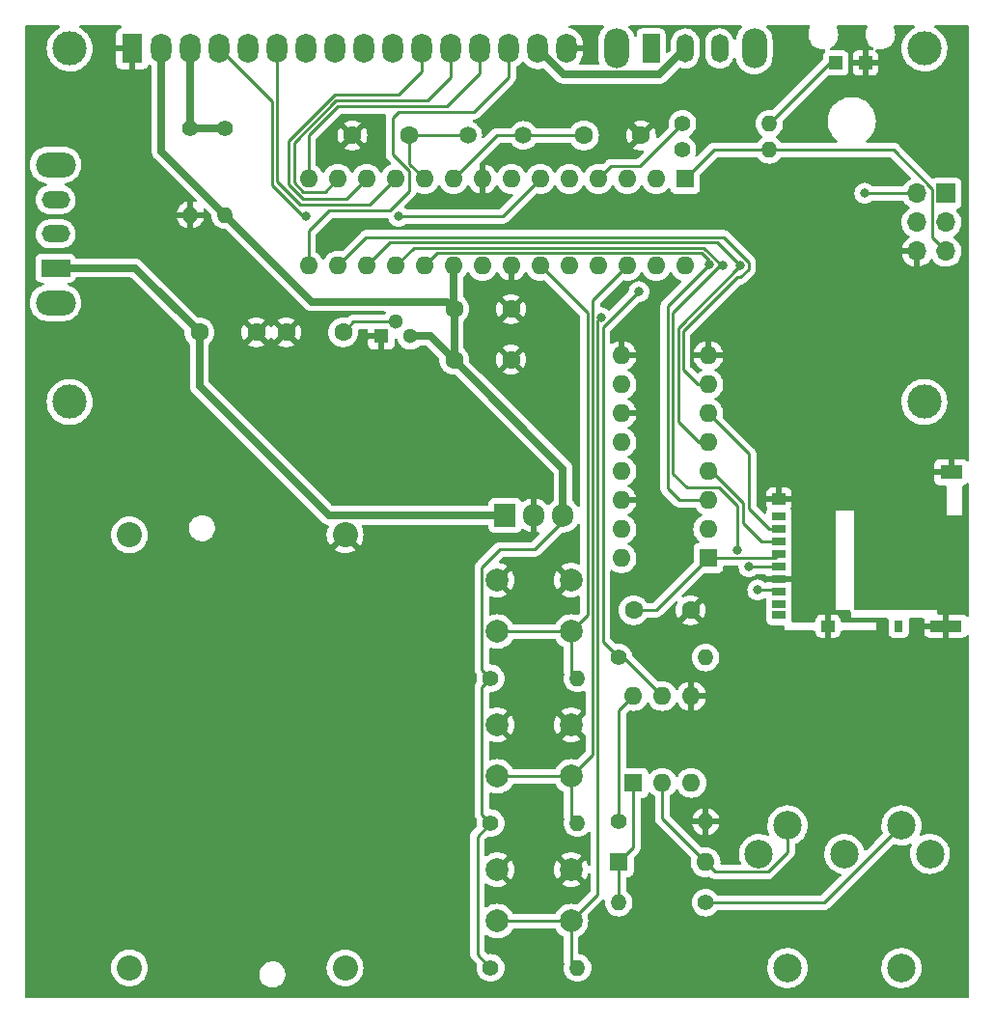
<source format=gbr>
%TF.GenerationSoftware,KiCad,Pcbnew,(6.0.6)*%
%TF.CreationDate,2022-07-11T19:44:24+02:00*%
%TF.ProjectId,SD_interrupter,53445f69-6e74-4657-9272-75707465722e,rev?*%
%TF.SameCoordinates,Original*%
%TF.FileFunction,Copper,L1,Top*%
%TF.FilePolarity,Positive*%
%FSLAX46Y46*%
G04 Gerber Fmt 4.6, Leading zero omitted, Abs format (unit mm)*
G04 Created by KiCad (PCBNEW (6.0.6)) date 2022-07-11 19:44:24*
%MOMM*%
%LPD*%
G01*
G04 APERTURE LIST*
%TA.AperFunction,ComponentPad*%
%ADD10C,1.400000*%
%TD*%
%TA.AperFunction,ComponentPad*%
%ADD11O,1.400000X1.400000*%
%TD*%
%TA.AperFunction,ComponentPad*%
%ADD12C,2.205000*%
%TD*%
%TA.AperFunction,ComponentPad*%
%ADD13R,1.600000X1.600000*%
%TD*%
%TA.AperFunction,ComponentPad*%
%ADD14O,1.600000X1.600000*%
%TD*%
%TA.AperFunction,ComponentPad*%
%ADD15C,2.500000*%
%TD*%
%TA.AperFunction,ComponentPad*%
%ADD16C,2.000000*%
%TD*%
%TA.AperFunction,ComponentPad*%
%ADD17R,1.208000X1.208000*%
%TD*%
%TA.AperFunction,ComponentPad*%
%ADD18R,1.300000X1.300000*%
%TD*%
%TA.AperFunction,ComponentPad*%
%ADD19C,1.300000*%
%TD*%
%TA.AperFunction,ComponentPad*%
%ADD20C,1.600000*%
%TD*%
%TA.AperFunction,ComponentPad*%
%ADD21R,1.700000X1.700000*%
%TD*%
%TA.AperFunction,ComponentPad*%
%ADD22O,1.700000X1.700000*%
%TD*%
%TA.AperFunction,ComponentPad*%
%ADD23O,2.200000X3.500000*%
%TD*%
%TA.AperFunction,ComponentPad*%
%ADD24R,1.500000X2.500000*%
%TD*%
%TA.AperFunction,ComponentPad*%
%ADD25O,1.500000X2.500000*%
%TD*%
%TA.AperFunction,ComponentPad*%
%ADD26C,1.500000*%
%TD*%
%TA.AperFunction,SMDPad,CuDef*%
%ADD27R,1.200000X0.700000*%
%TD*%
%TA.AperFunction,SMDPad,CuDef*%
%ADD28R,0.800000X1.000000*%
%TD*%
%TA.AperFunction,SMDPad,CuDef*%
%ADD29R,1.900000X1.300000*%
%TD*%
%TA.AperFunction,SMDPad,CuDef*%
%ADD30R,2.800000X1.000000*%
%TD*%
%TA.AperFunction,SMDPad,CuDef*%
%ADD31R,1.200000X1.000000*%
%TD*%
%TA.AperFunction,ComponentPad*%
%ADD32C,3.000000*%
%TD*%
%TA.AperFunction,ComponentPad*%
%ADD33R,1.800000X2.600000*%
%TD*%
%TA.AperFunction,ComponentPad*%
%ADD34O,1.800000X2.600000*%
%TD*%
%TA.AperFunction,ComponentPad*%
%ADD35O,3.500000X2.200000*%
%TD*%
%TA.AperFunction,ComponentPad*%
%ADD36R,2.500000X1.500000*%
%TD*%
%TA.AperFunction,ComponentPad*%
%ADD37O,2.500000X1.500000*%
%TD*%
%TA.AperFunction,ComponentPad*%
%ADD38R,1.905000X2.000000*%
%TD*%
%TA.AperFunction,ComponentPad*%
%ADD39O,1.905000X2.000000*%
%TD*%
%TA.AperFunction,ViaPad*%
%ADD40C,0.800000*%
%TD*%
%TA.AperFunction,Conductor*%
%ADD41C,0.635000*%
%TD*%
%TA.AperFunction,Conductor*%
%ADD42C,0.254000*%
%TD*%
%TA.AperFunction,Conductor*%
%ADD43C,0.381000*%
%TD*%
%TA.AperFunction,Conductor*%
%ADD44C,0.250000*%
%TD*%
G04 APERTURE END LIST*
D10*
%TO.P,R6,1*%
%TO.N,Net-(J3-Pad4)*%
X81788000Y-102870000D03*
D11*
%TO.P,R6,2*%
%TO.N,Net-(D1-Pad1)*%
X74168000Y-102870000D03*
%TD*%
D12*
%TO.P,BT1,N*%
%TO.N,Net-(BT1-PadN)*%
X31247000Y-108585000D03*
%TO.P,BT1,P*%
%TO.N,VCC*%
X31247000Y-70615000D03*
%TD*%
D13*
%TO.P,U2,1,VCC*%
%TO.N,+3.3V*%
X82032000Y-72644000D03*
D14*
%TO.P,U2,2*%
%TO.N,Net-(J1-Pad5)*%
X82032000Y-70104000D03*
%TO.P,U2,3*%
%TO.N,/CLK*%
X82032000Y-67564000D03*
%TO.P,U2,4*%
%TO.N,Net-(U2-Pad4)*%
X82032000Y-65024000D03*
%TO.P,U2,5*%
%TO.N,/DI*%
X82032000Y-62484000D03*
%TO.P,U2,6*%
%TO.N,Net-(J1-Pad2)*%
X82032000Y-59944000D03*
%TO.P,U2,7*%
%TO.N,/CS*%
X82032000Y-57404000D03*
%TO.P,U2,8,VSS*%
%TO.N,GND*%
X82032000Y-54864000D03*
%TO.P,U2,9*%
X74412000Y-54864000D03*
%TO.P,U2,10*%
%TO.N,unconnected-(U2-Pad10)*%
X74412000Y-57404000D03*
%TO.P,U2,11*%
%TO.N,GND*%
X74412000Y-59944000D03*
%TO.P,U2,12*%
%TO.N,unconnected-(U2-Pad12)*%
X74412000Y-62484000D03*
%TO.P,U2,13*%
%TO.N,N/C*%
X74412000Y-65024000D03*
%TO.P,U2,14*%
%TO.N,GND*%
X74412000Y-67564000D03*
%TO.P,U2,15*%
%TO.N,unconnected-(U2-Pad15)*%
X74412000Y-70104000D03*
%TO.P,U2,16*%
%TO.N,N/C*%
X74412000Y-72644000D03*
%TD*%
D15*
%TO.P,J3,1*%
%TO.N,unconnected-(J3-Pad1)*%
X101480000Y-98600000D03*
%TO.P,J3,2*%
%TO.N,unconnected-(J3-Pad2)*%
X93980000Y-98600000D03*
%TO.P,J3,3*%
%TO.N,unconnected-(J3-Pad3)*%
X86480000Y-98600000D03*
%TO.P,J3,4*%
%TO.N,Net-(J3-Pad4)*%
X98980000Y-96100000D03*
%TO.P,J3,5*%
%TO.N,Net-(D1-Pad2)*%
X88980000Y-96100000D03*
%TO.P,J3,6*%
%TO.N,N/C*%
X88980000Y-108600000D03*
X98980000Y-108600000D03*
%TD*%
D16*
%TO.P,SW3,1,2*%
%TO.N,GND*%
X63500000Y-74585000D03*
X70000000Y-74585000D03*
%TO.P,SW3,2,A*%
%TO.N,/UP*%
X70000000Y-79085000D03*
X63500000Y-79085000D03*
%TD*%
D10*
%TO.P,R3,1*%
%TO.N,+5V*%
X62940000Y-95885000D03*
D11*
%TO.P,R3,2*%
%TO.N,/OK*%
X70560000Y-95885000D03*
%TD*%
D17*
%TO.P,U6,P$1,K*%
%TO.N,GND*%
X95817625Y-29210000D03*
%TO.P,U6,P$2,A*%
%TO.N,/OPT*%
X93217625Y-29210000D03*
%TD*%
D18*
%TO.P,U3,1,ADJ/GND*%
%TO.N,GND*%
X53340000Y-53192000D03*
D19*
%TO.P,U3,2,OUT*%
%TO.N,+3.3V*%
X54610000Y-51922000D03*
%TO.P,U3,3,IN*%
%TO.N,+5V*%
X55880000Y-53192000D03*
%TD*%
D13*
%TO.P,D1,1,K*%
%TO.N,Net-(D1-Pad1)*%
X74168000Y-99319200D03*
D14*
%TO.P,D1,2,A*%
%TO.N,Net-(D1-Pad2)*%
X81788000Y-99319200D03*
%TD*%
D12*
%TO.P,BT2,N*%
%TO.N,GND*%
X50165000Y-70615000D03*
%TO.P,BT2,P*%
%TO.N,Net-(BT1-PadN)*%
X50165000Y-108585000D03*
%TD*%
D10*
%TO.P,R10,1*%
%TO.N,Net-(R10-Pad1)*%
X79756000Y-34544000D03*
D11*
%TO.P,R10,2*%
%TO.N,/OPT*%
X87376000Y-34544000D03*
%TD*%
D20*
%TO.P,C4,1*%
%TO.N,/X1*%
X71120000Y-35560000D03*
%TO.P,C4,2*%
%TO.N,GND*%
X76120000Y-35560000D03*
%TD*%
%TO.P,C10,1*%
%TO.N,+3.3V*%
X75478000Y-77216000D03*
%TO.P,C10,2*%
%TO.N,GND*%
X80478000Y-77216000D03*
%TD*%
D10*
%TO.P,R8,1*%
%TO.N,+5V*%
X79756000Y-36830000D03*
D11*
%TO.P,R8,2*%
%TO.N,/RESET*%
X87376000Y-36830000D03*
%TD*%
D10*
%TO.P,R1,1*%
%TO.N,+5V*%
X62940000Y-83185000D03*
D11*
%TO.P,R1,2*%
%TO.N,/UP*%
X70560000Y-83185000D03*
%TD*%
D21*
%TO.P,J2,1,MISO*%
%TO.N,/DO*%
X102890000Y-40655000D03*
D22*
%TO.P,J2,2,VCC*%
%TO.N,+5V*%
X100350000Y-40655000D03*
%TO.P,J2,3,SCK*%
%TO.N,/CLK*%
X102890000Y-43195000D03*
%TO.P,J2,4,MOSI*%
%TO.N,/DI*%
X100350000Y-43195000D03*
%TO.P,J2,5,~{RST}*%
%TO.N,/RESET*%
X102890000Y-45735000D03*
%TO.P,J2,6,GND*%
%TO.N,GND*%
X100350000Y-45735000D03*
%TD*%
D23*
%TO.P,SW1,*%
%TO.N,*%
X86060000Y-27940000D03*
X73960000Y-27940000D03*
D24*
%TO.P,SW1,1,A*%
%TO.N,+5V*%
X77010000Y-27940000D03*
D25*
%TO.P,SW1,2,B*%
%TO.N,/BL*%
X80010000Y-27940000D03*
%TO.P,SW1,3,C*%
%TO.N,unconnected-(SW1-Pad3)*%
X83010000Y-27940000D03*
%TD*%
D26*
%TO.P,Y1,1,1*%
%TO.N,/X2*%
X60920000Y-35560000D03*
%TO.P,Y1,2,2*%
%TO.N,/X1*%
X65800000Y-35560000D03*
%TD*%
D10*
%TO.P,R2,1*%
%TO.N,+5V*%
X62940000Y-108585000D03*
D11*
%TO.P,R2,2*%
%TO.N,/DN*%
X70560000Y-108585000D03*
%TD*%
D13*
%TO.P,U4,1,~{RESET}/PC6*%
%TO.N,/RESET*%
X80000000Y-39380000D03*
D14*
%TO.P,U4,2,PD0*%
%TO.N,/RX*%
X77460000Y-39380000D03*
%TO.P,U4,3,PD1*%
%TO.N,unconnected-(U4-Pad3)*%
X74920000Y-39380000D03*
%TO.P,U4,4,PD2*%
%TO.N,Net-(R10-Pad1)*%
X72380000Y-39380000D03*
%TO.P,U4,5,PD3*%
%TO.N,unconnected-(U4-Pad5)*%
X69840000Y-39380000D03*
%TO.P,U4,6,PD4*%
%TO.N,/RS*%
X67300000Y-39380000D03*
%TO.P,U4,7,VCC*%
%TO.N,+5V*%
X64760000Y-39380000D03*
%TO.P,U4,8,GND*%
%TO.N,GND*%
X62220000Y-39380000D03*
%TO.P,U4,9,XTAL1/PB6*%
%TO.N,/X1*%
X59680000Y-39380000D03*
%TO.P,U4,10,XTAL2/PB7*%
%TO.N,/X2*%
X57140000Y-39380000D03*
%TO.P,U4,11,PD5*%
%TO.N,/E*%
X54600000Y-39380000D03*
%TO.P,U4,12,PD6*%
%TO.N,/DB4*%
X52060000Y-39380000D03*
%TO.P,U4,13,PD7*%
%TO.N,/DB5*%
X49520000Y-39380000D03*
%TO.P,U4,14,PB0*%
%TO.N,/DB6*%
X46980000Y-39380000D03*
%TO.P,U4,15,PB1*%
%TO.N,/DB7*%
X46980000Y-47000000D03*
%TO.P,U4,16,PB2*%
%TO.N,/CS*%
X49520000Y-47000000D03*
%TO.P,U4,17,PB3*%
%TO.N,/DI*%
X52060000Y-47000000D03*
%TO.P,U4,18,PB4*%
%TO.N,/DO*%
X54600000Y-47000000D03*
%TO.P,U4,19,PB5*%
%TO.N,/CLK*%
X57140000Y-47000000D03*
%TO.P,U4,20,AVCC*%
%TO.N,+5V*%
X59680000Y-47000000D03*
%TO.P,U4,21,AREF*%
%TO.N,unconnected-(U4-Pad21)*%
X62220000Y-47000000D03*
%TO.P,U4,22,GND*%
%TO.N,GND*%
X64760000Y-47000000D03*
%TO.P,U4,23,PC0*%
%TO.N,/UP*%
X67300000Y-47000000D03*
%TO.P,U4,24,PC1*%
%TO.N,unconnected-(U4-Pad24)*%
X69840000Y-47000000D03*
%TO.P,U4,25,PC2*%
%TO.N,/DN*%
X72380000Y-47000000D03*
%TO.P,U4,26,PC3*%
%TO.N,/OK*%
X74920000Y-47000000D03*
%TO.P,U4,27,PC4*%
%TO.N,unconnected-(U4-Pad27)*%
X77460000Y-47000000D03*
%TO.P,U4,28,PC5*%
%TO.N,unconnected-(U4-Pad28)*%
X80000000Y-47000000D03*
%TD*%
D20*
%TO.P,C2,1*%
%TO.N,+5V*%
X59730000Y-50800000D03*
%TO.P,C2,2*%
%TO.N,GND*%
X64730000Y-50800000D03*
%TD*%
%TO.P,C7,1*%
%TO.N,+5V*%
X59730000Y-55245000D03*
%TO.P,C7,2*%
%TO.N,GND*%
X64730000Y-55245000D03*
%TD*%
D10*
%TO.P,R4,1*%
%TO.N,Net-(DS1-Pad3)*%
X39624000Y-34925000D03*
D11*
%TO.P,R4,2*%
%TO.N,+5V*%
X39624000Y-42545000D03*
%TD*%
D10*
%TO.P,R7,1*%
%TO.N,Net-(R7-Pad1)*%
X74168000Y-95768400D03*
D11*
%TO.P,R7,2*%
%TO.N,GND*%
X81788000Y-95768400D03*
%TD*%
D16*
%TO.P,SW4,1,1*%
%TO.N,GND*%
X70000000Y-99985000D03*
X63500000Y-99985000D03*
%TO.P,SW4,2,A*%
%TO.N,/DN*%
X63500000Y-104485000D03*
X70000000Y-104485000D03*
%TD*%
D27*
%TO.P,J1,1,DAT2*%
%TO.N,unconnected-(J1-Pad1)*%
X88235000Y-69010000D03*
%TO.P,J1,2,DAT3/CD*%
%TO.N,Net-(J1-Pad2)*%
X88235000Y-70110000D03*
%TO.P,J1,3,CMD*%
%TO.N,Net-(U2-Pad4)*%
X88235000Y-71210000D03*
%TO.P,J1,4,VDD*%
%TO.N,+3.3V*%
X88235000Y-72310000D03*
%TO.P,J1,5,CLK*%
%TO.N,Net-(J1-Pad5)*%
X88235000Y-73410000D03*
%TO.P,J1,6,VSS*%
%TO.N,GND*%
X88235000Y-74510000D03*
%TO.P,J1,7,DAT0*%
%TO.N,/DO*%
X88235000Y-75610000D03*
%TO.P,J1,8,DAT1*%
%TO.N,unconnected-(J1-Pad8)*%
X88235000Y-76710000D03*
%TO.P,J1,9,DET_B*%
%TO.N,unconnected-(J1-Pad9)*%
X88235000Y-77660000D03*
D28*
%TO.P,J1,10,DET_A*%
%TO.N,/CD*%
X98735000Y-78610000D03*
D29*
%TO.P,J1,11,SHIELD*%
%TO.N,GND*%
X103335000Y-65110000D03*
D30*
X102885000Y-78610000D03*
D31*
X92535000Y-78610000D03*
X88235000Y-67460000D03*
%TD*%
D16*
%TO.P,SW5,1,1*%
%TO.N,GND*%
X63500000Y-87285000D03*
X70000000Y-87285000D03*
%TO.P,SW5,2,A*%
%TO.N,/OK*%
X63500000Y-91785000D03*
X70000000Y-91785000D03*
%TD*%
D10*
%TO.P,R5,1*%
%TO.N,Net-(DS1-Pad3)*%
X36576000Y-34925000D03*
D11*
%TO.P,R5,2*%
%TO.N,GND*%
X36576000Y-42545000D03*
%TD*%
D32*
%TO.P,DS1,*%
%TO.N,*%
X100995480Y-58940700D03*
X25996900Y-27940000D03*
X25996900Y-58940700D03*
X100996000Y-27940000D03*
D33*
%TO.P,DS1,1,VSS*%
%TO.N,GND*%
X31496000Y-27940000D03*
D34*
%TO.P,DS1,2,VDD*%
%TO.N,+5V*%
X34036000Y-27940000D03*
%TO.P,DS1,3,VO*%
%TO.N,Net-(DS1-Pad3)*%
X36576000Y-27940000D03*
%TO.P,DS1,4,RS*%
%TO.N,/RS*%
X39116000Y-27940000D03*
%TO.P,DS1,5,R/W*%
%TO.N,GND*%
X41656000Y-27940000D03*
%TO.P,DS1,6,E*%
%TO.N,/E*%
X44196000Y-27940000D03*
%TO.P,DS1,7,D0*%
%TO.N,unconnected-(DS1-Pad7)*%
X46736000Y-27940000D03*
%TO.P,DS1,8,D1*%
%TO.N,unconnected-(DS1-Pad8)*%
X49276000Y-27940000D03*
%TO.P,DS1,9,D2*%
%TO.N,unconnected-(DS1-Pad9)*%
X51816000Y-27940000D03*
%TO.P,DS1,10,D3*%
%TO.N,unconnected-(DS1-Pad10)*%
X54356000Y-27940000D03*
%TO.P,DS1,11,D4*%
%TO.N,/DB4*%
X56896000Y-27940000D03*
%TO.P,DS1,12,D5*%
%TO.N,/DB5*%
X59436000Y-27940000D03*
%TO.P,DS1,13,D6*%
%TO.N,/DB6*%
X61976000Y-27940000D03*
%TO.P,DS1,14,D7*%
%TO.N,/DB7*%
X64516000Y-27940000D03*
%TO.P,DS1,15,LED(+)*%
%TO.N,/BL*%
X67056000Y-27940000D03*
%TO.P,DS1,16,LED(-)*%
%TO.N,GND*%
X69596000Y-27940000D03*
%TD*%
D10*
%TO.P,R9,1*%
%TO.N,/RX*%
X74168000Y-81366800D03*
D11*
%TO.P,R9,2*%
%TO.N,+5V*%
X81788000Y-81366800D03*
%TD*%
D20*
%TO.P,C5,1*%
%TO.N,/X2*%
X55800000Y-35560000D03*
%TO.P,C5,2*%
%TO.N,GND*%
X50800000Y-35560000D03*
%TD*%
D35*
%TO.P,SW2,*%
%TO.N,*%
X24765000Y-38146000D03*
X24765000Y-50246000D03*
D36*
%TO.P,SW2,1,A*%
%TO.N,Net-(C1-Pad1)*%
X24765000Y-47196000D03*
D37*
%TO.P,SW2,2,B*%
%TO.N,VCC*%
X24765000Y-44196000D03*
%TO.P,SW2,3,C*%
%TO.N,unconnected-(SW2-Pad3)*%
X24765000Y-41196000D03*
%TD*%
D38*
%TO.P,U1,1,VI*%
%TO.N,Net-(C1-Pad1)*%
X64210000Y-68890000D03*
D39*
%TO.P,U1,2,GND*%
%TO.N,GND*%
X66750000Y-68890000D03*
%TO.P,U1,3,VO*%
%TO.N,+5V*%
X69290000Y-68890000D03*
%TD*%
D20*
%TO.P,C3,1*%
%TO.N,+3.3V*%
X49998000Y-52832000D03*
%TO.P,C3,2*%
%TO.N,GND*%
X44998000Y-52832000D03*
%TD*%
%TO.P,C1,1*%
%TO.N,Net-(C1-Pad1)*%
X37378000Y-52832000D03*
%TO.P,C1,2*%
%TO.N,GND*%
X42378000Y-52832000D03*
%TD*%
D13*
%TO.P,U5,1*%
%TO.N,Net-(D1-Pad1)*%
X75453000Y-92367600D03*
D14*
%TO.P,U5,2*%
%TO.N,Net-(D1-Pad2)*%
X77993000Y-92367600D03*
%TO.P,U5,3,NC*%
%TO.N,unconnected-(U5-Pad3)*%
X80533000Y-92367600D03*
%TO.P,U5,4*%
%TO.N,GND*%
X80533000Y-84747600D03*
%TO.P,U5,5*%
%TO.N,/RX*%
X77993000Y-84747600D03*
%TO.P,U5,6*%
%TO.N,Net-(R7-Pad1)*%
X75453000Y-84747600D03*
%TD*%
D40*
%TO.N,GND*%
X72390000Y-31750000D03*
%TO.N,+5V*%
X95758000Y-40640000D03*
%TO.N,/RS*%
X54864000Y-42672000D03*
X46736000Y-42672000D03*
%TO.N,Net-(J1-Pad5)*%
X85598000Y-73406000D03*
%TO.N,/DO*%
X86360000Y-75438000D03*
X84582000Y-71919500D03*
X83312000Y-46990000D03*
%TO.N,/CLK*%
X82097598Y-46922974D03*
%TO.N,/DI*%
X84836000Y-46990000D03*
%TO.N,/DN*%
X72608500Y-51562000D03*
%TO.N,/RX*%
X75946000Y-49276000D03*
%TD*%
D41*
%TO.N,GND*%
X72390000Y-31750000D02*
X72390000Y-31830000D01*
X72390000Y-31830000D02*
X76120000Y-35560000D01*
%TO.N,Net-(C1-Pad1)*%
X37378000Y-52832000D02*
X37378000Y-57531000D01*
X37378000Y-57531000D02*
X48737000Y-68890000D01*
X24765000Y-47196000D02*
X31742000Y-47196000D01*
X31742000Y-47196000D02*
X37378000Y-52832000D01*
X48737000Y-68890000D02*
X64210000Y-68890000D01*
D42*
%TO.N,+5V*%
X62940000Y-83185000D02*
X62173000Y-82418000D01*
X61768479Y-97056521D02*
X62940000Y-95885000D01*
X69290000Y-69394000D02*
X69290000Y-68890000D01*
D41*
X59680000Y-47000000D02*
X59680000Y-50750000D01*
X39624000Y-42545000D02*
X34036000Y-36957000D01*
X69290000Y-64805000D02*
X59730000Y-55245000D01*
X47241138Y-50162138D02*
X59092138Y-50162138D01*
D42*
X62173000Y-73463000D02*
X63754000Y-71882000D01*
X62173000Y-95118000D02*
X62173000Y-83952000D01*
D41*
X34036000Y-36957000D02*
X34036000Y-27940000D01*
X39624000Y-42545000D02*
X47241138Y-50162138D01*
D42*
X62940000Y-108585000D02*
X61768479Y-107413479D01*
X62173000Y-82418000D02*
X62173000Y-73463000D01*
X95758000Y-40640000D02*
X95773000Y-40655000D01*
D41*
X59092138Y-50162138D02*
X59730000Y-50800000D01*
D42*
X62940000Y-95885000D02*
X62173000Y-95118000D01*
D41*
X59730000Y-55245000D02*
X59730000Y-50800000D01*
D43*
X59682500Y-50752500D02*
X59730000Y-50800000D01*
D41*
X57677000Y-53192000D02*
X59730000Y-55245000D01*
X69290000Y-68890000D02*
X69290000Y-64805000D01*
D42*
X66802000Y-71882000D02*
X69290000Y-69394000D01*
X61768479Y-107413479D02*
X61768479Y-97056521D01*
X62173000Y-83952000D02*
X62940000Y-83185000D01*
D41*
X59680000Y-50750000D02*
X59730000Y-50800000D01*
D42*
X95773000Y-40655000D02*
X100350000Y-40655000D01*
X63754000Y-71882000D02*
X66802000Y-71882000D01*
D41*
X55880000Y-53192000D02*
X57677000Y-53192000D01*
D44*
%TO.N,+3.3V*%
X75478000Y-77216000D02*
X77460000Y-77216000D01*
D42*
X50908000Y-51922000D02*
X54610000Y-51922000D01*
D44*
X77460000Y-77216000D02*
X82032000Y-72644000D01*
D42*
X49998000Y-52832000D02*
X50908000Y-51922000D01*
D44*
X87901000Y-72644000D02*
X88235000Y-72310000D01*
X82032000Y-72644000D02*
X87901000Y-72644000D01*
D42*
%TO.N,/X1*%
X65800000Y-35560000D02*
X71120000Y-35560000D01*
X63500000Y-35560000D02*
X59680000Y-39380000D01*
X65800000Y-35560000D02*
X63500000Y-35560000D01*
%TO.N,/X2*%
X55800000Y-35560000D02*
X60920000Y-35560000D01*
X55800000Y-35560000D02*
X55800000Y-38040000D01*
X55800000Y-38040000D02*
X57140000Y-39380000D01*
%TO.N,Net-(D1-Pad1)*%
X75453000Y-92367600D02*
X75453000Y-98034200D01*
X74168000Y-99319200D02*
X74168000Y-102870000D01*
X75453000Y-98034200D02*
X74168000Y-99319200D01*
%TO.N,Net-(D1-Pad2)*%
X81788000Y-99319200D02*
X82645800Y-100177000D01*
X77993000Y-95524200D02*
X77993000Y-92367600D01*
X81788000Y-99319200D02*
X77993000Y-95524200D01*
X87275000Y-100177000D02*
X88980000Y-98472000D01*
X82645800Y-100177000D02*
X87275000Y-100177000D01*
X88980000Y-98472000D02*
X88980000Y-96100000D01*
D41*
%TO.N,Net-(DS1-Pad3)*%
X36576000Y-27940000D02*
X36576000Y-34925000D01*
X36576000Y-34925000D02*
X39624000Y-34925000D01*
D42*
%TO.N,/RS*%
X43742000Y-32566000D02*
X43742000Y-39932000D01*
X46482000Y-42672000D02*
X46736000Y-42672000D01*
X39116000Y-27940000D02*
X43742000Y-32566000D01*
X64008000Y-42672000D02*
X67300000Y-39380000D01*
X43742000Y-39932000D02*
X46482000Y-42672000D01*
X54864000Y-42672000D02*
X64008000Y-42672000D01*
%TO.N,/E*%
X46228000Y-41656000D02*
X44196000Y-39624000D01*
X54600000Y-39380000D02*
X52324000Y-41656000D01*
X52324000Y-41656000D02*
X46228000Y-41656000D01*
X44196000Y-39624000D02*
X44196000Y-27940000D01*
%TO.N,/DB4*%
X50292000Y-41148000D02*
X46512129Y-41148000D01*
X45212000Y-39847871D02*
X45212000Y-36053896D01*
X52060000Y-39380000D02*
X50292000Y-41148000D01*
X49261896Y-32004000D02*
X54864000Y-32004000D01*
X45212000Y-36053896D02*
X49261896Y-32004000D01*
X46512129Y-41148000D02*
X45212000Y-39847871D01*
X56896000Y-29972000D02*
X56896000Y-27940000D01*
X54864000Y-32004000D02*
X56896000Y-29972000D01*
%TO.N,/DB5*%
X49520000Y-39380000D02*
X48393000Y-40507000D01*
X45720000Y-36187948D02*
X49395948Y-32512000D01*
X57404000Y-32512000D02*
X59436000Y-30480000D01*
X59436000Y-30480000D02*
X59436000Y-27940000D01*
X48393000Y-40507000D02*
X46513181Y-40507000D01*
X45720000Y-39713819D02*
X45720000Y-36187948D01*
X46513181Y-40507000D02*
X45720000Y-39713819D01*
X49395948Y-32512000D02*
X57404000Y-32512000D01*
%TO.N,/DB6*%
X61976000Y-30099000D02*
X61976000Y-27940000D01*
X46980000Y-39380000D02*
X46980000Y-35570000D01*
X49530000Y-33020000D02*
X59055000Y-33020000D01*
X46980000Y-35570000D02*
X49530000Y-33020000D01*
X59055000Y-33020000D02*
X61976000Y-30099000D01*
%TO.N,/DB7*%
X54356000Y-37238052D02*
X54356000Y-34036000D01*
X55802974Y-40431284D02*
X55802974Y-38685026D01*
X54070258Y-42164000D02*
X55802974Y-40431284D01*
X54356000Y-34036000D02*
X54864000Y-33528000D01*
X54864000Y-33528000D02*
X61468000Y-33528000D01*
X46980000Y-43952000D02*
X48768000Y-42164000D01*
X55802974Y-38685026D02*
X54356000Y-37238052D01*
X46980000Y-47000000D02*
X46980000Y-43952000D01*
X61468000Y-33528000D02*
X64516000Y-30480000D01*
X48768000Y-42164000D02*
X54070258Y-42164000D01*
X64516000Y-30480000D02*
X64516000Y-27940000D01*
D41*
%TO.N,/BL*%
X69323500Y-30207500D02*
X67056000Y-27940000D01*
X77742500Y-30207500D02*
X69323500Y-30207500D01*
X80010000Y-27940000D02*
X77742500Y-30207500D01*
D42*
%TO.N,Net-(J1-Pad2)*%
X85598000Y-63510000D02*
X85598000Y-68327000D01*
X82032000Y-59944000D02*
X85598000Y-63510000D01*
X87381000Y-70110000D02*
X88235000Y-70110000D01*
X85598000Y-68327000D02*
X87381000Y-70110000D01*
%TO.N,Net-(U2-Pad4)*%
X85090000Y-69596000D02*
X86704000Y-71210000D01*
X86704000Y-71210000D02*
X88235000Y-71210000D01*
X82032000Y-65024000D02*
X82296000Y-65024000D01*
X85090000Y-67818000D02*
X85090000Y-69596000D01*
X82296000Y-65024000D02*
X85090000Y-67818000D01*
D44*
%TO.N,Net-(J1-Pad5)*%
X85602000Y-73410000D02*
X88235000Y-73410000D01*
X85598000Y-73406000D02*
X85602000Y-73410000D01*
D42*
%TO.N,/DO*%
X78921000Y-65224000D02*
X80134000Y-66437000D01*
X83192052Y-46990000D02*
X83312000Y-46990000D01*
X83312000Y-46990000D02*
X83058000Y-46990000D01*
X82947000Y-66437000D02*
X84582000Y-68072000D01*
D44*
X84582000Y-68072000D02*
X84582000Y-71919500D01*
D42*
X83058000Y-46990000D02*
X78921000Y-51127000D01*
D44*
X86360000Y-75438000D02*
X88063000Y-75438000D01*
D42*
X54600000Y-47000000D02*
X56181000Y-45419000D01*
X81621052Y-45419000D02*
X83192052Y-46990000D01*
D44*
X88063000Y-75438000D02*
X88235000Y-75610000D01*
D42*
X80134000Y-66437000D02*
X82947000Y-66437000D01*
X78921000Y-51127000D02*
X78921000Y-54102000D01*
X78921000Y-54036052D02*
X78921000Y-65224000D01*
X56181000Y-45419000D02*
X81621052Y-45419000D01*
%TO.N,/CLK*%
X82097598Y-46537598D02*
X82097598Y-46922974D01*
X78467000Y-66548000D02*
X79483000Y-67564000D01*
X81433000Y-45873000D02*
X82097598Y-46537598D01*
X58267000Y-45873000D02*
X81433000Y-45873000D01*
X57140000Y-47000000D02*
X58267000Y-45873000D01*
X78467000Y-51327000D02*
X78467000Y-66548000D01*
X82097598Y-46922974D02*
X78467000Y-50553572D01*
X78467000Y-50553572D02*
X78467000Y-51327000D01*
X79483000Y-67564000D02*
X82032000Y-67564000D01*
%TO.N,/DI*%
X54095000Y-44965000D02*
X81809104Y-44965000D01*
X84836000Y-46990000D02*
X79375000Y-52451000D01*
X52060000Y-47000000D02*
X54095000Y-44965000D01*
X79375000Y-52451000D02*
X79375000Y-60706000D01*
X81809104Y-44965000D02*
X82543000Y-44965000D01*
X82550000Y-44958000D02*
X82804000Y-44958000D01*
X82804000Y-44958000D02*
X84836000Y-46990000D01*
X81153000Y-62484000D02*
X82032000Y-62484000D01*
X82543000Y-44965000D02*
X82550000Y-44958000D01*
X79375000Y-60706000D02*
X81153000Y-62484000D01*
%TO.N,/RESET*%
X80000000Y-39380000D02*
X82550000Y-36830000D01*
X101713000Y-40245000D02*
X101713000Y-44558000D01*
X82550000Y-36830000D02*
X87376000Y-36830000D01*
X98298000Y-36830000D02*
X101713000Y-40245000D01*
X87376000Y-36830000D02*
X98298000Y-36830000D01*
X101713000Y-44558000D02*
X102890000Y-45735000D01*
%TO.N,Net-(J3-Pad4)*%
X92210000Y-102870000D02*
X98980000Y-96100000D01*
X81788000Y-102870000D02*
X92210000Y-102870000D01*
%TO.N,/UP*%
X67300000Y-47000000D02*
X71428000Y-51128000D01*
X70000000Y-82625000D02*
X70560000Y-83185000D01*
X63500000Y-79085000D02*
X70000000Y-79085000D01*
X70000000Y-79085000D02*
X70000000Y-82625000D01*
X71428000Y-51128000D02*
X71428000Y-77657000D01*
X71428000Y-77657000D02*
X70000000Y-79085000D01*
%TO.N,/DN*%
X72608500Y-51562000D02*
X72336000Y-51834500D01*
X72336000Y-51834500D02*
X72336000Y-102149000D01*
X70000000Y-108025000D02*
X70560000Y-108585000D01*
X70000000Y-104485000D02*
X70000000Y-108025000D01*
X72336000Y-102149000D02*
X70000000Y-104485000D01*
X63500000Y-104485000D02*
X70000000Y-104485000D01*
%TO.N,/OK*%
X71882000Y-89903000D02*
X70000000Y-91785000D01*
X71882000Y-50038000D02*
X71882000Y-89903000D01*
X74920000Y-47000000D02*
X71882000Y-50038000D01*
X70000000Y-91785000D02*
X70000000Y-95325000D01*
X63500000Y-91785000D02*
X70000000Y-91785000D01*
X70000000Y-95325000D02*
X70560000Y-95885000D01*
%TO.N,Net-(R7-Pad1)*%
X74168000Y-86032600D02*
X75453000Y-84747600D01*
X74168000Y-95768400D02*
X74168000Y-86032600D01*
%TO.N,/RX*%
X72790000Y-79988800D02*
X72790000Y-52432000D01*
X74168000Y-81366800D02*
X72790000Y-79988800D01*
X74612200Y-81366800D02*
X74168000Y-81366800D01*
X72790000Y-52432000D02*
X75946000Y-49276000D01*
X77993000Y-84747600D02*
X74612200Y-81366800D01*
%TO.N,/CS*%
X81099000Y-57404000D02*
X79829000Y-56134000D01*
X83378134Y-44504000D02*
X81988000Y-44504000D01*
X81988000Y-44504000D02*
X81981000Y-44511000D01*
X79829000Y-56134000D02*
X79829000Y-52759000D01*
X81981000Y-44511000D02*
X52009000Y-44511000D01*
X85563000Y-47291134D02*
X85563000Y-46688866D01*
X82032000Y-57404000D02*
X81099000Y-57404000D01*
X84848134Y-48006000D02*
X85563000Y-47291134D01*
X85563000Y-46688866D02*
X83378134Y-44504000D01*
X79829000Y-52759000D02*
X84582000Y-48006000D01*
X84582000Y-48006000D02*
X84848134Y-48006000D01*
X52009000Y-44511000D02*
X49520000Y-47000000D01*
%TO.N,/OPT*%
X92710000Y-29210000D02*
X93217625Y-29210000D01*
X87376000Y-34544000D02*
X92710000Y-29210000D01*
%TO.N,Net-(R10-Pad1)*%
X73507000Y-38253000D02*
X76047000Y-38253000D01*
X72380000Y-39380000D02*
X73507000Y-38253000D01*
X76047000Y-38253000D02*
X79756000Y-34544000D01*
%TD*%
%TA.AperFunction,Conductor*%
%TO.N,GND*%
G36*
X25093442Y-25928502D02*
G01*
X25139935Y-25982158D01*
X25150039Y-26052432D01*
X25120545Y-26117012D01*
X25083538Y-26145973D01*
X25082930Y-26146232D01*
X24965436Y-26216550D01*
X24851625Y-26284664D01*
X24851621Y-26284667D01*
X24847943Y-26286868D01*
X24634218Y-26458094D01*
X24445708Y-26656742D01*
X24285902Y-26879136D01*
X24157757Y-27121161D01*
X24156285Y-27125184D01*
X24156283Y-27125188D01*
X24073363Y-27351775D01*
X24063643Y-27378337D01*
X24005304Y-27645907D01*
X24004968Y-27650177D01*
X23989685Y-27844366D01*
X23983817Y-27918918D01*
X23999582Y-28192320D01*
X24000407Y-28196525D01*
X24000408Y-28196533D01*
X24010882Y-28249919D01*
X24052305Y-28461053D01*
X24053692Y-28465103D01*
X24053693Y-28465108D01*
X24118932Y-28655655D01*
X24141012Y-28720144D01*
X24142939Y-28723975D01*
X24261161Y-28959034D01*
X24264060Y-28964799D01*
X24266486Y-28968328D01*
X24266489Y-28968334D01*
X24408946Y-29175608D01*
X24419174Y-29190490D01*
X24422061Y-29193663D01*
X24422062Y-29193664D01*
X24585729Y-29373533D01*
X24603482Y-29393043D01*
X24813575Y-29568707D01*
X24817216Y-29570991D01*
X25041924Y-29711951D01*
X25041928Y-29711953D01*
X25045564Y-29714234D01*
X25119530Y-29747631D01*
X25291245Y-29825164D01*
X25291249Y-29825166D01*
X25295157Y-29826930D01*
X25299277Y-29828150D01*
X25299276Y-29828150D01*
X25553623Y-29903491D01*
X25553627Y-29903492D01*
X25557736Y-29904709D01*
X25561970Y-29905357D01*
X25561975Y-29905358D01*
X25824198Y-29945483D01*
X25824200Y-29945483D01*
X25828440Y-29946132D01*
X25967812Y-29948322D01*
X26097971Y-29950367D01*
X26097977Y-29950367D01*
X26102262Y-29950434D01*
X26374135Y-29917534D01*
X26639027Y-29848041D01*
X26642987Y-29846401D01*
X26642992Y-29846399D01*
X26794654Y-29783578D01*
X26892036Y-29743241D01*
X27063376Y-29643118D01*
X27124779Y-29607237D01*
X27124780Y-29607236D01*
X27128482Y-29605073D01*
X27343989Y-29436094D01*
X27358575Y-29421043D01*
X27490730Y-29284669D01*
X30088001Y-29284669D01*
X30088371Y-29291490D01*
X30093895Y-29342352D01*
X30097521Y-29357604D01*
X30142676Y-29478054D01*
X30151214Y-29493649D01*
X30227715Y-29595724D01*
X30240276Y-29608285D01*
X30342351Y-29684786D01*
X30357946Y-29693324D01*
X30478394Y-29738478D01*
X30493649Y-29742105D01*
X30544514Y-29747631D01*
X30551328Y-29748000D01*
X31223885Y-29748000D01*
X31239124Y-29743525D01*
X31240329Y-29742135D01*
X31242000Y-29734452D01*
X31242000Y-28212115D01*
X31237525Y-28196876D01*
X31236135Y-28195671D01*
X31228452Y-28194000D01*
X30106116Y-28194000D01*
X30090877Y-28198475D01*
X30089672Y-28199865D01*
X30088001Y-28207548D01*
X30088001Y-29284669D01*
X27490730Y-29284669D01*
X27531586Y-29242509D01*
X27534569Y-29239431D01*
X27537102Y-29235983D01*
X27537106Y-29235978D01*
X27694157Y-29022178D01*
X27696695Y-29018723D01*
X27724054Y-28968334D01*
X27825318Y-28781830D01*
X27825319Y-28781828D01*
X27827368Y-28778054D01*
X27911854Y-28554469D01*
X27922651Y-28525895D01*
X27922652Y-28525891D01*
X27924169Y-28521877D01*
X27961405Y-28359295D01*
X27984349Y-28259117D01*
X27984350Y-28259113D01*
X27985307Y-28254933D01*
X27985755Y-28249919D01*
X28009431Y-27984627D01*
X28009431Y-27984625D01*
X28009651Y-27982161D01*
X28010093Y-27940000D01*
X28007688Y-27904722D01*
X27991759Y-27671055D01*
X27991758Y-27671049D01*
X27991467Y-27666778D01*
X27935932Y-27398612D01*
X27844517Y-27140465D01*
X27718913Y-26897112D01*
X27708940Y-26882921D01*
X27563908Y-26676562D01*
X27561445Y-26673057D01*
X27467802Y-26572285D01*
X27377946Y-26475588D01*
X27377943Y-26475585D01*
X27375025Y-26472445D01*
X27371710Y-26469731D01*
X27371706Y-26469728D01*
X27201550Y-26330457D01*
X27163105Y-26298990D01*
X26971378Y-26181500D01*
X26933266Y-26158145D01*
X26933265Y-26158145D01*
X26929604Y-26155901D01*
X26921816Y-26152482D01*
X26915872Y-26149873D01*
X26861536Y-26104177D01*
X26840532Y-26036359D01*
X26859527Y-25967950D01*
X26912491Y-25920671D01*
X26966518Y-25908500D01*
X30404928Y-25908500D01*
X30473049Y-25928502D01*
X30519542Y-25982158D01*
X30529646Y-26052432D01*
X30500152Y-26117012D01*
X30449158Y-26152482D01*
X30357946Y-26186676D01*
X30342351Y-26195214D01*
X30240276Y-26271715D01*
X30227715Y-26284276D01*
X30151214Y-26386351D01*
X30142676Y-26401946D01*
X30097522Y-26522394D01*
X30093895Y-26537649D01*
X30088369Y-26588514D01*
X30088000Y-26595328D01*
X30088000Y-27667885D01*
X30092475Y-27683124D01*
X30093865Y-27684329D01*
X30101548Y-27686000D01*
X31624000Y-27686000D01*
X31692121Y-27706002D01*
X31738614Y-27759658D01*
X31750000Y-27812000D01*
X31750000Y-29729884D01*
X31754475Y-29745123D01*
X31755865Y-29746328D01*
X31763548Y-29747999D01*
X32440669Y-29747999D01*
X32447490Y-29747629D01*
X32498352Y-29742105D01*
X32513604Y-29738479D01*
X32634054Y-29693324D01*
X32649649Y-29684786D01*
X32751724Y-29608285D01*
X32764285Y-29595724D01*
X32840786Y-29493649D01*
X32849324Y-29478054D01*
X32870697Y-29421043D01*
X32913339Y-29364278D01*
X32979901Y-29339579D01*
X33049250Y-29354787D01*
X33079848Y-29378301D01*
X33095640Y-29394856D01*
X33095652Y-29394866D01*
X33099326Y-29398718D01*
X33159213Y-29443275D01*
X33201926Y-29499985D01*
X33210000Y-29544364D01*
X33210000Y-36916967D01*
X33209558Y-36927511D01*
X33205377Y-36977300D01*
X33214541Y-37045970D01*
X33215706Y-37054704D01*
X33216073Y-37057743D01*
X33224511Y-37135417D01*
X33226687Y-37141883D01*
X33227204Y-37144233D01*
X33227301Y-37144783D01*
X33227480Y-37145550D01*
X33227635Y-37146085D01*
X33228211Y-37148432D01*
X33229113Y-37155190D01*
X33255810Y-37228540D01*
X33256826Y-37231443D01*
X33279575Y-37299039D01*
X33279578Y-37299046D01*
X33281754Y-37305511D01*
X33285269Y-37311360D01*
X33286282Y-37313553D01*
X33286494Y-37314068D01*
X33286827Y-37314766D01*
X33287100Y-37315267D01*
X33288160Y-37317421D01*
X33290494Y-37323834D01*
X33332162Y-37389492D01*
X33332342Y-37389775D01*
X33333956Y-37392390D01*
X33374186Y-37459344D01*
X33378867Y-37464295D01*
X33380337Y-37466231D01*
X33380985Y-37467162D01*
X33383885Y-37470996D01*
X33386657Y-37475364D01*
X33390323Y-37479464D01*
X33442246Y-37531387D01*
X33444698Y-37533908D01*
X33497496Y-37589740D01*
X33503137Y-37593574D01*
X33507989Y-37597703D01*
X33515419Y-37604560D01*
X37103058Y-41192199D01*
X37137084Y-41254511D01*
X37132019Y-41325326D01*
X37089472Y-41382162D01*
X37022952Y-41406973D01*
X36981352Y-41403001D01*
X36847497Y-41367134D01*
X36833401Y-41367470D01*
X36830000Y-41375412D01*
X36830000Y-42272885D01*
X36834475Y-42288124D01*
X36835865Y-42289329D01*
X36843548Y-42291000D01*
X37740439Y-42291000D01*
X37753970Y-42287027D01*
X37755199Y-42278478D01*
X37717999Y-42139648D01*
X37719689Y-42068672D01*
X37759483Y-42009876D01*
X37824747Y-41981928D01*
X37894761Y-41993701D01*
X37928801Y-42017942D01*
X38374458Y-42463599D01*
X38408484Y-42525911D01*
X38410539Y-42545030D01*
X38410884Y-42545000D01*
X38429314Y-42755655D01*
X38430738Y-42760968D01*
X38430738Y-42760970D01*
X38445617Y-42816497D01*
X38484044Y-42959910D01*
X38486366Y-42964891D01*
X38486367Y-42964892D01*
X38554802Y-43111650D01*
X38573411Y-43151558D01*
X38694699Y-43324776D01*
X38844224Y-43474301D01*
X39017442Y-43595589D01*
X39022420Y-43597910D01*
X39022423Y-43597912D01*
X39204108Y-43682633D01*
X39209090Y-43684956D01*
X39214398Y-43686378D01*
X39214400Y-43686379D01*
X39408030Y-43738262D01*
X39408032Y-43738262D01*
X39413345Y-43739686D01*
X39624000Y-43758116D01*
X39623848Y-43759852D01*
X39684427Y-43777639D01*
X39705401Y-43794542D01*
X46628753Y-50717893D01*
X46635896Y-50725660D01*
X46668153Y-50763831D01*
X46673577Y-50767978D01*
X46673578Y-50767979D01*
X46730197Y-50811268D01*
X46732600Y-50813151D01*
X46793489Y-50862107D01*
X46799607Y-50865144D01*
X46801623Y-50866433D01*
X46802092Y-50866761D01*
X46802745Y-50867168D01*
X46803240Y-50867440D01*
X46805299Y-50868687D01*
X46810724Y-50872835D01*
X46816911Y-50875720D01*
X46881497Y-50905837D01*
X46884268Y-50907171D01*
X46954240Y-50941905D01*
X46960865Y-50943557D01*
X46963132Y-50944391D01*
X46963657Y-50944610D01*
X46964361Y-50944859D01*
X46964911Y-50945021D01*
X46967195Y-50945799D01*
X46973377Y-50948681D01*
X46980035Y-50950169D01*
X46980043Y-50950172D01*
X47049596Y-50965719D01*
X47052592Y-50966427D01*
X47121753Y-50983671D01*
X47121756Y-50983671D01*
X47128376Y-50985322D01*
X47135197Y-50985513D01*
X47137594Y-50985841D01*
X47138708Y-50986042D01*
X47143482Y-50986704D01*
X47148522Y-50987831D01*
X47154013Y-50988138D01*
X47227427Y-50988138D01*
X47230945Y-50988187D01*
X47307773Y-50990333D01*
X47314480Y-50989054D01*
X47320815Y-50988544D01*
X47330922Y-50988138D01*
X53611117Y-50988138D01*
X53679238Y-51008140D01*
X53725731Y-51061796D01*
X53735835Y-51132070D01*
X53710067Y-51192144D01*
X53673518Y-51238506D01*
X53615637Y-51279619D01*
X53574568Y-51286500D01*
X50987020Y-51286500D01*
X50975791Y-51285971D01*
X50968281Y-51284292D01*
X50960355Y-51284541D01*
X50960354Y-51284541D01*
X50900002Y-51286438D01*
X50896044Y-51286500D01*
X50868017Y-51286500D01*
X50863971Y-51287011D01*
X50852143Y-51287942D01*
X50807795Y-51289336D01*
X50800177Y-51291549D01*
X50800178Y-51291549D01*
X50788254Y-51295013D01*
X50768894Y-51299022D01*
X50756566Y-51300579D01*
X50756563Y-51300580D01*
X50748701Y-51301573D01*
X50741335Y-51304490D01*
X50741329Y-51304491D01*
X50707439Y-51317909D01*
X50696212Y-51321753D01*
X50653607Y-51334131D01*
X50646788Y-51338164D01*
X50646783Y-51338166D01*
X50636091Y-51344490D01*
X50618341Y-51353187D01*
X50599412Y-51360681D01*
X50592996Y-51365342D01*
X50592995Y-51365343D01*
X50563519Y-51386759D01*
X50553595Y-51393278D01*
X50522224Y-51411830D01*
X50522219Y-51411834D01*
X50515401Y-51415866D01*
X50501014Y-51430253D01*
X50485980Y-51443094D01*
X50469513Y-51455058D01*
X50464460Y-51461166D01*
X50441228Y-51489249D01*
X50433238Y-51498029D01*
X50409017Y-51522250D01*
X50346705Y-51556276D01*
X50287310Y-51554861D01*
X50231409Y-51539882D01*
X50231398Y-51539880D01*
X50226087Y-51538457D01*
X49998000Y-51518502D01*
X49769913Y-51538457D01*
X49764600Y-51539881D01*
X49764598Y-51539881D01*
X49554067Y-51596293D01*
X49554065Y-51596294D01*
X49548757Y-51597716D01*
X49543776Y-51600039D01*
X49543775Y-51600039D01*
X49346238Y-51692151D01*
X49346233Y-51692154D01*
X49341251Y-51694477D01*
X49284080Y-51734509D01*
X49158211Y-51822643D01*
X49158208Y-51822645D01*
X49153700Y-51825802D01*
X48991802Y-51987700D01*
X48988645Y-51992208D01*
X48988643Y-51992211D01*
X48958744Y-52034911D01*
X48860477Y-52175251D01*
X48858154Y-52180233D01*
X48858151Y-52180238D01*
X48766039Y-52377775D01*
X48763716Y-52382757D01*
X48762294Y-52388065D01*
X48762293Y-52388067D01*
X48741019Y-52467461D01*
X48704457Y-52603913D01*
X48684502Y-52832000D01*
X48704457Y-53060087D01*
X48705881Y-53065400D01*
X48705881Y-53065402D01*
X48743025Y-53204022D01*
X48763716Y-53281243D01*
X48766039Y-53286224D01*
X48766039Y-53286225D01*
X48858151Y-53483762D01*
X48858154Y-53483767D01*
X48860477Y-53488749D01*
X48991802Y-53676300D01*
X49153700Y-53838198D01*
X49158208Y-53841355D01*
X49158211Y-53841357D01*
X49222929Y-53886673D01*
X49341251Y-53969523D01*
X49346233Y-53971846D01*
X49346238Y-53971849D01*
X49507670Y-54047125D01*
X49548757Y-54066284D01*
X49554065Y-54067706D01*
X49554067Y-54067707D01*
X49764598Y-54124119D01*
X49764600Y-54124119D01*
X49769913Y-54125543D01*
X49998000Y-54145498D01*
X50226087Y-54125543D01*
X50231400Y-54124119D01*
X50231402Y-54124119D01*
X50441933Y-54067707D01*
X50441935Y-54067706D01*
X50447243Y-54066284D01*
X50488330Y-54047125D01*
X50649762Y-53971849D01*
X50649767Y-53971846D01*
X50654749Y-53969523D01*
X50773071Y-53886673D01*
X50773077Y-53886669D01*
X52182001Y-53886669D01*
X52182371Y-53893490D01*
X52187895Y-53944352D01*
X52191521Y-53959604D01*
X52236676Y-54080054D01*
X52245214Y-54095649D01*
X52321715Y-54197724D01*
X52334276Y-54210285D01*
X52436351Y-54286786D01*
X52451946Y-54295324D01*
X52572394Y-54340478D01*
X52587649Y-54344105D01*
X52638514Y-54349631D01*
X52645328Y-54350000D01*
X53067885Y-54350000D01*
X53083124Y-54345525D01*
X53084329Y-54344135D01*
X53086000Y-54336452D01*
X53086000Y-53464115D01*
X53081525Y-53448876D01*
X53080135Y-53447671D01*
X53072452Y-53446000D01*
X52200116Y-53446000D01*
X52184877Y-53450475D01*
X52183672Y-53451865D01*
X52182001Y-53459548D01*
X52182001Y-53886669D01*
X50773077Y-53886669D01*
X50837789Y-53841357D01*
X50837792Y-53841355D01*
X50842300Y-53838198D01*
X51004198Y-53676300D01*
X51135523Y-53488749D01*
X51137846Y-53483767D01*
X51137849Y-53483762D01*
X51229961Y-53286225D01*
X51229961Y-53286224D01*
X51232284Y-53281243D01*
X51252976Y-53204022D01*
X51290119Y-53065402D01*
X51290119Y-53065400D01*
X51291543Y-53060087D01*
X51311498Y-52832000D01*
X51304925Y-52756865D01*
X51299467Y-52694481D01*
X51313456Y-52624877D01*
X51362856Y-52573884D01*
X51424988Y-52557500D01*
X52056000Y-52557500D01*
X52124121Y-52577502D01*
X52170614Y-52631158D01*
X52182000Y-52683500D01*
X52182000Y-52919885D01*
X52186475Y-52935124D01*
X52187865Y-52936329D01*
X52195548Y-52938000D01*
X53468000Y-52938000D01*
X53536121Y-52958002D01*
X53582614Y-53011658D01*
X53594000Y-53064000D01*
X53594000Y-54331884D01*
X53598475Y-54347123D01*
X53599865Y-54348328D01*
X53607548Y-54349999D01*
X54034669Y-54349999D01*
X54041490Y-54349629D01*
X54092352Y-54344105D01*
X54107604Y-54340479D01*
X54228054Y-54295324D01*
X54243649Y-54286786D01*
X54345724Y-54210285D01*
X54358285Y-54197724D01*
X54434786Y-54095649D01*
X54443324Y-54080054D01*
X54488478Y-53959606D01*
X54492105Y-53944351D01*
X54497631Y-53893486D01*
X54498000Y-53886673D01*
X54497999Y-53465113D01*
X54518001Y-53396993D01*
X54571656Y-53350499D01*
X54641930Y-53340395D01*
X54706511Y-53369888D01*
X54746122Y-53434097D01*
X54761147Y-53493257D01*
X54783272Y-53580372D01*
X54872411Y-53773731D01*
X54995296Y-53947609D01*
X55147809Y-54096181D01*
X55152605Y-54099386D01*
X55152608Y-54099388D01*
X55224627Y-54147509D01*
X55324843Y-54214471D01*
X55330146Y-54216749D01*
X55330149Y-54216751D01*
X55513033Y-54295324D01*
X55520470Y-54298519D01*
X55596316Y-54315681D01*
X55722501Y-54344234D01*
X55722506Y-54344235D01*
X55728138Y-54345509D01*
X55733909Y-54345736D01*
X55733911Y-54345736D01*
X55795252Y-54348146D01*
X55940891Y-54353869D01*
X55946600Y-54353041D01*
X55946604Y-54353041D01*
X56145890Y-54324145D01*
X56145894Y-54324144D01*
X56151605Y-54323316D01*
X56353223Y-54254876D01*
X56538993Y-54150840D01*
X56663698Y-54047124D01*
X56728862Y-54018945D01*
X56744266Y-54018000D01*
X57282669Y-54018000D01*
X57350790Y-54038002D01*
X57371764Y-54054905D01*
X58386649Y-55069790D01*
X58420675Y-55132102D01*
X58423075Y-55169866D01*
X58416502Y-55245000D01*
X58436457Y-55473087D01*
X58437881Y-55478400D01*
X58437881Y-55478402D01*
X58475025Y-55617022D01*
X58495716Y-55694243D01*
X58498039Y-55699224D01*
X58498039Y-55699225D01*
X58590151Y-55896762D01*
X58590154Y-55896767D01*
X58592477Y-55901749D01*
X58723802Y-56089300D01*
X58885700Y-56251198D01*
X58890208Y-56254355D01*
X58890211Y-56254357D01*
X58912029Y-56269634D01*
X59073251Y-56382523D01*
X59078233Y-56384846D01*
X59078238Y-56384849D01*
X59187397Y-56435750D01*
X59280757Y-56479284D01*
X59286065Y-56480706D01*
X59286067Y-56480707D01*
X59496598Y-56537119D01*
X59496600Y-56537119D01*
X59501913Y-56538543D01*
X59730000Y-56558498D01*
X59735475Y-56558019D01*
X59735476Y-56558019D01*
X59805134Y-56551925D01*
X59874739Y-56565915D01*
X59905210Y-56588351D01*
X68427095Y-65110235D01*
X68461121Y-65172547D01*
X68464000Y-65199330D01*
X68464000Y-67572654D01*
X68443998Y-67640775D01*
X68413654Y-67673413D01*
X68364506Y-67710314D01*
X68339867Y-67728814D01*
X68316680Y-67746223D01*
X68313108Y-67749961D01*
X68187983Y-67880897D01*
X68150699Y-67919912D01*
X68125160Y-67957351D01*
X68070249Y-68002352D01*
X67999725Y-68010523D01*
X67935978Y-67979269D01*
X67915284Y-67954790D01*
X67913915Y-67952674D01*
X67907622Y-67944502D01*
X67752950Y-67774520D01*
X67745417Y-67767494D01*
X67565056Y-67625055D01*
X67556469Y-67619350D01*
X67355278Y-67508286D01*
X67345866Y-67504056D01*
X67129232Y-67427341D01*
X67119261Y-67424707D01*
X67021837Y-67407353D01*
X67008540Y-67408813D01*
X67004000Y-67423370D01*
X67004000Y-70358096D01*
X67007918Y-70371440D01*
X67022194Y-70373427D01*
X67084519Y-70363890D01*
X67093577Y-70361732D01*
X67164478Y-70365404D01*
X67222139Y-70406825D01*
X67248253Y-70472844D01*
X67234528Y-70542502D01*
X67211870Y-70573397D01*
X66575672Y-71209595D01*
X66513360Y-71243621D01*
X66486577Y-71246500D01*
X63833032Y-71246500D01*
X63821793Y-71245970D01*
X63814281Y-71244291D01*
X63806356Y-71244540D01*
X63806355Y-71244540D01*
X63745970Y-71246438D01*
X63742012Y-71246500D01*
X63714017Y-71246500D01*
X63710083Y-71246997D01*
X63710081Y-71246997D01*
X63709994Y-71247008D01*
X63698160Y-71247940D01*
X63653795Y-71249335D01*
X63646182Y-71251547D01*
X63646181Y-71251547D01*
X63634252Y-71255013D01*
X63614888Y-71259023D01*
X63602560Y-71260580D01*
X63602558Y-71260580D01*
X63594701Y-71261573D01*
X63587337Y-71264489D01*
X63587332Y-71264490D01*
X63553444Y-71277907D01*
X63542215Y-71281752D01*
X63530702Y-71285097D01*
X63499607Y-71294131D01*
X63492781Y-71298168D01*
X63482091Y-71304490D01*
X63464341Y-71313187D01*
X63445412Y-71320681D01*
X63438998Y-71325341D01*
X63409514Y-71346762D01*
X63399594Y-71353278D01*
X63368229Y-71371827D01*
X63368226Y-71371829D01*
X63361402Y-71375865D01*
X63347014Y-71390253D01*
X63331980Y-71403094D01*
X63315513Y-71415058D01*
X63310460Y-71421166D01*
X63287228Y-71449249D01*
X63279238Y-71458029D01*
X61779517Y-72957750D01*
X61771191Y-72965326D01*
X61764697Y-72969447D01*
X61759274Y-72975222D01*
X61717915Y-73019265D01*
X61715160Y-73022107D01*
X61695361Y-73041906D01*
X61692937Y-73045031D01*
X61692929Y-73045040D01*
X61692863Y-73045126D01*
X61685155Y-73054151D01*
X61654783Y-73086494D01*
X61650965Y-73093438D01*
X61650964Y-73093440D01*
X61644978Y-73104329D01*
X61634127Y-73120847D01*
X61621650Y-73136933D01*
X61604024Y-73177666D01*
X61598807Y-73188314D01*
X61577431Y-73227197D01*
X61575460Y-73234872D01*
X61575458Y-73234878D01*
X61572369Y-73246911D01*
X61565966Y-73265613D01*
X61557883Y-73284292D01*
X61552524Y-73318128D01*
X61550940Y-73328127D01*
X61548535Y-73339740D01*
X61537500Y-73382718D01*
X61537500Y-73403065D01*
X61535949Y-73422776D01*
X61532765Y-73442879D01*
X61533511Y-73450771D01*
X61536941Y-73487056D01*
X61537500Y-73498914D01*
X61537500Y-82338980D01*
X61536970Y-82350214D01*
X61535292Y-82357719D01*
X61535541Y-82365638D01*
X61537438Y-82426012D01*
X61537500Y-82429969D01*
X61537500Y-82457983D01*
X61537996Y-82461908D01*
X61537996Y-82461909D01*
X61538008Y-82462004D01*
X61538941Y-82473849D01*
X61540335Y-82518205D01*
X61542547Y-82525817D01*
X61546013Y-82537748D01*
X61550023Y-82557112D01*
X61550576Y-82561486D01*
X61552573Y-82577299D01*
X61555489Y-82584663D01*
X61555490Y-82584668D01*
X61568907Y-82618556D01*
X61572752Y-82629785D01*
X61585131Y-82672393D01*
X61589169Y-82679220D01*
X61589170Y-82679223D01*
X61595488Y-82689906D01*
X61604188Y-82707664D01*
X61608761Y-82719215D01*
X61608765Y-82719221D01*
X61611681Y-82726588D01*
X61616339Y-82732999D01*
X61616340Y-82733001D01*
X61637764Y-82762488D01*
X61644281Y-82772410D01*
X61662826Y-82803768D01*
X61662829Y-82803772D01*
X61666866Y-82810598D01*
X61681250Y-82824982D01*
X61694091Y-82840016D01*
X61706058Y-82856487D01*
X61712167Y-82861541D01*
X61714036Y-82863531D01*
X61746088Y-82926881D01*
X61746269Y-82970780D01*
X61745314Y-82974345D01*
X61744835Y-82979816D01*
X61744835Y-82979818D01*
X61727363Y-83179525D01*
X61726884Y-83185000D01*
X61745314Y-83395655D01*
X61746738Y-83400970D01*
X61747124Y-83403158D01*
X61739255Y-83473717D01*
X61712133Y-83514134D01*
X61695361Y-83530906D01*
X61692937Y-83534031D01*
X61692929Y-83534040D01*
X61692863Y-83534126D01*
X61685155Y-83543151D01*
X61654783Y-83575494D01*
X61650965Y-83582438D01*
X61650964Y-83582440D01*
X61644978Y-83593329D01*
X61634127Y-83609847D01*
X61621650Y-83625933D01*
X61604024Y-83666666D01*
X61598807Y-83677314D01*
X61577431Y-83716197D01*
X61575460Y-83723872D01*
X61575458Y-83723878D01*
X61572369Y-83735911D01*
X61565966Y-83754613D01*
X61557883Y-83773292D01*
X61552524Y-83807128D01*
X61550940Y-83817127D01*
X61548535Y-83828740D01*
X61537500Y-83871718D01*
X61537500Y-83892065D01*
X61535949Y-83911776D01*
X61532765Y-83931879D01*
X61533511Y-83939771D01*
X61536941Y-83976056D01*
X61537500Y-83987914D01*
X61537500Y-95038980D01*
X61536970Y-95050214D01*
X61535292Y-95057719D01*
X61536448Y-95094512D01*
X61537438Y-95126012D01*
X61537500Y-95129969D01*
X61537500Y-95157983D01*
X61537996Y-95161908D01*
X61537996Y-95161909D01*
X61538008Y-95162004D01*
X61538941Y-95173849D01*
X61540335Y-95218205D01*
X61542547Y-95225817D01*
X61546013Y-95237748D01*
X61550023Y-95257112D01*
X61552573Y-95277299D01*
X61555489Y-95284663D01*
X61555490Y-95284668D01*
X61568907Y-95318556D01*
X61572752Y-95329785D01*
X61585131Y-95372393D01*
X61589169Y-95379220D01*
X61589170Y-95379223D01*
X61595488Y-95389906D01*
X61604188Y-95407664D01*
X61608761Y-95419215D01*
X61608765Y-95419221D01*
X61611681Y-95426588D01*
X61616339Y-95432999D01*
X61616340Y-95433001D01*
X61637764Y-95462488D01*
X61644281Y-95472410D01*
X61662826Y-95503768D01*
X61662829Y-95503772D01*
X61666866Y-95510598D01*
X61681250Y-95524982D01*
X61694091Y-95540016D01*
X61706058Y-95556487D01*
X61712167Y-95561541D01*
X61714036Y-95563531D01*
X61746088Y-95626881D01*
X61746269Y-95670780D01*
X61745314Y-95674345D01*
X61744835Y-95679816D01*
X61744835Y-95679818D01*
X61739921Y-95735985D01*
X61726884Y-95885000D01*
X61745314Y-96095655D01*
X61746738Y-96100970D01*
X61747124Y-96103158D01*
X61739255Y-96173717D01*
X61712133Y-96214135D01*
X61484789Y-96441478D01*
X61374991Y-96551276D01*
X61366672Y-96558846D01*
X61360176Y-96562968D01*
X61354750Y-96568746D01*
X61354749Y-96568747D01*
X61313394Y-96612786D01*
X61310639Y-96615628D01*
X61290840Y-96635427D01*
X61288416Y-96638552D01*
X61288408Y-96638561D01*
X61288342Y-96638647D01*
X61280634Y-96647672D01*
X61250262Y-96680015D01*
X61246444Y-96686959D01*
X61246443Y-96686961D01*
X61240457Y-96697850D01*
X61229606Y-96714368D01*
X61217129Y-96730454D01*
X61199503Y-96771187D01*
X61194286Y-96781835D01*
X61172910Y-96820718D01*
X61170939Y-96828393D01*
X61170937Y-96828399D01*
X61167848Y-96840432D01*
X61161445Y-96859134D01*
X61153362Y-96877813D01*
X61150763Y-96894225D01*
X61146419Y-96921648D01*
X61144014Y-96933261D01*
X61132979Y-96976239D01*
X61132979Y-96996586D01*
X61131428Y-97016297D01*
X61130057Y-97024956D01*
X61128244Y-97036400D01*
X61128990Y-97044292D01*
X61132420Y-97080577D01*
X61132979Y-97092435D01*
X61132979Y-107334459D01*
X61132449Y-107345693D01*
X61130771Y-107353198D01*
X61131020Y-107361117D01*
X61132917Y-107421491D01*
X61132979Y-107425448D01*
X61132979Y-107453462D01*
X61133475Y-107457387D01*
X61133475Y-107457388D01*
X61133487Y-107457483D01*
X61134420Y-107469328D01*
X61135814Y-107513684D01*
X61138026Y-107521296D01*
X61141492Y-107533227D01*
X61145502Y-107552591D01*
X61148052Y-107572778D01*
X61150968Y-107580142D01*
X61150969Y-107580147D01*
X61164386Y-107614035D01*
X61168231Y-107625264D01*
X61171103Y-107635150D01*
X61180610Y-107667872D01*
X61184648Y-107674699D01*
X61184649Y-107674702D01*
X61190967Y-107685385D01*
X61199667Y-107703143D01*
X61204240Y-107714694D01*
X61204244Y-107714700D01*
X61207160Y-107722067D01*
X61211818Y-107728478D01*
X61211819Y-107728480D01*
X61233243Y-107757967D01*
X61239760Y-107767889D01*
X61258305Y-107799247D01*
X61258308Y-107799251D01*
X61262345Y-107806077D01*
X61276729Y-107820461D01*
X61289570Y-107835495D01*
X61301537Y-107851966D01*
X61307645Y-107857019D01*
X61335734Y-107880256D01*
X61344514Y-107888246D01*
X61712133Y-108255865D01*
X61746159Y-108318177D01*
X61747124Y-108366840D01*
X61746738Y-108369030D01*
X61745314Y-108374345D01*
X61726884Y-108585000D01*
X61745314Y-108795655D01*
X61800044Y-108999910D01*
X61802366Y-109004891D01*
X61802367Y-109004892D01*
X61839427Y-109084366D01*
X61889411Y-109191558D01*
X62010699Y-109364776D01*
X62160224Y-109514301D01*
X62333442Y-109635589D01*
X62338420Y-109637910D01*
X62338423Y-109637912D01*
X62484964Y-109706245D01*
X62525090Y-109724956D01*
X62530398Y-109726378D01*
X62530400Y-109726379D01*
X62724030Y-109778262D01*
X62724032Y-109778262D01*
X62729345Y-109779686D01*
X62940000Y-109798116D01*
X63150655Y-109779686D01*
X63155968Y-109778262D01*
X63155970Y-109778262D01*
X63349600Y-109726379D01*
X63349602Y-109726378D01*
X63354910Y-109724956D01*
X63395036Y-109706245D01*
X63541577Y-109637912D01*
X63541580Y-109637910D01*
X63546558Y-109635589D01*
X63719776Y-109514301D01*
X63869301Y-109364776D01*
X63990589Y-109191558D01*
X64040574Y-109084366D01*
X64077633Y-109004892D01*
X64077634Y-109004891D01*
X64079956Y-108999910D01*
X64134686Y-108795655D01*
X64153116Y-108585000D01*
X64134686Y-108374345D01*
X64132675Y-108366840D01*
X64081379Y-108175400D01*
X64081378Y-108175398D01*
X64079956Y-108170090D01*
X64077633Y-108165108D01*
X63992912Y-107983423D01*
X63992910Y-107983420D01*
X63990589Y-107978442D01*
X63869301Y-107805224D01*
X63719776Y-107655699D01*
X63546558Y-107534411D01*
X63541580Y-107532090D01*
X63541577Y-107532088D01*
X63359892Y-107447367D01*
X63359891Y-107447366D01*
X63354910Y-107445044D01*
X63349602Y-107443622D01*
X63349600Y-107443621D01*
X63155970Y-107391738D01*
X63155968Y-107391738D01*
X63150655Y-107390314D01*
X62940000Y-107371884D01*
X62729345Y-107390314D01*
X62724029Y-107391738D01*
X62721842Y-107392124D01*
X62651283Y-107384255D01*
X62610865Y-107357133D01*
X62531376Y-107277643D01*
X62440883Y-107187150D01*
X62406858Y-107124838D01*
X62403979Y-107098055D01*
X62403979Y-105805878D01*
X62423981Y-105737757D01*
X62477637Y-105691264D01*
X62547911Y-105681160D01*
X62604040Y-105703942D01*
X62606824Y-105705965D01*
X62610584Y-105709176D01*
X62614796Y-105711757D01*
X62614800Y-105711760D01*
X62804334Y-105827907D01*
X62813037Y-105833240D01*
X62817607Y-105835133D01*
X62817611Y-105835135D01*
X62927266Y-105880555D01*
X63032406Y-105924105D01*
X63112609Y-105943360D01*
X63258476Y-105978380D01*
X63258482Y-105978381D01*
X63263289Y-105979535D01*
X63500000Y-105998165D01*
X63736711Y-105979535D01*
X63741518Y-105978381D01*
X63741524Y-105978380D01*
X63887391Y-105943360D01*
X63967594Y-105924105D01*
X64072734Y-105880555D01*
X64182389Y-105835135D01*
X64182393Y-105835133D01*
X64186963Y-105833240D01*
X64195666Y-105827907D01*
X64385202Y-105711759D01*
X64385208Y-105711755D01*
X64389416Y-105709176D01*
X64569969Y-105554969D01*
X64724176Y-105374416D01*
X64842908Y-105180664D01*
X64895555Y-105133034D01*
X64950340Y-105120500D01*
X68549660Y-105120500D01*
X68617781Y-105140502D01*
X68657092Y-105180664D01*
X68775824Y-105374416D01*
X68930031Y-105554969D01*
X69110584Y-105709176D01*
X69304336Y-105827908D01*
X69351966Y-105880555D01*
X69364500Y-105935340D01*
X69364500Y-107945980D01*
X69363970Y-107957214D01*
X69362292Y-107964719D01*
X69362541Y-107972638D01*
X69364438Y-108033012D01*
X69364500Y-108036969D01*
X69364500Y-108064983D01*
X69364996Y-108068908D01*
X69364996Y-108068909D01*
X69365008Y-108069004D01*
X69365941Y-108080849D01*
X69367335Y-108125205D01*
X69369547Y-108132817D01*
X69373013Y-108144748D01*
X69377023Y-108164112D01*
X69379573Y-108184299D01*
X69382488Y-108191662D01*
X69382489Y-108191665D01*
X69386098Y-108200779D01*
X69392579Y-108271480D01*
X69390653Y-108279777D01*
X69366739Y-108369023D01*
X69366738Y-108369030D01*
X69365314Y-108374345D01*
X69346884Y-108585000D01*
X69365314Y-108795655D01*
X69420044Y-108999910D01*
X69422366Y-109004891D01*
X69422367Y-109004892D01*
X69459427Y-109084366D01*
X69509411Y-109191558D01*
X69630699Y-109364776D01*
X69780224Y-109514301D01*
X69953442Y-109635589D01*
X69958420Y-109637910D01*
X69958423Y-109637912D01*
X70104964Y-109706245D01*
X70145090Y-109724956D01*
X70150398Y-109726378D01*
X70150400Y-109726379D01*
X70344030Y-109778262D01*
X70344032Y-109778262D01*
X70349345Y-109779686D01*
X70560000Y-109798116D01*
X70770655Y-109779686D01*
X70775968Y-109778262D01*
X70775970Y-109778262D01*
X70969600Y-109726379D01*
X70969602Y-109726378D01*
X70974910Y-109724956D01*
X71015036Y-109706245D01*
X71161577Y-109637912D01*
X71161580Y-109637910D01*
X71166558Y-109635589D01*
X71339776Y-109514301D01*
X71489301Y-109364776D01*
X71610589Y-109191558D01*
X71660574Y-109084366D01*
X71697633Y-109004892D01*
X71697634Y-109004891D01*
X71699956Y-108999910D01*
X71754686Y-108795655D01*
X71773116Y-108585000D01*
X71770390Y-108553839D01*
X87217173Y-108553839D01*
X87217397Y-108558505D01*
X87217397Y-108558511D01*
X87219239Y-108596851D01*
X87229713Y-108814908D01*
X87280704Y-109071256D01*
X87369026Y-109317252D01*
X87371242Y-109321376D01*
X87472811Y-109510406D01*
X87492737Y-109547491D01*
X87495532Y-109551234D01*
X87495534Y-109551237D01*
X87646330Y-109753177D01*
X87646335Y-109753183D01*
X87649122Y-109756915D01*
X87652431Y-109760195D01*
X87652436Y-109760201D01*
X87767451Y-109874216D01*
X87834743Y-109940923D01*
X87838505Y-109943681D01*
X87838508Y-109943684D01*
X88041750Y-110092707D01*
X88045524Y-110095474D01*
X88049667Y-110097654D01*
X88049669Y-110097655D01*
X88272684Y-110214989D01*
X88272689Y-110214991D01*
X88276834Y-110217172D01*
X88523590Y-110303344D01*
X88528183Y-110304216D01*
X88775785Y-110351224D01*
X88775788Y-110351224D01*
X88780374Y-110352095D01*
X88910959Y-110357226D01*
X89036875Y-110362174D01*
X89036881Y-110362174D01*
X89041543Y-110362357D01*
X89120977Y-110353657D01*
X89296707Y-110334412D01*
X89296712Y-110334411D01*
X89301360Y-110333902D01*
X89415001Y-110303983D01*
X89549594Y-110268548D01*
X89549596Y-110268547D01*
X89554117Y-110267357D01*
X89794262Y-110164182D01*
X90016519Y-110026646D01*
X90020082Y-110023629D01*
X90020087Y-110023626D01*
X90212439Y-109860787D01*
X90212440Y-109860786D01*
X90216005Y-109857768D01*
X90236736Y-109834128D01*
X90385257Y-109664774D01*
X90385261Y-109664769D01*
X90388339Y-109661259D01*
X90404851Y-109635589D01*
X90527205Y-109445367D01*
X90529733Y-109441437D01*
X90637083Y-109203129D01*
X90677461Y-109059960D01*
X90706760Y-108956076D01*
X90706761Y-108956073D01*
X90708030Y-108951572D01*
X90720463Y-108853837D01*
X90740616Y-108695421D01*
X90740616Y-108695417D01*
X90741014Y-108692291D01*
X90741190Y-108685601D01*
X90743348Y-108603160D01*
X90743431Y-108600000D01*
X90740000Y-108553839D01*
X97217173Y-108553839D01*
X97217397Y-108558505D01*
X97217397Y-108558511D01*
X97219239Y-108596851D01*
X97229713Y-108814908D01*
X97280704Y-109071256D01*
X97369026Y-109317252D01*
X97371242Y-109321376D01*
X97472811Y-109510406D01*
X97492737Y-109547491D01*
X97495532Y-109551234D01*
X97495534Y-109551237D01*
X97646330Y-109753177D01*
X97646335Y-109753183D01*
X97649122Y-109756915D01*
X97652431Y-109760195D01*
X97652436Y-109760201D01*
X97767451Y-109874216D01*
X97834743Y-109940923D01*
X97838505Y-109943681D01*
X97838508Y-109943684D01*
X98041750Y-110092707D01*
X98045524Y-110095474D01*
X98049667Y-110097654D01*
X98049669Y-110097655D01*
X98272684Y-110214989D01*
X98272689Y-110214991D01*
X98276834Y-110217172D01*
X98523590Y-110303344D01*
X98528183Y-110304216D01*
X98775785Y-110351224D01*
X98775788Y-110351224D01*
X98780374Y-110352095D01*
X98910959Y-110357226D01*
X99036875Y-110362174D01*
X99036881Y-110362174D01*
X99041543Y-110362357D01*
X99120977Y-110353657D01*
X99296707Y-110334412D01*
X99296712Y-110334411D01*
X99301360Y-110333902D01*
X99415001Y-110303983D01*
X99549594Y-110268548D01*
X99549596Y-110268547D01*
X99554117Y-110267357D01*
X99794262Y-110164182D01*
X100016519Y-110026646D01*
X100020082Y-110023629D01*
X100020087Y-110023626D01*
X100212439Y-109860787D01*
X100212440Y-109860786D01*
X100216005Y-109857768D01*
X100236736Y-109834128D01*
X100385257Y-109664774D01*
X100385261Y-109664769D01*
X100388339Y-109661259D01*
X100404851Y-109635589D01*
X100527205Y-109445367D01*
X100529733Y-109441437D01*
X100637083Y-109203129D01*
X100677461Y-109059960D01*
X100706760Y-108956076D01*
X100706761Y-108956073D01*
X100708030Y-108951572D01*
X100720463Y-108853837D01*
X100740616Y-108695421D01*
X100740616Y-108695417D01*
X100741014Y-108692291D01*
X100741190Y-108685601D01*
X100743348Y-108603160D01*
X100743431Y-108600000D01*
X100736370Y-108504988D01*
X100724407Y-108344000D01*
X100724406Y-108343996D01*
X100724061Y-108339348D01*
X100721171Y-108326573D01*
X100680027Y-108144748D01*
X100666377Y-108084423D01*
X100647911Y-108036937D01*
X100573340Y-107845176D01*
X100573339Y-107845173D01*
X100571647Y-107840823D01*
X100441951Y-107613902D01*
X100280138Y-107408643D01*
X100089763Y-107229557D01*
X99875009Y-107080576D01*
X99870816Y-107078508D01*
X99644781Y-106967040D01*
X99644778Y-106967039D01*
X99640593Y-106964975D01*
X99594449Y-106950204D01*
X99396123Y-106886720D01*
X99391665Y-106885293D01*
X99133693Y-106843279D01*
X99019942Y-106841790D01*
X98877022Y-106839919D01*
X98877019Y-106839919D01*
X98872345Y-106839858D01*
X98613362Y-106875104D01*
X98362433Y-106948243D01*
X98358180Y-106950203D01*
X98358179Y-106950204D01*
X98321659Y-106967040D01*
X98125072Y-107057668D01*
X98086067Y-107083241D01*
X97910404Y-107198410D01*
X97910399Y-107198414D01*
X97906491Y-107200976D01*
X97711494Y-107375018D01*
X97544363Y-107575970D01*
X97541934Y-107579973D01*
X97427904Y-107767889D01*
X97408771Y-107799419D01*
X97307697Y-108040455D01*
X97243359Y-108293783D01*
X97242891Y-108298434D01*
X97242890Y-108298438D01*
X97240405Y-108323120D01*
X97217173Y-108553839D01*
X90740000Y-108553839D01*
X90736370Y-108504988D01*
X90724407Y-108344000D01*
X90724406Y-108343996D01*
X90724061Y-108339348D01*
X90721171Y-108326573D01*
X90680027Y-108144748D01*
X90666377Y-108084423D01*
X90647911Y-108036937D01*
X90573340Y-107845176D01*
X90573339Y-107845173D01*
X90571647Y-107840823D01*
X90441951Y-107613902D01*
X90280138Y-107408643D01*
X90089763Y-107229557D01*
X89875009Y-107080576D01*
X89870816Y-107078508D01*
X89644781Y-106967040D01*
X89644778Y-106967039D01*
X89640593Y-106964975D01*
X89594449Y-106950204D01*
X89396123Y-106886720D01*
X89391665Y-106885293D01*
X89133693Y-106843279D01*
X89019942Y-106841790D01*
X88877022Y-106839919D01*
X88877019Y-106839919D01*
X88872345Y-106839858D01*
X88613362Y-106875104D01*
X88362433Y-106948243D01*
X88358180Y-106950203D01*
X88358179Y-106950204D01*
X88321659Y-106967040D01*
X88125072Y-107057668D01*
X88086067Y-107083241D01*
X87910404Y-107198410D01*
X87910399Y-107198414D01*
X87906491Y-107200976D01*
X87711494Y-107375018D01*
X87544363Y-107575970D01*
X87541934Y-107579973D01*
X87427904Y-107767889D01*
X87408771Y-107799419D01*
X87307697Y-108040455D01*
X87243359Y-108293783D01*
X87242891Y-108298434D01*
X87242890Y-108298438D01*
X87240405Y-108323120D01*
X87217173Y-108553839D01*
X71770390Y-108553839D01*
X71754686Y-108374345D01*
X71752675Y-108366840D01*
X71701379Y-108175400D01*
X71701378Y-108175398D01*
X71699956Y-108170090D01*
X71697633Y-108165108D01*
X71612912Y-107983423D01*
X71612910Y-107983420D01*
X71610589Y-107978442D01*
X71489301Y-107805224D01*
X71339776Y-107655699D01*
X71166558Y-107534411D01*
X71161580Y-107532090D01*
X71161577Y-107532088D01*
X70979892Y-107447367D01*
X70979891Y-107447366D01*
X70974910Y-107445044D01*
X70969602Y-107443622D01*
X70969600Y-107443621D01*
X70887009Y-107421491D01*
X70770655Y-107390314D01*
X70755599Y-107388997D01*
X70750517Y-107388552D01*
X70684399Y-107362689D01*
X70642760Y-107305184D01*
X70635500Y-107263032D01*
X70635500Y-105935340D01*
X70655502Y-105867219D01*
X70695664Y-105827908D01*
X70889416Y-105709176D01*
X71069969Y-105554969D01*
X71224176Y-105374416D01*
X71226755Y-105370208D01*
X71226759Y-105370202D01*
X71345654Y-105176183D01*
X71348240Y-105171963D01*
X71361272Y-105140502D01*
X71437211Y-104957167D01*
X71437212Y-104957165D01*
X71439105Y-104952594D01*
X71494535Y-104721711D01*
X71513165Y-104485000D01*
X71494535Y-104248289D01*
X71441488Y-104027330D01*
X71445035Y-103956422D01*
X71474912Y-103908821D01*
X72729483Y-102654250D01*
X72737809Y-102646674D01*
X72744303Y-102642553D01*
X72749726Y-102636778D01*
X72755839Y-102631721D01*
X72756747Y-102632818D01*
X72810594Y-102601183D01*
X72881534Y-102604023D01*
X72939677Y-102644765D01*
X72966563Y-102710474D01*
X72966749Y-102734383D01*
X72954884Y-102870000D01*
X72973314Y-103080655D01*
X72974738Y-103085968D01*
X72974738Y-103085970D01*
X73022993Y-103266058D01*
X73028044Y-103284910D01*
X73030366Y-103289891D01*
X73030367Y-103289892D01*
X73114469Y-103470248D01*
X73117411Y-103476558D01*
X73238699Y-103649776D01*
X73388224Y-103799301D01*
X73561442Y-103920589D01*
X73566420Y-103922910D01*
X73566423Y-103922912D01*
X73638286Y-103956422D01*
X73753090Y-104009956D01*
X73758398Y-104011378D01*
X73758400Y-104011379D01*
X73952030Y-104063262D01*
X73952032Y-104063262D01*
X73957345Y-104064686D01*
X74168000Y-104083116D01*
X74378655Y-104064686D01*
X74383968Y-104063262D01*
X74383970Y-104063262D01*
X74577600Y-104011379D01*
X74577602Y-104011378D01*
X74582910Y-104009956D01*
X74697714Y-103956422D01*
X74769577Y-103922912D01*
X74769580Y-103922910D01*
X74774558Y-103920589D01*
X74947776Y-103799301D01*
X75097301Y-103649776D01*
X75218589Y-103476558D01*
X75221532Y-103470248D01*
X75305633Y-103289892D01*
X75305634Y-103289891D01*
X75307956Y-103284910D01*
X75313008Y-103266058D01*
X75361262Y-103085970D01*
X75361262Y-103085968D01*
X75362686Y-103080655D01*
X75381116Y-102870000D01*
X80574884Y-102870000D01*
X80593314Y-103080655D01*
X80594738Y-103085968D01*
X80594738Y-103085970D01*
X80642993Y-103266058D01*
X80648044Y-103284910D01*
X80650366Y-103289891D01*
X80650367Y-103289892D01*
X80734469Y-103470248D01*
X80737411Y-103476558D01*
X80858699Y-103649776D01*
X81008224Y-103799301D01*
X81181442Y-103920589D01*
X81186420Y-103922910D01*
X81186423Y-103922912D01*
X81258286Y-103956422D01*
X81373090Y-104009956D01*
X81378398Y-104011378D01*
X81378400Y-104011379D01*
X81572030Y-104063262D01*
X81572032Y-104063262D01*
X81577345Y-104064686D01*
X81788000Y-104083116D01*
X81998655Y-104064686D01*
X82003968Y-104063262D01*
X82003970Y-104063262D01*
X82197600Y-104011379D01*
X82197602Y-104011378D01*
X82202910Y-104009956D01*
X82317714Y-103956422D01*
X82389577Y-103922912D01*
X82389580Y-103922910D01*
X82394558Y-103920589D01*
X82567776Y-103799301D01*
X82717301Y-103649776D01*
X82720460Y-103645265D01*
X82780703Y-103559229D01*
X82836160Y-103514901D01*
X82883916Y-103505500D01*
X92130980Y-103505500D01*
X92142214Y-103506030D01*
X92149719Y-103507708D01*
X92218012Y-103505562D01*
X92221969Y-103505500D01*
X92249983Y-103505500D01*
X92253908Y-103505004D01*
X92253909Y-103505004D01*
X92254004Y-103504992D01*
X92265849Y-103504059D01*
X92295670Y-103503122D01*
X92302282Y-103502914D01*
X92302283Y-103502914D01*
X92310205Y-103502665D01*
X92329749Y-103496987D01*
X92349112Y-103492977D01*
X92361440Y-103491420D01*
X92361442Y-103491420D01*
X92369299Y-103490427D01*
X92376663Y-103487511D01*
X92376668Y-103487510D01*
X92410556Y-103474093D01*
X92421785Y-103470248D01*
X92438465Y-103465402D01*
X92464393Y-103457869D01*
X92471220Y-103453831D01*
X92471223Y-103453830D01*
X92481906Y-103447512D01*
X92499664Y-103438812D01*
X92511215Y-103434239D01*
X92511221Y-103434235D01*
X92518588Y-103431319D01*
X92554491Y-103405234D01*
X92564410Y-103398719D01*
X92595768Y-103380174D01*
X92595772Y-103380171D01*
X92602598Y-103376134D01*
X92616982Y-103361750D01*
X92632016Y-103348909D01*
X92642073Y-103341602D01*
X92648487Y-103336942D01*
X92676778Y-103302744D01*
X92684767Y-103293965D01*
X98209570Y-97769163D01*
X98271882Y-97735137D01*
X98340206Y-97739303D01*
X98519174Y-97801802D01*
X98523590Y-97803344D01*
X98528183Y-97804216D01*
X98775785Y-97851224D01*
X98775788Y-97851224D01*
X98780374Y-97852095D01*
X98910958Y-97857226D01*
X99036875Y-97862174D01*
X99036881Y-97862174D01*
X99041543Y-97862357D01*
X99120977Y-97853657D01*
X99296707Y-97834412D01*
X99296712Y-97834411D01*
X99301360Y-97833902D01*
X99305884Y-97832711D01*
X99549594Y-97768548D01*
X99549596Y-97768547D01*
X99554117Y-97767357D01*
X99667190Y-97718777D01*
X99716571Y-97697561D01*
X99787056Y-97689049D01*
X99850953Y-97719994D01*
X99887977Y-97780573D01*
X99886372Y-97851551D01*
X99882506Y-97862054D01*
X99807697Y-98040455D01*
X99743359Y-98293783D01*
X99717173Y-98553839D01*
X99717397Y-98558505D01*
X99717397Y-98558511D01*
X99722723Y-98669382D01*
X99729713Y-98814908D01*
X99780704Y-99071256D01*
X99869026Y-99317252D01*
X99873015Y-99324676D01*
X99979241Y-99522373D01*
X99992737Y-99547491D01*
X99995532Y-99551234D01*
X99995534Y-99551237D01*
X100146330Y-99753177D01*
X100146335Y-99753183D01*
X100149122Y-99756915D01*
X100152431Y-99760195D01*
X100152436Y-99760201D01*
X100289330Y-99895905D01*
X100334743Y-99940923D01*
X100338505Y-99943681D01*
X100338508Y-99943684D01*
X100541750Y-100092707D01*
X100545524Y-100095474D01*
X100549667Y-100097654D01*
X100549669Y-100097655D01*
X100772684Y-100214989D01*
X100772689Y-100214991D01*
X100776834Y-100217172D01*
X101023590Y-100303344D01*
X101028183Y-100304216D01*
X101275785Y-100351224D01*
X101275788Y-100351224D01*
X101280374Y-100352095D01*
X101405767Y-100357022D01*
X101536875Y-100362174D01*
X101536881Y-100362174D01*
X101541543Y-100362357D01*
X101627866Y-100352903D01*
X101796707Y-100334412D01*
X101796712Y-100334411D01*
X101801360Y-100333902D01*
X101914120Y-100304215D01*
X102049594Y-100268548D01*
X102049596Y-100268547D01*
X102054117Y-100267357D01*
X102294262Y-100164182D01*
X102516519Y-100026646D01*
X102520082Y-100023629D01*
X102520087Y-100023626D01*
X102712439Y-99860787D01*
X102712440Y-99860786D01*
X102716005Y-99857768D01*
X102882003Y-99668484D01*
X102885257Y-99664774D01*
X102885261Y-99664769D01*
X102888339Y-99661259D01*
X102917316Y-99616210D01*
X103027205Y-99445367D01*
X103029733Y-99441437D01*
X103137083Y-99203129D01*
X103158679Y-99126555D01*
X103206760Y-98956076D01*
X103206761Y-98956073D01*
X103208030Y-98951572D01*
X103224832Y-98819496D01*
X103240616Y-98695421D01*
X103240616Y-98695417D01*
X103241014Y-98692291D01*
X103241736Y-98664743D01*
X103243348Y-98603160D01*
X103243431Y-98600000D01*
X103239655Y-98549185D01*
X103224407Y-98344000D01*
X103224406Y-98343996D01*
X103224061Y-98339348D01*
X103222190Y-98331077D01*
X103171385Y-98106555D01*
X103166377Y-98084423D01*
X103160218Y-98068585D01*
X103073340Y-97845176D01*
X103073339Y-97845173D01*
X103071647Y-97840823D01*
X103067692Y-97833902D01*
X103011242Y-97735137D01*
X102941951Y-97613902D01*
X102780138Y-97408643D01*
X102589763Y-97229557D01*
X102375009Y-97080576D01*
X102369534Y-97077876D01*
X102144781Y-96967040D01*
X102144776Y-96967038D01*
X102140593Y-96964975D01*
X102130244Y-96961662D01*
X101896123Y-96886720D01*
X101891665Y-96885293D01*
X101633693Y-96843279D01*
X101519942Y-96841790D01*
X101377022Y-96839919D01*
X101377019Y-96839919D01*
X101372345Y-96839858D01*
X101113362Y-96875104D01*
X101108876Y-96876412D01*
X101108874Y-96876412D01*
X101087812Y-96882551D01*
X100862433Y-96948243D01*
X100858180Y-96950203D01*
X100858179Y-96950204D01*
X100744710Y-97002514D01*
X100674473Y-97012869D01*
X100609787Y-96983606D01*
X100571190Y-96924018D01*
X100570937Y-96853021D01*
X100577077Y-96836337D01*
X100584892Y-96818989D01*
X100637083Y-96703129D01*
X100656397Y-96634646D01*
X100706760Y-96456076D01*
X100706761Y-96456073D01*
X100708030Y-96451572D01*
X100724832Y-96319496D01*
X100740616Y-96195421D01*
X100740616Y-96195417D01*
X100741014Y-96192291D01*
X100741250Y-96183310D01*
X100743348Y-96103158D01*
X100743431Y-96100000D01*
X100739655Y-96049183D01*
X100724407Y-95844000D01*
X100724406Y-95843996D01*
X100724061Y-95839348D01*
X100720909Y-95825415D01*
X100667408Y-95588980D01*
X100666377Y-95584423D01*
X100664066Y-95578479D01*
X100573340Y-95345176D01*
X100573339Y-95345173D01*
X100571647Y-95340823D01*
X100558921Y-95318556D01*
X100497037Y-95210282D01*
X100441951Y-95113902D01*
X100280138Y-94908643D01*
X100089763Y-94729557D01*
X99889848Y-94590870D01*
X99878851Y-94583241D01*
X99878848Y-94583239D01*
X99875009Y-94580576D01*
X99870816Y-94578508D01*
X99644781Y-94467040D01*
X99644778Y-94467039D01*
X99640593Y-94464975D01*
X99594449Y-94450204D01*
X99396123Y-94386720D01*
X99391665Y-94385293D01*
X99133693Y-94343279D01*
X99019942Y-94341790D01*
X98877022Y-94339919D01*
X98877019Y-94339919D01*
X98872345Y-94339858D01*
X98613362Y-94375104D01*
X98362433Y-94448243D01*
X98358180Y-94450203D01*
X98358179Y-94450204D01*
X98321659Y-94467040D01*
X98125072Y-94557668D01*
X98086067Y-94583241D01*
X97910404Y-94698410D01*
X97910399Y-94698414D01*
X97906491Y-94700976D01*
X97711494Y-94875018D01*
X97544363Y-95075970D01*
X97541934Y-95079973D01*
X97418478Y-95283423D01*
X97408771Y-95299419D01*
X97307697Y-95540455D01*
X97243359Y-95793783D01*
X97242891Y-95798434D01*
X97242890Y-95798438D01*
X97235332Y-95873496D01*
X97217173Y-96053839D01*
X97217397Y-96058505D01*
X97217397Y-96058511D01*
X97219239Y-96096851D01*
X97229713Y-96314908D01*
X97280704Y-96571256D01*
X97340708Y-96738381D01*
X97344902Y-96809252D01*
X97311215Y-96870052D01*
X96563308Y-97617960D01*
X95907371Y-98273897D01*
X95845059Y-98307922D01*
X95774244Y-98302858D01*
X95717408Y-98260311D01*
X95695383Y-98212610D01*
X95682902Y-98157451D01*
X95666377Y-98084423D01*
X95660218Y-98068585D01*
X95573340Y-97845176D01*
X95573339Y-97845173D01*
X95571647Y-97840823D01*
X95567692Y-97833902D01*
X95511242Y-97735137D01*
X95441951Y-97613902D01*
X95280138Y-97408643D01*
X95089763Y-97229557D01*
X94875009Y-97080576D01*
X94869534Y-97077876D01*
X94644781Y-96967040D01*
X94644776Y-96967038D01*
X94640593Y-96964975D01*
X94630244Y-96961662D01*
X94396123Y-96886720D01*
X94391665Y-96885293D01*
X94133693Y-96843279D01*
X94019942Y-96841790D01*
X93877022Y-96839919D01*
X93877019Y-96839919D01*
X93872345Y-96839858D01*
X93613362Y-96875104D01*
X93608876Y-96876412D01*
X93608874Y-96876412D01*
X93587812Y-96882551D01*
X93362433Y-96948243D01*
X93358180Y-96950203D01*
X93358179Y-96950204D01*
X93321659Y-96967040D01*
X93125072Y-97057668D01*
X93090130Y-97080577D01*
X92910404Y-97198410D01*
X92910399Y-97198414D01*
X92906491Y-97200976D01*
X92711494Y-97375018D01*
X92544363Y-97575970D01*
X92541934Y-97579973D01*
X92427131Y-97769163D01*
X92408771Y-97799419D01*
X92307697Y-98040455D01*
X92243359Y-98293783D01*
X92217173Y-98553839D01*
X92217397Y-98558505D01*
X92217397Y-98558511D01*
X92222723Y-98669382D01*
X92229713Y-98814908D01*
X92280704Y-99071256D01*
X92369026Y-99317252D01*
X92373015Y-99324676D01*
X92479241Y-99522373D01*
X92492737Y-99547491D01*
X92495532Y-99551234D01*
X92495534Y-99551237D01*
X92646330Y-99753177D01*
X92646335Y-99753183D01*
X92649122Y-99756915D01*
X92652431Y-99760195D01*
X92652436Y-99760201D01*
X92789330Y-99895905D01*
X92834743Y-99940923D01*
X92838505Y-99943681D01*
X92838508Y-99943684D01*
X93041750Y-100092707D01*
X93045524Y-100095474D01*
X93049667Y-100097654D01*
X93049669Y-100097655D01*
X93272684Y-100214989D01*
X93272689Y-100214991D01*
X93276834Y-100217172D01*
X93523590Y-100303344D01*
X93565627Y-100311325D01*
X93587343Y-100315448D01*
X93650537Y-100347806D01*
X93686205Y-100409192D01*
X93683024Y-100480117D01*
X93652935Y-100528332D01*
X91983672Y-102197595D01*
X91921360Y-102231621D01*
X91894577Y-102234500D01*
X82883916Y-102234500D01*
X82815795Y-102214498D01*
X82780703Y-102180771D01*
X82720460Y-102094735D01*
X82720458Y-102094732D01*
X82717301Y-102090224D01*
X82567776Y-101940699D01*
X82394558Y-101819411D01*
X82389580Y-101817090D01*
X82389577Y-101817088D01*
X82207892Y-101732367D01*
X82207891Y-101732366D01*
X82202910Y-101730044D01*
X82197602Y-101728622D01*
X82197600Y-101728621D01*
X82003970Y-101676738D01*
X82003968Y-101676738D01*
X81998655Y-101675314D01*
X81788000Y-101656884D01*
X81577345Y-101675314D01*
X81572032Y-101676738D01*
X81572030Y-101676738D01*
X81378400Y-101728621D01*
X81378398Y-101728622D01*
X81373090Y-101730044D01*
X81368109Y-101732366D01*
X81368108Y-101732367D01*
X81186423Y-101817088D01*
X81186420Y-101817090D01*
X81181442Y-101819411D01*
X81008224Y-101940699D01*
X80858699Y-102090224D01*
X80737411Y-102263442D01*
X80735090Y-102268420D01*
X80735088Y-102268423D01*
X80680819Y-102384803D01*
X80648044Y-102455090D01*
X80593314Y-102659345D01*
X80574884Y-102870000D01*
X75381116Y-102870000D01*
X75362686Y-102659345D01*
X75307956Y-102455090D01*
X75275181Y-102384803D01*
X75220912Y-102268423D01*
X75220910Y-102268420D01*
X75218589Y-102263442D01*
X75097301Y-102090224D01*
X74947776Y-101940699D01*
X74943268Y-101937542D01*
X74943265Y-101937540D01*
X74857229Y-101877297D01*
X74812901Y-101821840D01*
X74803500Y-101774084D01*
X74803500Y-100753700D01*
X74823502Y-100685579D01*
X74877158Y-100639086D01*
X74929500Y-100627700D01*
X75016134Y-100627700D01*
X75078316Y-100620945D01*
X75214705Y-100569815D01*
X75331261Y-100482461D01*
X75418615Y-100365905D01*
X75469745Y-100229516D01*
X75476500Y-100167334D01*
X75476500Y-98961622D01*
X75496502Y-98893501D01*
X75513405Y-98872527D01*
X75846477Y-98539455D01*
X75854803Y-98531878D01*
X75861303Y-98527753D01*
X75908101Y-98477918D01*
X75910855Y-98475077D01*
X75930638Y-98455294D01*
X75933129Y-98452083D01*
X75940838Y-98443056D01*
X75965789Y-98416486D01*
X75971217Y-98410706D01*
X75981022Y-98392871D01*
X75991876Y-98376347D01*
X75999491Y-98366530D01*
X75999492Y-98366529D01*
X76004349Y-98360267D01*
X76021969Y-98319550D01*
X76027192Y-98308889D01*
X76044749Y-98276953D01*
X76044751Y-98276948D01*
X76048569Y-98270003D01*
X76050539Y-98262329D01*
X76050542Y-98262322D01*
X76053632Y-98250287D01*
X76060036Y-98231582D01*
X76064967Y-98220187D01*
X76068117Y-98212908D01*
X76075060Y-98169073D01*
X76077467Y-98157451D01*
X76088500Y-98114482D01*
X76088500Y-98094135D01*
X76090051Y-98074424D01*
X76091995Y-98062150D01*
X76093235Y-98054321D01*
X76089059Y-98010144D01*
X76088500Y-97998286D01*
X76088500Y-93802100D01*
X76108502Y-93733979D01*
X76162158Y-93687486D01*
X76214500Y-93676100D01*
X76301134Y-93676100D01*
X76363316Y-93669345D01*
X76499705Y-93618215D01*
X76616261Y-93530861D01*
X76703615Y-93414305D01*
X76754745Y-93277916D01*
X76755917Y-93267126D01*
X76756803Y-93264994D01*
X76757425Y-93262378D01*
X76757848Y-93262479D01*
X76783155Y-93201565D01*
X76841517Y-93161137D01*
X76912471Y-93158678D01*
X76973490Y-93194971D01*
X76980489Y-93203631D01*
X76983643Y-93207389D01*
X76986802Y-93211900D01*
X77148700Y-93373798D01*
X77153208Y-93376955D01*
X77153211Y-93376957D01*
X77303771Y-93482380D01*
X77348099Y-93537837D01*
X77357500Y-93585593D01*
X77357500Y-95445180D01*
X77356970Y-95456414D01*
X77355292Y-95463919D01*
X77356450Y-95500779D01*
X77357438Y-95532212D01*
X77357500Y-95536146D01*
X77357500Y-95564183D01*
X77357996Y-95568108D01*
X77357996Y-95568109D01*
X77358008Y-95568204D01*
X77358941Y-95580049D01*
X77360335Y-95624405D01*
X77362547Y-95632017D01*
X77366013Y-95643948D01*
X77370023Y-95663312D01*
X77371417Y-95674345D01*
X77372573Y-95683499D01*
X77375489Y-95690863D01*
X77375490Y-95690868D01*
X77388907Y-95724756D01*
X77392752Y-95735985D01*
X77405131Y-95778593D01*
X77409169Y-95785420D01*
X77409170Y-95785423D01*
X77415488Y-95796106D01*
X77424188Y-95813864D01*
X77428761Y-95825415D01*
X77428765Y-95825421D01*
X77431681Y-95832788D01*
X77436339Y-95839199D01*
X77436340Y-95839201D01*
X77457764Y-95868688D01*
X77464281Y-95878610D01*
X77482826Y-95909968D01*
X77482829Y-95909972D01*
X77486866Y-95916798D01*
X77501250Y-95931182D01*
X77514091Y-95946216D01*
X77526058Y-95962687D01*
X77532166Y-95967740D01*
X77560255Y-95990977D01*
X77569035Y-95998967D01*
X80478250Y-98908182D01*
X80512276Y-98970494D01*
X80510862Y-99029888D01*
X80494457Y-99091113D01*
X80474502Y-99319200D01*
X80494457Y-99547287D01*
X80495881Y-99552600D01*
X80495881Y-99552602D01*
X80551508Y-99760201D01*
X80553716Y-99768443D01*
X80556039Y-99773424D01*
X80556039Y-99773425D01*
X80648151Y-99970962D01*
X80648154Y-99970967D01*
X80650477Y-99975949D01*
X80683861Y-100023626D01*
X80734170Y-100095474D01*
X80781802Y-100163500D01*
X80943700Y-100325398D01*
X80948208Y-100328555D01*
X80948211Y-100328557D01*
X80989542Y-100357497D01*
X81131251Y-100456723D01*
X81136233Y-100459046D01*
X81136238Y-100459049D01*
X81284818Y-100528332D01*
X81338757Y-100553484D01*
X81344065Y-100554906D01*
X81344067Y-100554907D01*
X81554598Y-100611319D01*
X81554600Y-100611319D01*
X81559913Y-100612743D01*
X81788000Y-100632698D01*
X82016087Y-100612743D01*
X82021400Y-100611319D01*
X82021402Y-100611319D01*
X82077014Y-100596418D01*
X82147991Y-100598108D01*
X82195878Y-100626275D01*
X82197009Y-100627337D01*
X82202081Y-100632100D01*
X82204923Y-100634855D01*
X82224706Y-100654638D01*
X82227914Y-100657126D01*
X82236943Y-100664837D01*
X82269294Y-100695217D01*
X82276243Y-100699037D01*
X82287129Y-100705022D01*
X82303653Y-100715876D01*
X82319733Y-100728349D01*
X82327010Y-100731498D01*
X82360450Y-100745969D01*
X82371111Y-100751192D01*
X82403047Y-100768749D01*
X82403052Y-100768751D01*
X82409997Y-100772569D01*
X82417671Y-100774539D01*
X82417678Y-100774542D01*
X82429713Y-100777632D01*
X82448418Y-100784036D01*
X82459813Y-100788967D01*
X82467092Y-100792117D01*
X82482201Y-100794510D01*
X82510927Y-100799060D01*
X82522540Y-100801465D01*
X82565518Y-100812500D01*
X82585865Y-100812500D01*
X82605577Y-100814051D01*
X82625679Y-100817235D01*
X82633571Y-100816489D01*
X82669856Y-100813059D01*
X82681714Y-100812500D01*
X87195980Y-100812500D01*
X87207214Y-100813030D01*
X87214719Y-100814708D01*
X87283012Y-100812562D01*
X87286969Y-100812500D01*
X87314983Y-100812500D01*
X87318908Y-100812004D01*
X87318909Y-100812004D01*
X87319004Y-100811992D01*
X87330849Y-100811059D01*
X87360670Y-100810122D01*
X87367282Y-100809914D01*
X87367283Y-100809914D01*
X87375205Y-100809665D01*
X87394749Y-100803987D01*
X87414112Y-100799977D01*
X87426440Y-100798420D01*
X87426442Y-100798420D01*
X87434299Y-100797427D01*
X87441663Y-100794511D01*
X87441668Y-100794510D01*
X87475556Y-100781093D01*
X87486785Y-100777248D01*
X87503465Y-100772402D01*
X87529393Y-100764869D01*
X87536220Y-100760831D01*
X87536223Y-100760830D01*
X87546906Y-100754512D01*
X87564664Y-100745812D01*
X87576215Y-100741239D01*
X87576221Y-100741235D01*
X87583588Y-100738319D01*
X87592977Y-100731498D01*
X87619488Y-100712236D01*
X87629410Y-100705719D01*
X87660768Y-100687174D01*
X87660772Y-100687171D01*
X87667598Y-100683134D01*
X87681982Y-100668750D01*
X87697016Y-100655909D01*
X87707073Y-100648602D01*
X87713487Y-100643942D01*
X87741778Y-100609744D01*
X87749767Y-100600965D01*
X89373483Y-98977250D01*
X89381809Y-98969674D01*
X89388303Y-98965553D01*
X89435086Y-98915734D01*
X89437840Y-98912893D01*
X89457639Y-98893094D01*
X89460068Y-98889963D01*
X89460072Y-98889958D01*
X89460139Y-98889872D01*
X89467847Y-98880847D01*
X89492791Y-98854285D01*
X89492794Y-98854281D01*
X89498217Y-98848506D01*
X89502036Y-98841560D01*
X89502039Y-98841555D01*
X89508022Y-98830672D01*
X89518878Y-98814144D01*
X89526492Y-98804329D01*
X89526494Y-98804326D01*
X89531349Y-98798067D01*
X89534495Y-98790797D01*
X89534498Y-98790792D01*
X89548969Y-98757350D01*
X89554192Y-98746689D01*
X89571749Y-98714753D01*
X89571751Y-98714748D01*
X89575569Y-98707803D01*
X89577539Y-98700129D01*
X89577542Y-98700122D01*
X89580632Y-98688087D01*
X89587036Y-98669382D01*
X89591967Y-98657987D01*
X89595117Y-98650708D01*
X89602060Y-98606873D01*
X89604467Y-98595251D01*
X89615500Y-98552282D01*
X89615500Y-98531935D01*
X89617051Y-98512224D01*
X89618995Y-98499950D01*
X89620235Y-98492121D01*
X89619034Y-98479411D01*
X89616059Y-98447944D01*
X89615500Y-98436086D01*
X89615500Y-97823988D01*
X89635502Y-97755867D01*
X89691762Y-97708221D01*
X89789961Y-97666031D01*
X89789973Y-97666025D01*
X89794262Y-97664182D01*
X90016519Y-97526646D01*
X90020082Y-97523629D01*
X90020087Y-97523626D01*
X90212439Y-97360787D01*
X90212440Y-97360786D01*
X90216005Y-97357768D01*
X90249343Y-97319753D01*
X90385257Y-97164774D01*
X90385261Y-97164769D01*
X90388339Y-97161259D01*
X90440809Y-97079686D01*
X90477506Y-97022633D01*
X90529733Y-96941437D01*
X90637083Y-96703129D01*
X90656397Y-96634646D01*
X90706760Y-96456076D01*
X90706761Y-96456073D01*
X90708030Y-96451572D01*
X90724832Y-96319496D01*
X90740616Y-96195421D01*
X90740616Y-96195417D01*
X90741014Y-96192291D01*
X90741250Y-96183310D01*
X90743348Y-96103158D01*
X90743431Y-96100000D01*
X90739655Y-96049183D01*
X90724407Y-95844000D01*
X90724406Y-95843996D01*
X90724061Y-95839348D01*
X90720909Y-95825415D01*
X90667408Y-95588980D01*
X90666377Y-95584423D01*
X90664066Y-95578479D01*
X90573340Y-95345176D01*
X90573339Y-95345173D01*
X90571647Y-95340823D01*
X90558921Y-95318556D01*
X90497037Y-95210282D01*
X90441951Y-95113902D01*
X90280138Y-94908643D01*
X90089763Y-94729557D01*
X89889848Y-94590870D01*
X89878851Y-94583241D01*
X89878848Y-94583239D01*
X89875009Y-94580576D01*
X89870816Y-94578508D01*
X89644781Y-94467040D01*
X89644778Y-94467039D01*
X89640593Y-94464975D01*
X89594449Y-94450204D01*
X89396123Y-94386720D01*
X89391665Y-94385293D01*
X89133693Y-94343279D01*
X89019942Y-94341790D01*
X88877022Y-94339919D01*
X88877019Y-94339919D01*
X88872345Y-94339858D01*
X88613362Y-94375104D01*
X88362433Y-94448243D01*
X88358180Y-94450203D01*
X88358179Y-94450204D01*
X88321659Y-94467040D01*
X88125072Y-94557668D01*
X88086067Y-94583241D01*
X87910404Y-94698410D01*
X87910399Y-94698414D01*
X87906491Y-94700976D01*
X87711494Y-94875018D01*
X87544363Y-95075970D01*
X87541934Y-95079973D01*
X87418478Y-95283423D01*
X87408771Y-95299419D01*
X87307697Y-95540455D01*
X87243359Y-95793783D01*
X87242891Y-95798434D01*
X87242890Y-95798438D01*
X87235332Y-95873496D01*
X87217173Y-96053839D01*
X87217397Y-96058505D01*
X87217397Y-96058511D01*
X87219239Y-96096851D01*
X87229713Y-96314908D01*
X87280704Y-96571256D01*
X87369026Y-96817252D01*
X87373056Y-96824753D01*
X87387680Y-96894225D01*
X87362422Y-96960576D01*
X87305301Y-97002739D01*
X87234452Y-97007327D01*
X87206340Y-96997398D01*
X87140593Y-96964975D01*
X87130244Y-96961662D01*
X86896123Y-96886720D01*
X86891665Y-96885293D01*
X86633693Y-96843279D01*
X86519942Y-96841790D01*
X86377022Y-96839919D01*
X86377019Y-96839919D01*
X86372345Y-96839858D01*
X86113362Y-96875104D01*
X86108876Y-96876412D01*
X86108874Y-96876412D01*
X86087812Y-96882551D01*
X85862433Y-96948243D01*
X85858180Y-96950203D01*
X85858179Y-96950204D01*
X85821659Y-96967040D01*
X85625072Y-97057668D01*
X85590130Y-97080577D01*
X85410404Y-97198410D01*
X85410399Y-97198414D01*
X85406491Y-97200976D01*
X85211494Y-97375018D01*
X85044363Y-97575970D01*
X85041934Y-97579973D01*
X84927131Y-97769163D01*
X84908771Y-97799419D01*
X84807697Y-98040455D01*
X84743359Y-98293783D01*
X84717173Y-98553839D01*
X84717397Y-98558505D01*
X84717397Y-98558511D01*
X84722723Y-98669382D01*
X84729713Y-98814908D01*
X84780704Y-99071256D01*
X84869026Y-99317252D01*
X84873015Y-99324675D01*
X84889772Y-99355862D01*
X84904396Y-99425336D01*
X84879137Y-99491687D01*
X84822016Y-99533850D01*
X84778780Y-99541500D01*
X83219555Y-99541500D01*
X83151434Y-99521498D01*
X83104941Y-99467842D01*
X83094034Y-99404519D01*
X83101019Y-99324676D01*
X83101019Y-99324675D01*
X83101498Y-99319200D01*
X83081543Y-99091113D01*
X83051033Y-98977250D01*
X83023707Y-98875267D01*
X83023706Y-98875265D01*
X83022284Y-98869957D01*
X82998754Y-98819496D01*
X82927849Y-98667438D01*
X82927846Y-98667433D01*
X82925523Y-98662451D01*
X82835006Y-98533179D01*
X82797357Y-98479411D01*
X82797355Y-98479408D01*
X82794198Y-98474900D01*
X82632300Y-98313002D01*
X82627792Y-98309845D01*
X82627789Y-98309843D01*
X82529022Y-98240686D01*
X82444749Y-98181677D01*
X82439767Y-98179354D01*
X82439762Y-98179351D01*
X82242225Y-98087239D01*
X82242224Y-98087239D01*
X82237243Y-98084916D01*
X82231935Y-98083494D01*
X82231933Y-98083493D01*
X82021402Y-98027081D01*
X82021400Y-98027081D01*
X82016087Y-98025657D01*
X81788000Y-98005702D01*
X81559913Y-98025657D01*
X81554602Y-98027080D01*
X81554591Y-98027082D01*
X81498690Y-98042061D01*
X81427713Y-98040372D01*
X81376983Y-98009450D01*
X79402455Y-96034922D01*
X80608801Y-96034922D01*
X80647092Y-96177823D01*
X80650842Y-96188127D01*
X80735521Y-96369723D01*
X80740998Y-96379211D01*
X80855925Y-96543342D01*
X80862981Y-96551750D01*
X81004650Y-96693419D01*
X81013058Y-96700475D01*
X81177189Y-96815402D01*
X81186677Y-96820879D01*
X81368273Y-96905558D01*
X81378577Y-96909308D01*
X81516503Y-96946266D01*
X81530599Y-96945930D01*
X81534000Y-96937988D01*
X81534000Y-96932839D01*
X82042000Y-96932839D01*
X82045973Y-96946370D01*
X82054522Y-96947599D01*
X82197423Y-96909308D01*
X82207727Y-96905558D01*
X82389323Y-96820879D01*
X82398811Y-96815402D01*
X82562942Y-96700475D01*
X82571350Y-96693419D01*
X82713019Y-96551750D01*
X82720075Y-96543342D01*
X82835002Y-96379211D01*
X82840479Y-96369723D01*
X82925158Y-96188127D01*
X82928908Y-96177823D01*
X82965866Y-96039897D01*
X82965530Y-96025801D01*
X82957588Y-96022400D01*
X82060115Y-96022400D01*
X82044876Y-96026875D01*
X82043671Y-96028265D01*
X82042000Y-96035948D01*
X82042000Y-96932839D01*
X81534000Y-96932839D01*
X81534000Y-96040515D01*
X81529525Y-96025276D01*
X81528135Y-96024071D01*
X81520452Y-96022400D01*
X80623561Y-96022400D01*
X80610030Y-96026373D01*
X80608801Y-96034922D01*
X79402455Y-96034922D01*
X78864436Y-95496903D01*
X80610134Y-95496903D01*
X80610470Y-95510999D01*
X80618412Y-95514400D01*
X81515885Y-95514400D01*
X81531124Y-95509925D01*
X81532329Y-95508535D01*
X81534000Y-95500852D01*
X81534000Y-95496285D01*
X82042000Y-95496285D01*
X82046475Y-95511524D01*
X82047865Y-95512729D01*
X82055548Y-95514400D01*
X82952439Y-95514400D01*
X82965970Y-95510427D01*
X82967199Y-95501878D01*
X82928908Y-95358977D01*
X82925158Y-95348673D01*
X82840479Y-95167077D01*
X82835002Y-95157589D01*
X82720075Y-94993458D01*
X82713019Y-94985050D01*
X82571350Y-94843381D01*
X82562942Y-94836325D01*
X82398811Y-94721398D01*
X82389323Y-94715921D01*
X82207727Y-94631242D01*
X82197423Y-94627492D01*
X82059497Y-94590534D01*
X82045401Y-94590870D01*
X82042000Y-94598812D01*
X82042000Y-95496285D01*
X81534000Y-95496285D01*
X81534000Y-94603961D01*
X81530027Y-94590430D01*
X81521478Y-94589201D01*
X81378577Y-94627492D01*
X81368273Y-94631242D01*
X81186677Y-94715921D01*
X81177189Y-94721398D01*
X81013058Y-94836325D01*
X81004650Y-94843381D01*
X80862981Y-94985050D01*
X80855925Y-94993458D01*
X80740998Y-95157589D01*
X80735521Y-95167077D01*
X80650842Y-95348673D01*
X80647092Y-95358977D01*
X80610134Y-95496903D01*
X78864436Y-95496903D01*
X78665405Y-95297872D01*
X78631379Y-95235560D01*
X78628500Y-95208777D01*
X78628500Y-93585593D01*
X78648502Y-93517472D01*
X78682229Y-93482380D01*
X78832789Y-93376957D01*
X78832792Y-93376955D01*
X78837300Y-93373798D01*
X78999198Y-93211900D01*
X79054277Y-93133240D01*
X79127366Y-93028857D01*
X79130523Y-93024349D01*
X79132846Y-93019367D01*
X79132849Y-93019362D01*
X79148805Y-92985143D01*
X79195722Y-92931858D01*
X79263999Y-92912397D01*
X79331959Y-92932939D01*
X79377195Y-92985143D01*
X79393151Y-93019362D01*
X79393154Y-93019367D01*
X79395477Y-93024349D01*
X79398634Y-93028857D01*
X79471724Y-93133240D01*
X79526802Y-93211900D01*
X79688700Y-93373798D01*
X79693208Y-93376955D01*
X79693211Y-93376957D01*
X79734542Y-93405897D01*
X79876251Y-93505123D01*
X79881233Y-93507446D01*
X79881238Y-93507449D01*
X80078775Y-93599561D01*
X80083757Y-93601884D01*
X80089065Y-93603306D01*
X80089067Y-93603307D01*
X80299598Y-93659719D01*
X80299600Y-93659719D01*
X80304913Y-93661143D01*
X80533000Y-93681098D01*
X80761087Y-93661143D01*
X80766400Y-93659719D01*
X80766402Y-93659719D01*
X80976933Y-93603307D01*
X80976935Y-93603306D01*
X80982243Y-93601884D01*
X80987225Y-93599561D01*
X81184762Y-93507449D01*
X81184767Y-93507446D01*
X81189749Y-93505123D01*
X81331458Y-93405897D01*
X81372789Y-93376957D01*
X81372792Y-93376955D01*
X81377300Y-93373798D01*
X81539198Y-93211900D01*
X81594277Y-93133240D01*
X81667366Y-93028857D01*
X81670523Y-93024349D01*
X81672846Y-93019367D01*
X81672849Y-93019362D01*
X81764961Y-92821825D01*
X81764961Y-92821824D01*
X81767284Y-92816843D01*
X81805448Y-92674416D01*
X81825119Y-92601002D01*
X81825119Y-92601000D01*
X81826543Y-92595687D01*
X81846498Y-92367600D01*
X81826543Y-92139513D01*
X81825119Y-92134198D01*
X81768707Y-91923667D01*
X81768706Y-91923665D01*
X81767284Y-91918357D01*
X81688805Y-91750057D01*
X81672849Y-91715838D01*
X81672846Y-91715833D01*
X81670523Y-91710851D01*
X81539198Y-91523300D01*
X81377300Y-91361402D01*
X81372792Y-91358245D01*
X81372789Y-91358243D01*
X81240972Y-91265944D01*
X81189749Y-91230077D01*
X81184767Y-91227754D01*
X81184762Y-91227751D01*
X80987225Y-91135639D01*
X80987224Y-91135639D01*
X80982243Y-91133316D01*
X80976935Y-91131894D01*
X80976933Y-91131893D01*
X80766402Y-91075481D01*
X80766400Y-91075481D01*
X80761087Y-91074057D01*
X80533000Y-91054102D01*
X80304913Y-91074057D01*
X80299600Y-91075481D01*
X80299598Y-91075481D01*
X80089067Y-91131893D01*
X80089065Y-91131894D01*
X80083757Y-91133316D01*
X80078776Y-91135639D01*
X80078775Y-91135639D01*
X79881238Y-91227751D01*
X79881233Y-91227754D01*
X79876251Y-91230077D01*
X79825028Y-91265944D01*
X79693211Y-91358243D01*
X79693208Y-91358245D01*
X79688700Y-91361402D01*
X79526802Y-91523300D01*
X79395477Y-91710851D01*
X79393154Y-91715833D01*
X79393151Y-91715838D01*
X79377195Y-91750057D01*
X79330278Y-91803342D01*
X79262001Y-91822803D01*
X79194041Y-91802261D01*
X79148805Y-91750057D01*
X79132849Y-91715838D01*
X79132846Y-91715833D01*
X79130523Y-91710851D01*
X78999198Y-91523300D01*
X78837300Y-91361402D01*
X78832792Y-91358245D01*
X78832789Y-91358243D01*
X78700972Y-91265944D01*
X78649749Y-91230077D01*
X78644767Y-91227754D01*
X78644762Y-91227751D01*
X78447225Y-91135639D01*
X78447224Y-91135639D01*
X78442243Y-91133316D01*
X78436935Y-91131894D01*
X78436933Y-91131893D01*
X78226402Y-91075481D01*
X78226400Y-91075481D01*
X78221087Y-91074057D01*
X77993000Y-91054102D01*
X77764913Y-91074057D01*
X77759600Y-91075481D01*
X77759598Y-91075481D01*
X77549067Y-91131893D01*
X77549065Y-91131894D01*
X77543757Y-91133316D01*
X77538776Y-91135639D01*
X77538775Y-91135639D01*
X77341238Y-91227751D01*
X77341233Y-91227754D01*
X77336251Y-91230077D01*
X77285028Y-91265944D01*
X77153211Y-91358243D01*
X77153208Y-91358245D01*
X77148700Y-91361402D01*
X76986802Y-91523300D01*
X76983643Y-91527811D01*
X76980108Y-91532024D01*
X76978974Y-91531073D01*
X76928929Y-91571071D01*
X76858310Y-91578376D01*
X76794951Y-91546342D01*
X76758970Y-91485138D01*
X76755918Y-91468083D01*
X76754745Y-91457284D01*
X76703615Y-91320895D01*
X76616261Y-91204339D01*
X76499705Y-91116985D01*
X76363316Y-91065855D01*
X76301134Y-91059100D01*
X74929500Y-91059100D01*
X74861379Y-91039098D01*
X74814886Y-90985442D01*
X74803500Y-90933100D01*
X74803500Y-86348022D01*
X74823502Y-86279901D01*
X74840405Y-86258927D01*
X75041982Y-86057350D01*
X75104294Y-86023324D01*
X75163688Y-86024738D01*
X75219598Y-86039719D01*
X75219600Y-86039719D01*
X75224913Y-86041143D01*
X75453000Y-86061098D01*
X75681087Y-86041143D01*
X75686400Y-86039719D01*
X75686402Y-86039719D01*
X75896933Y-85983307D01*
X75896935Y-85983306D01*
X75902243Y-85981884D01*
X75908235Y-85979090D01*
X76104762Y-85887449D01*
X76104767Y-85887446D01*
X76109749Y-85885123D01*
X76242578Y-85792115D01*
X76292789Y-85756957D01*
X76292792Y-85756955D01*
X76297300Y-85753798D01*
X76459198Y-85591900D01*
X76492163Y-85544822D01*
X76587366Y-85408857D01*
X76590523Y-85404349D01*
X76592846Y-85399367D01*
X76592849Y-85399362D01*
X76608805Y-85365143D01*
X76655722Y-85311858D01*
X76723999Y-85292397D01*
X76791959Y-85312939D01*
X76837195Y-85365143D01*
X76853151Y-85399362D01*
X76853154Y-85399367D01*
X76855477Y-85404349D01*
X76858634Y-85408857D01*
X76953838Y-85544822D01*
X76986802Y-85591900D01*
X77148700Y-85753798D01*
X77153208Y-85756955D01*
X77153211Y-85756957D01*
X77203422Y-85792115D01*
X77336251Y-85885123D01*
X77341233Y-85887446D01*
X77341238Y-85887449D01*
X77537765Y-85979090D01*
X77543757Y-85981884D01*
X77549065Y-85983306D01*
X77549067Y-85983307D01*
X77759598Y-86039719D01*
X77759600Y-86039719D01*
X77764913Y-86041143D01*
X77993000Y-86061098D01*
X78221087Y-86041143D01*
X78226400Y-86039719D01*
X78226402Y-86039719D01*
X78436933Y-85983307D01*
X78436935Y-85983306D01*
X78442243Y-85981884D01*
X78448235Y-85979090D01*
X78644762Y-85887449D01*
X78644767Y-85887446D01*
X78649749Y-85885123D01*
X78782578Y-85792115D01*
X78832789Y-85756957D01*
X78832792Y-85756955D01*
X78837300Y-85753798D01*
X78999198Y-85591900D01*
X79032163Y-85544822D01*
X79127366Y-85408857D01*
X79130523Y-85404349D01*
X79132846Y-85399367D01*
X79132849Y-85399362D01*
X79149081Y-85364551D01*
X79195998Y-85311266D01*
X79264275Y-85291805D01*
X79332235Y-85312347D01*
X79377471Y-85364551D01*
X79393586Y-85399111D01*
X79399069Y-85408607D01*
X79524028Y-85587067D01*
X79531084Y-85595475D01*
X79685125Y-85749516D01*
X79693533Y-85756572D01*
X79871993Y-85881531D01*
X79881489Y-85887014D01*
X80078947Y-85979090D01*
X80089239Y-85982836D01*
X80261503Y-86028994D01*
X80275599Y-86028658D01*
X80279000Y-86020716D01*
X80279000Y-86015567D01*
X80787000Y-86015567D01*
X80790973Y-86029098D01*
X80799522Y-86030327D01*
X80976761Y-85982836D01*
X80987053Y-85979090D01*
X81184511Y-85887014D01*
X81194007Y-85881531D01*
X81372467Y-85756572D01*
X81380875Y-85749516D01*
X81534916Y-85595475D01*
X81541972Y-85587067D01*
X81666931Y-85408607D01*
X81672414Y-85399111D01*
X81764490Y-85201653D01*
X81768236Y-85191361D01*
X81814394Y-85019097D01*
X81814058Y-85005001D01*
X81806116Y-85001600D01*
X80805115Y-85001600D01*
X80789876Y-85006075D01*
X80788671Y-85007465D01*
X80787000Y-85015148D01*
X80787000Y-86015567D01*
X80279000Y-86015567D01*
X80279000Y-84475485D01*
X80787000Y-84475485D01*
X80791475Y-84490724D01*
X80792865Y-84491929D01*
X80800548Y-84493600D01*
X81800967Y-84493600D01*
X81814498Y-84489627D01*
X81815727Y-84481078D01*
X81768236Y-84303839D01*
X81764490Y-84293547D01*
X81672414Y-84096089D01*
X81666931Y-84086593D01*
X81541972Y-83908133D01*
X81534916Y-83899725D01*
X81380875Y-83745684D01*
X81372467Y-83738628D01*
X81194007Y-83613669D01*
X81184511Y-83608186D01*
X80987053Y-83516110D01*
X80976761Y-83512364D01*
X80804497Y-83466206D01*
X80790401Y-83466542D01*
X80787000Y-83474484D01*
X80787000Y-84475485D01*
X80279000Y-84475485D01*
X80279000Y-83479633D01*
X80275027Y-83466102D01*
X80266478Y-83464873D01*
X80089239Y-83512364D01*
X80078947Y-83516110D01*
X79881489Y-83608186D01*
X79871993Y-83613669D01*
X79693533Y-83738628D01*
X79685125Y-83745684D01*
X79531084Y-83899725D01*
X79524028Y-83908133D01*
X79399069Y-84086593D01*
X79393586Y-84096089D01*
X79377471Y-84130649D01*
X79330554Y-84183934D01*
X79262277Y-84203395D01*
X79194317Y-84182853D01*
X79149081Y-84130649D01*
X79132849Y-84095838D01*
X79132846Y-84095833D01*
X79130523Y-84090851D01*
X79039085Y-83960264D01*
X79002357Y-83907811D01*
X79002355Y-83907808D01*
X78999198Y-83903300D01*
X78837300Y-83741402D01*
X78832792Y-83738245D01*
X78832789Y-83738243D01*
X78730545Y-83666651D01*
X78649749Y-83610077D01*
X78644767Y-83607754D01*
X78644762Y-83607751D01*
X78447225Y-83515639D01*
X78447224Y-83515639D01*
X78442243Y-83513316D01*
X78436935Y-83511894D01*
X78436933Y-83511893D01*
X78226402Y-83455481D01*
X78226400Y-83455481D01*
X78221087Y-83454057D01*
X77993000Y-83434102D01*
X77764913Y-83454057D01*
X77759602Y-83455480D01*
X77759591Y-83455482D01*
X77703690Y-83470461D01*
X77632713Y-83468772D01*
X77581983Y-83437850D01*
X75510933Y-81366800D01*
X80574884Y-81366800D01*
X80593314Y-81577455D01*
X80648044Y-81781710D01*
X80650366Y-81786691D01*
X80650367Y-81786692D01*
X80702600Y-81898705D01*
X80737411Y-81973358D01*
X80858699Y-82146576D01*
X81008224Y-82296101D01*
X81181442Y-82417389D01*
X81186420Y-82419710D01*
X81186423Y-82419712D01*
X81368108Y-82504433D01*
X81373090Y-82506756D01*
X81378398Y-82508178D01*
X81378400Y-82508179D01*
X81572030Y-82560062D01*
X81572032Y-82560062D01*
X81577345Y-82561486D01*
X81788000Y-82579916D01*
X81998655Y-82561486D01*
X82003968Y-82560062D01*
X82003970Y-82560062D01*
X82197600Y-82508179D01*
X82197602Y-82508178D01*
X82202910Y-82506756D01*
X82207892Y-82504433D01*
X82389577Y-82419712D01*
X82389580Y-82419710D01*
X82394558Y-82417389D01*
X82567776Y-82296101D01*
X82717301Y-82146576D01*
X82838589Y-81973358D01*
X82873401Y-81898705D01*
X82925633Y-81786692D01*
X82925634Y-81786691D01*
X82927956Y-81781710D01*
X82982686Y-81577455D01*
X83001116Y-81366800D01*
X82982686Y-81156145D01*
X82927956Y-80951890D01*
X82838589Y-80760242D01*
X82717301Y-80587024D01*
X82567776Y-80437499D01*
X82394558Y-80316211D01*
X82389580Y-80313890D01*
X82389577Y-80313888D01*
X82207892Y-80229167D01*
X82207891Y-80229166D01*
X82202910Y-80226844D01*
X82197602Y-80225422D01*
X82197600Y-80225421D01*
X82003970Y-80173538D01*
X82003968Y-80173538D01*
X81998655Y-80172114D01*
X81788000Y-80153684D01*
X81577345Y-80172114D01*
X81572032Y-80173538D01*
X81572030Y-80173538D01*
X81378400Y-80225421D01*
X81378398Y-80225422D01*
X81373090Y-80226844D01*
X81368109Y-80229166D01*
X81368108Y-80229167D01*
X81186423Y-80313888D01*
X81186420Y-80313890D01*
X81181442Y-80316211D01*
X81008224Y-80437499D01*
X80858699Y-80587024D01*
X80737411Y-80760242D01*
X80648044Y-80951890D01*
X80593314Y-81156145D01*
X80574884Y-81366800D01*
X75510933Y-81366800D01*
X75401098Y-81256965D01*
X75367072Y-81194653D01*
X75364673Y-81178854D01*
X75363166Y-81161632D01*
X75363165Y-81161625D01*
X75362686Y-81156145D01*
X75307956Y-80951890D01*
X75218589Y-80760242D01*
X75097301Y-80587024D01*
X74947776Y-80437499D01*
X74774558Y-80316211D01*
X74769580Y-80313890D01*
X74769577Y-80313888D01*
X74587892Y-80229167D01*
X74587891Y-80229166D01*
X74582910Y-80226844D01*
X74577602Y-80225422D01*
X74577600Y-80225421D01*
X74383970Y-80173538D01*
X74383968Y-80173538D01*
X74378655Y-80172114D01*
X74168000Y-80153684D01*
X73957345Y-80172114D01*
X73952025Y-80173540D01*
X73949851Y-80173923D01*
X73879291Y-80166059D01*
X73838867Y-80138934D01*
X73462405Y-79762472D01*
X73428379Y-79700160D01*
X73425500Y-79673377D01*
X73425500Y-73792672D01*
X73445502Y-73724551D01*
X73499158Y-73678058D01*
X73569432Y-73667954D01*
X73623770Y-73689458D01*
X73755251Y-73781523D01*
X73760233Y-73783846D01*
X73760238Y-73783849D01*
X73928822Y-73862460D01*
X73962757Y-73878284D01*
X73968065Y-73879706D01*
X73968067Y-73879707D01*
X74178598Y-73936119D01*
X74178600Y-73936119D01*
X74183913Y-73937543D01*
X74412000Y-73957498D01*
X74640087Y-73937543D01*
X74645400Y-73936119D01*
X74645402Y-73936119D01*
X74855933Y-73879707D01*
X74855935Y-73879706D01*
X74861243Y-73878284D01*
X74895178Y-73862460D01*
X75063762Y-73783849D01*
X75063767Y-73783846D01*
X75068749Y-73781523D01*
X75230942Y-73667954D01*
X75251789Y-73653357D01*
X75251792Y-73653355D01*
X75256300Y-73650198D01*
X75418198Y-73488300D01*
X75549523Y-73300749D01*
X75551846Y-73295767D01*
X75551849Y-73295762D01*
X75643961Y-73098225D01*
X75643961Y-73098224D01*
X75646284Y-73093243D01*
X75648093Y-73086494D01*
X75704119Y-72877402D01*
X75704119Y-72877400D01*
X75705543Y-72872087D01*
X75725498Y-72644000D01*
X75705543Y-72415913D01*
X75696596Y-72382523D01*
X75647707Y-72200067D01*
X75647706Y-72200065D01*
X75646284Y-72194757D01*
X75625412Y-72149996D01*
X75551849Y-71992238D01*
X75551846Y-71992233D01*
X75549523Y-71987251D01*
X75422308Y-71805569D01*
X75421357Y-71804211D01*
X75421355Y-71804208D01*
X75418198Y-71799700D01*
X75256300Y-71637802D01*
X75251792Y-71634645D01*
X75251789Y-71634643D01*
X75152114Y-71564850D01*
X75068749Y-71506477D01*
X75063767Y-71504154D01*
X75063762Y-71504151D01*
X75029543Y-71488195D01*
X74976258Y-71441278D01*
X74956797Y-71373001D01*
X74977339Y-71305041D01*
X75029543Y-71259805D01*
X75063762Y-71243849D01*
X75063767Y-71243846D01*
X75068749Y-71241523D01*
X75244038Y-71118784D01*
X75251789Y-71113357D01*
X75251792Y-71113355D01*
X75256300Y-71110198D01*
X75418198Y-70948300D01*
X75549523Y-70760749D01*
X75551846Y-70755767D01*
X75551849Y-70755762D01*
X75643961Y-70558225D01*
X75643961Y-70558224D01*
X75646284Y-70553243D01*
X75687847Y-70398131D01*
X75704119Y-70337402D01*
X75704119Y-70337400D01*
X75705543Y-70332087D01*
X75725498Y-70104000D01*
X75705543Y-69875913D01*
X75661756Y-69712498D01*
X75647707Y-69660067D01*
X75647706Y-69660065D01*
X75646284Y-69654757D01*
X75643961Y-69649775D01*
X75551849Y-69452238D01*
X75551846Y-69452233D01*
X75549523Y-69447251D01*
X75418198Y-69259700D01*
X75256300Y-69097802D01*
X75251792Y-69094645D01*
X75251789Y-69094643D01*
X75171285Y-69038274D01*
X75068749Y-68966477D01*
X75063767Y-68964154D01*
X75063762Y-68964151D01*
X75028951Y-68947919D01*
X74975666Y-68901002D01*
X74956205Y-68832725D01*
X74976747Y-68764765D01*
X75028951Y-68719529D01*
X75063511Y-68703414D01*
X75073007Y-68697931D01*
X75251467Y-68572972D01*
X75259875Y-68565916D01*
X75413916Y-68411875D01*
X75420972Y-68403467D01*
X75545931Y-68225007D01*
X75551414Y-68215511D01*
X75643490Y-68018053D01*
X75647236Y-68007761D01*
X75693394Y-67835497D01*
X75693058Y-67821401D01*
X75685116Y-67818000D01*
X74284000Y-67818000D01*
X74215879Y-67797998D01*
X74169386Y-67744342D01*
X74158000Y-67692000D01*
X74158000Y-67436000D01*
X74178002Y-67367879D01*
X74231658Y-67321386D01*
X74284000Y-67310000D01*
X75679967Y-67310000D01*
X75693498Y-67306027D01*
X75694727Y-67297478D01*
X75647236Y-67120239D01*
X75643490Y-67109947D01*
X75551414Y-66912489D01*
X75545931Y-66902993D01*
X75420972Y-66724533D01*
X75413916Y-66716125D01*
X75259875Y-66562084D01*
X75251467Y-66555028D01*
X75073007Y-66430069D01*
X75063511Y-66424586D01*
X75028951Y-66408471D01*
X74975666Y-66361554D01*
X74956205Y-66293277D01*
X74976747Y-66225317D01*
X75028951Y-66180081D01*
X75063762Y-66163849D01*
X75063767Y-66163846D01*
X75068749Y-66161523D01*
X75235188Y-66044981D01*
X75251789Y-66033357D01*
X75251792Y-66033355D01*
X75256300Y-66030198D01*
X75418198Y-65868300D01*
X75549523Y-65680749D01*
X75551846Y-65675767D01*
X75551849Y-65675762D01*
X75643961Y-65478225D01*
X75643961Y-65478224D01*
X75646284Y-65473243D01*
X75705543Y-65252087D01*
X75725498Y-65024000D01*
X75705543Y-64795913D01*
X75657658Y-64617204D01*
X75647707Y-64580067D01*
X75647706Y-64580065D01*
X75646284Y-64574757D01*
X75587059Y-64447747D01*
X75551849Y-64372238D01*
X75551846Y-64372233D01*
X75549523Y-64367251D01*
X75453861Y-64230632D01*
X75421357Y-64184211D01*
X75421355Y-64184208D01*
X75418198Y-64179700D01*
X75256300Y-64017802D01*
X75251792Y-64014645D01*
X75251789Y-64014643D01*
X75134012Y-63932175D01*
X75068749Y-63886477D01*
X75063767Y-63884154D01*
X75063762Y-63884151D01*
X75029543Y-63868195D01*
X74976258Y-63821278D01*
X74956797Y-63753001D01*
X74977339Y-63685041D01*
X75029543Y-63639805D01*
X75063762Y-63623849D01*
X75063767Y-63623846D01*
X75068749Y-63621523D01*
X75242306Y-63499997D01*
X75251789Y-63493357D01*
X75251792Y-63493355D01*
X75256300Y-63490198D01*
X75418198Y-63328300D01*
X75549523Y-63140749D01*
X75551846Y-63135767D01*
X75551849Y-63135762D01*
X75643961Y-62938225D01*
X75643961Y-62938224D01*
X75646284Y-62933243D01*
X75705543Y-62712087D01*
X75725498Y-62484000D01*
X75705543Y-62255913D01*
X75661752Y-62092485D01*
X75647707Y-62040067D01*
X75647706Y-62040065D01*
X75646284Y-62034757D01*
X75640476Y-62022301D01*
X75551849Y-61832238D01*
X75551846Y-61832233D01*
X75549523Y-61827251D01*
X75418198Y-61639700D01*
X75256300Y-61477802D01*
X75251792Y-61474645D01*
X75251789Y-61474643D01*
X75134012Y-61392175D01*
X75068749Y-61346477D01*
X75063767Y-61344154D01*
X75063762Y-61344151D01*
X75028951Y-61327919D01*
X74975666Y-61281002D01*
X74956205Y-61212725D01*
X74976747Y-61144765D01*
X75028951Y-61099529D01*
X75063511Y-61083414D01*
X75073007Y-61077931D01*
X75251467Y-60952972D01*
X75259875Y-60945916D01*
X75413916Y-60791875D01*
X75420972Y-60783467D01*
X75545931Y-60605007D01*
X75551414Y-60595511D01*
X75643490Y-60398053D01*
X75647236Y-60387761D01*
X75693394Y-60215497D01*
X75693058Y-60201401D01*
X75685116Y-60198000D01*
X74284000Y-60198000D01*
X74215879Y-60177998D01*
X74169386Y-60124342D01*
X74158000Y-60072000D01*
X74158000Y-59816000D01*
X74178002Y-59747879D01*
X74231658Y-59701386D01*
X74284000Y-59690000D01*
X75679967Y-59690000D01*
X75693498Y-59686027D01*
X75694727Y-59677478D01*
X75647236Y-59500239D01*
X75643490Y-59489947D01*
X75551414Y-59292489D01*
X75545931Y-59282993D01*
X75420972Y-59104533D01*
X75413916Y-59096125D01*
X75259875Y-58942084D01*
X75251467Y-58935028D01*
X75073007Y-58810069D01*
X75063511Y-58804586D01*
X75028951Y-58788471D01*
X74975666Y-58741554D01*
X74956205Y-58673277D01*
X74976747Y-58605317D01*
X75028951Y-58560081D01*
X75063762Y-58543849D01*
X75063767Y-58543846D01*
X75068749Y-58541523D01*
X75230942Y-58427954D01*
X75251789Y-58413357D01*
X75251792Y-58413355D01*
X75256300Y-58410198D01*
X75418198Y-58248300D01*
X75549523Y-58060749D01*
X75551846Y-58055767D01*
X75551849Y-58055762D01*
X75643961Y-57858225D01*
X75643961Y-57858224D01*
X75646284Y-57853243D01*
X75684823Y-57709417D01*
X75704119Y-57637402D01*
X75704119Y-57637400D01*
X75705543Y-57632087D01*
X75725498Y-57404000D01*
X75705543Y-57175913D01*
X75671335Y-57048249D01*
X75647707Y-56960067D01*
X75647706Y-56960065D01*
X75646284Y-56954757D01*
X75636088Y-56932891D01*
X75551849Y-56752238D01*
X75551846Y-56752233D01*
X75549523Y-56747251D01*
X75418198Y-56559700D01*
X75256300Y-56397802D01*
X75251792Y-56394645D01*
X75251789Y-56394643D01*
X75144169Y-56319287D01*
X75068749Y-56266477D01*
X75063767Y-56264154D01*
X75063762Y-56264151D01*
X75028951Y-56247919D01*
X74975666Y-56201002D01*
X74956205Y-56132725D01*
X74976747Y-56064765D01*
X75028951Y-56019529D01*
X75063511Y-56003414D01*
X75073007Y-55997931D01*
X75251467Y-55872972D01*
X75259875Y-55865916D01*
X75413916Y-55711875D01*
X75420972Y-55703467D01*
X75545931Y-55525007D01*
X75551414Y-55515511D01*
X75643490Y-55318053D01*
X75647236Y-55307761D01*
X75693394Y-55135497D01*
X75693058Y-55121401D01*
X75685116Y-55118000D01*
X74284000Y-55118000D01*
X74215879Y-55097998D01*
X74169386Y-55044342D01*
X74158000Y-54992000D01*
X74158000Y-54591885D01*
X74666000Y-54591885D01*
X74670475Y-54607124D01*
X74671865Y-54608329D01*
X74679548Y-54610000D01*
X75679967Y-54610000D01*
X75693498Y-54606027D01*
X75694727Y-54597478D01*
X75647236Y-54420239D01*
X75643490Y-54409947D01*
X75551414Y-54212489D01*
X75545931Y-54202993D01*
X75420972Y-54024533D01*
X75413916Y-54016125D01*
X75259875Y-53862084D01*
X75251467Y-53855028D01*
X75073007Y-53730069D01*
X75063511Y-53724586D01*
X74866053Y-53632510D01*
X74855761Y-53628764D01*
X74683497Y-53582606D01*
X74669401Y-53582942D01*
X74666000Y-53590884D01*
X74666000Y-54591885D01*
X74158000Y-54591885D01*
X74158000Y-53596033D01*
X74154027Y-53582502D01*
X74145478Y-53581273D01*
X73968239Y-53628764D01*
X73957947Y-53632510D01*
X73760489Y-53724586D01*
X73750993Y-53730069D01*
X73623771Y-53819151D01*
X73556497Y-53841839D01*
X73487636Y-53824554D01*
X73439052Y-53772784D01*
X73425500Y-53715938D01*
X73425500Y-52747422D01*
X73445502Y-52679301D01*
X73462405Y-52658327D01*
X75899328Y-50221405D01*
X75961640Y-50187379D01*
X75988423Y-50184500D01*
X76041487Y-50184500D01*
X76047939Y-50183128D01*
X76047944Y-50183128D01*
X76134888Y-50164647D01*
X76228288Y-50144794D01*
X76234319Y-50142109D01*
X76396722Y-50069803D01*
X76396724Y-50069802D01*
X76402752Y-50067118D01*
X76419989Y-50054595D01*
X76470523Y-50017879D01*
X76557253Y-49954866D01*
X76606281Y-49900415D01*
X76680621Y-49817852D01*
X76680622Y-49817851D01*
X76685040Y-49812944D01*
X76768470Y-49668440D01*
X76777223Y-49653279D01*
X76777224Y-49653278D01*
X76780527Y-49647556D01*
X76839542Y-49465928D01*
X76859504Y-49276000D01*
X76839542Y-49086072D01*
X76780527Y-48904444D01*
X76685040Y-48739056D01*
X76661930Y-48713389D01*
X76561675Y-48602045D01*
X76561674Y-48602044D01*
X76557253Y-48597134D01*
X76402752Y-48484882D01*
X76396724Y-48482198D01*
X76396722Y-48482197D01*
X76234319Y-48409891D01*
X76234318Y-48409891D01*
X76228288Y-48407206D01*
X76123592Y-48384952D01*
X76047944Y-48368872D01*
X76047939Y-48368872D01*
X76041487Y-48367500D01*
X75850513Y-48367500D01*
X75844061Y-48368872D01*
X75844056Y-48368872D01*
X75768408Y-48384952D01*
X75663712Y-48407206D01*
X75657682Y-48409891D01*
X75657681Y-48409891D01*
X75495278Y-48482197D01*
X75495276Y-48482198D01*
X75489248Y-48484882D01*
X75334747Y-48597134D01*
X75330326Y-48602044D01*
X75330325Y-48602045D01*
X75230071Y-48713389D01*
X75206960Y-48739056D01*
X75111473Y-48904444D01*
X75052458Y-49086072D01*
X75051768Y-49092633D01*
X75051768Y-49092635D01*
X75035425Y-49248133D01*
X75008412Y-49313790D01*
X74999210Y-49324058D01*
X73418055Y-50905212D01*
X73355743Y-50939238D01*
X73284927Y-50934173D01*
X73235325Y-50900428D01*
X73224176Y-50888046D01*
X73224175Y-50888045D01*
X73219753Y-50883134D01*
X73065252Y-50770882D01*
X73059224Y-50768198D01*
X73059222Y-50768197D01*
X72896819Y-50695891D01*
X72896818Y-50695891D01*
X72890788Y-50693206D01*
X72797388Y-50673353D01*
X72710444Y-50654872D01*
X72710439Y-50654872D01*
X72703987Y-50653500D01*
X72643500Y-50653500D01*
X72575379Y-50633498D01*
X72528886Y-50579842D01*
X72517500Y-50527500D01*
X72517500Y-50353422D01*
X72537502Y-50285301D01*
X72554405Y-50264327D01*
X74508983Y-48309750D01*
X74571295Y-48275724D01*
X74630690Y-48277139D01*
X74686591Y-48292118D01*
X74686602Y-48292120D01*
X74691913Y-48293543D01*
X74920000Y-48313498D01*
X75148087Y-48293543D01*
X75153400Y-48292119D01*
X75153402Y-48292119D01*
X75363933Y-48235707D01*
X75363935Y-48235706D01*
X75369243Y-48234284D01*
X75443000Y-48199891D01*
X75571762Y-48139849D01*
X75571767Y-48139846D01*
X75576749Y-48137523D01*
X75713167Y-48042002D01*
X75759789Y-48009357D01*
X75759792Y-48009355D01*
X75764300Y-48006198D01*
X75926198Y-47844300D01*
X75965341Y-47788399D01*
X76020922Y-47709020D01*
X76057523Y-47656749D01*
X76059846Y-47651767D01*
X76059849Y-47651762D01*
X76075805Y-47617543D01*
X76122722Y-47564258D01*
X76190999Y-47544797D01*
X76258959Y-47565339D01*
X76304195Y-47617543D01*
X76320151Y-47651762D01*
X76320154Y-47651767D01*
X76322477Y-47656749D01*
X76359078Y-47709020D01*
X76414660Y-47788399D01*
X76453802Y-47844300D01*
X76615700Y-48006198D01*
X76620208Y-48009355D01*
X76620211Y-48009357D01*
X76666833Y-48042002D01*
X76803251Y-48137523D01*
X76808233Y-48139846D01*
X76808238Y-48139849D01*
X76937000Y-48199891D01*
X77010757Y-48234284D01*
X77016065Y-48235706D01*
X77016067Y-48235707D01*
X77226598Y-48292119D01*
X77226600Y-48292119D01*
X77231913Y-48293543D01*
X77460000Y-48313498D01*
X77688087Y-48293543D01*
X77693400Y-48292119D01*
X77693402Y-48292119D01*
X77903933Y-48235707D01*
X77903935Y-48235706D01*
X77909243Y-48234284D01*
X77983000Y-48199891D01*
X78111762Y-48139849D01*
X78111767Y-48139846D01*
X78116749Y-48137523D01*
X78253167Y-48042002D01*
X78299789Y-48009357D01*
X78299792Y-48009355D01*
X78304300Y-48006198D01*
X78466198Y-47844300D01*
X78505341Y-47788399D01*
X78560922Y-47709020D01*
X78597523Y-47656749D01*
X78599846Y-47651767D01*
X78599849Y-47651762D01*
X78615805Y-47617543D01*
X78662722Y-47564258D01*
X78730999Y-47544797D01*
X78798959Y-47565339D01*
X78844195Y-47617543D01*
X78860151Y-47651762D01*
X78860154Y-47651767D01*
X78862477Y-47656749D01*
X78899078Y-47709020D01*
X78954660Y-47788399D01*
X78993802Y-47844300D01*
X79155700Y-48006198D01*
X79160208Y-48009355D01*
X79160211Y-48009357D01*
X79206833Y-48042002D01*
X79343251Y-48137523D01*
X79348233Y-48139846D01*
X79348238Y-48139849D01*
X79477000Y-48199891D01*
X79550757Y-48234284D01*
X79556064Y-48235706D01*
X79556075Y-48235710D01*
X79605580Y-48248975D01*
X79666203Y-48285927D01*
X79697224Y-48349787D01*
X79688794Y-48420282D01*
X79662063Y-48459776D01*
X78073517Y-50048322D01*
X78065191Y-50055898D01*
X78058697Y-50060019D01*
X78053274Y-50065794D01*
X78011915Y-50109837D01*
X78009160Y-50112679D01*
X77989361Y-50132478D01*
X77986937Y-50135603D01*
X77986929Y-50135612D01*
X77986863Y-50135698D01*
X77979155Y-50144723D01*
X77948783Y-50177066D01*
X77944965Y-50184010D01*
X77944964Y-50184012D01*
X77938978Y-50194901D01*
X77928127Y-50211419D01*
X77915650Y-50227505D01*
X77898024Y-50268238D01*
X77892807Y-50278886D01*
X77871431Y-50317769D01*
X77869460Y-50325444D01*
X77869458Y-50325450D01*
X77866369Y-50337483D01*
X77859966Y-50356185D01*
X77851883Y-50374864D01*
X77850644Y-50382689D01*
X77844940Y-50418699D01*
X77842535Y-50430312D01*
X77831500Y-50473290D01*
X77831500Y-50493637D01*
X77829949Y-50513348D01*
X77826765Y-50533451D01*
X77827511Y-50541343D01*
X77830941Y-50577628D01*
X77831500Y-50589486D01*
X77831500Y-66468980D01*
X77830970Y-66480214D01*
X77829292Y-66487719D01*
X77830993Y-66541839D01*
X77831438Y-66556012D01*
X77831500Y-66559969D01*
X77831500Y-66587983D01*
X77831996Y-66591908D01*
X77831996Y-66591909D01*
X77832008Y-66592004D01*
X77832941Y-66603849D01*
X77834335Y-66648205D01*
X77836547Y-66655817D01*
X77840013Y-66667748D01*
X77844023Y-66687112D01*
X77846573Y-66707299D01*
X77849489Y-66714663D01*
X77849490Y-66714668D01*
X77862907Y-66748556D01*
X77866752Y-66759785D01*
X77879131Y-66802393D01*
X77883169Y-66809220D01*
X77883170Y-66809223D01*
X77889488Y-66819906D01*
X77898188Y-66837664D01*
X77902761Y-66849215D01*
X77902765Y-66849221D01*
X77905681Y-66856588D01*
X77910339Y-66862999D01*
X77910340Y-66863001D01*
X77931764Y-66892488D01*
X77938281Y-66902410D01*
X77956826Y-66933768D01*
X77956829Y-66933772D01*
X77960866Y-66940598D01*
X77975250Y-66954982D01*
X77988091Y-66970016D01*
X78000058Y-66986487D01*
X78032264Y-67013130D01*
X78034250Y-67014773D01*
X78043031Y-67022763D01*
X78977755Y-67957488D01*
X78985325Y-67965807D01*
X78989447Y-67972303D01*
X78995225Y-67977729D01*
X78995226Y-67977730D01*
X79039265Y-68019085D01*
X79042107Y-68021840D01*
X79061906Y-68041639D01*
X79065031Y-68044063D01*
X79065040Y-68044071D01*
X79065126Y-68044137D01*
X79074151Y-68051845D01*
X79106494Y-68082217D01*
X79113438Y-68086035D01*
X79113440Y-68086036D01*
X79124329Y-68092022D01*
X79140847Y-68102873D01*
X79156933Y-68115350D01*
X79197666Y-68132976D01*
X79208314Y-68138193D01*
X79247197Y-68159569D01*
X79254872Y-68161540D01*
X79254878Y-68161542D01*
X79266911Y-68164631D01*
X79285613Y-68171034D01*
X79304292Y-68179117D01*
X79338128Y-68184476D01*
X79348127Y-68186060D01*
X79359740Y-68188465D01*
X79402718Y-68199500D01*
X79423065Y-68199500D01*
X79442777Y-68201051D01*
X79462879Y-68204235D01*
X79470771Y-68203489D01*
X79507056Y-68200059D01*
X79518914Y-68199500D01*
X80814007Y-68199500D01*
X80882128Y-68219502D01*
X80917220Y-68253229D01*
X81009591Y-68385148D01*
X81025802Y-68408300D01*
X81187700Y-68570198D01*
X81192208Y-68573355D01*
X81192211Y-68573357D01*
X81212187Y-68587344D01*
X81375251Y-68701523D01*
X81380233Y-68703846D01*
X81380238Y-68703849D01*
X81414457Y-68719805D01*
X81467742Y-68766722D01*
X81487203Y-68834999D01*
X81466661Y-68902959D01*
X81414457Y-68948195D01*
X81380238Y-68964151D01*
X81380233Y-68964154D01*
X81375251Y-68966477D01*
X81272715Y-69038274D01*
X81192211Y-69094643D01*
X81192208Y-69094645D01*
X81187700Y-69097802D01*
X81025802Y-69259700D01*
X80894477Y-69447251D01*
X80892154Y-69452233D01*
X80892151Y-69452238D01*
X80800039Y-69649775D01*
X80797716Y-69654757D01*
X80796294Y-69660065D01*
X80796293Y-69660067D01*
X80782244Y-69712498D01*
X80738457Y-69875913D01*
X80718502Y-70104000D01*
X80738457Y-70332087D01*
X80739881Y-70337400D01*
X80739881Y-70337402D01*
X80756154Y-70398131D01*
X80797716Y-70553243D01*
X80800039Y-70558224D01*
X80800039Y-70558225D01*
X80892151Y-70755762D01*
X80892154Y-70755767D01*
X80894477Y-70760749D01*
X81025802Y-70948300D01*
X81187700Y-71110198D01*
X81192211Y-71113357D01*
X81196424Y-71116892D01*
X81195473Y-71118026D01*
X81235471Y-71168071D01*
X81242776Y-71238690D01*
X81210742Y-71302049D01*
X81149538Y-71338030D01*
X81132483Y-71341082D01*
X81121684Y-71342255D01*
X80985295Y-71393385D01*
X80868739Y-71480739D01*
X80781385Y-71597295D01*
X80730255Y-71733684D01*
X80723500Y-71795866D01*
X80723500Y-73004405D01*
X80703498Y-73072526D01*
X80686595Y-73093500D01*
X77234500Y-76545595D01*
X77172188Y-76579621D01*
X77145405Y-76582500D01*
X76697394Y-76582500D01*
X76629273Y-76562498D01*
X76594181Y-76528771D01*
X76487357Y-76376211D01*
X76487355Y-76376208D01*
X76484198Y-76371700D01*
X76322300Y-76209802D01*
X76317792Y-76206645D01*
X76317789Y-76206643D01*
X76193180Y-76119391D01*
X76134749Y-76078477D01*
X76129767Y-76076154D01*
X76129762Y-76076151D01*
X75932225Y-75984039D01*
X75932224Y-75984039D01*
X75927243Y-75981716D01*
X75921935Y-75980294D01*
X75921933Y-75980293D01*
X75711402Y-75923881D01*
X75711400Y-75923881D01*
X75706087Y-75922457D01*
X75478000Y-75902502D01*
X75249913Y-75922457D01*
X75244600Y-75923881D01*
X75244598Y-75923881D01*
X75034067Y-75980293D01*
X75034065Y-75980294D01*
X75028757Y-75981716D01*
X75023776Y-75984039D01*
X75023775Y-75984039D01*
X74826238Y-76076151D01*
X74826233Y-76076154D01*
X74821251Y-76078477D01*
X74762820Y-76119391D01*
X74638211Y-76206643D01*
X74638208Y-76206645D01*
X74633700Y-76209802D01*
X74471802Y-76371700D01*
X74468645Y-76376208D01*
X74468643Y-76376211D01*
X74437783Y-76420284D01*
X74340477Y-76559251D01*
X74338154Y-76564233D01*
X74338151Y-76564238D01*
X74325397Y-76591590D01*
X74243716Y-76766757D01*
X74184457Y-76987913D01*
X74164502Y-77216000D01*
X74184457Y-77444087D01*
X74185881Y-77449400D01*
X74185881Y-77449402D01*
X74238934Y-77647395D01*
X74243716Y-77665243D01*
X74246039Y-77670224D01*
X74246039Y-77670225D01*
X74338151Y-77867762D01*
X74338154Y-77867767D01*
X74340477Y-77872749D01*
X74366561Y-77910000D01*
X74467893Y-78054717D01*
X74471802Y-78060300D01*
X74633700Y-78222198D01*
X74638208Y-78225355D01*
X74638211Y-78225357D01*
X74713558Y-78278115D01*
X74821251Y-78353523D01*
X74826233Y-78355846D01*
X74826238Y-78355849D01*
X74984181Y-78429498D01*
X75028757Y-78450284D01*
X75034065Y-78451706D01*
X75034067Y-78451707D01*
X75244598Y-78508119D01*
X75244600Y-78508119D01*
X75249913Y-78509543D01*
X75478000Y-78529498D01*
X75706087Y-78509543D01*
X75711400Y-78508119D01*
X75711402Y-78508119D01*
X75921933Y-78451707D01*
X75921935Y-78451706D01*
X75927243Y-78450284D01*
X75971819Y-78429498D01*
X76129762Y-78355849D01*
X76129767Y-78355846D01*
X76134749Y-78353523D01*
X76208242Y-78302062D01*
X79756493Y-78302062D01*
X79765789Y-78314077D01*
X79816994Y-78349931D01*
X79826489Y-78355414D01*
X80023947Y-78447490D01*
X80034239Y-78451236D01*
X80244688Y-78507625D01*
X80255481Y-78509528D01*
X80472525Y-78528517D01*
X80483475Y-78528517D01*
X80700519Y-78509528D01*
X80711312Y-78507625D01*
X80921761Y-78451236D01*
X80932053Y-78447490D01*
X81129511Y-78355414D01*
X81139006Y-78349931D01*
X81191048Y-78313491D01*
X81199424Y-78303012D01*
X81192356Y-78289566D01*
X80490812Y-77588022D01*
X80476868Y-77580408D01*
X80475035Y-77580539D01*
X80468420Y-77584790D01*
X79762923Y-78290287D01*
X79756493Y-78302062D01*
X76208242Y-78302062D01*
X76242442Y-78278115D01*
X76317789Y-78225357D01*
X76317792Y-78225355D01*
X76322300Y-78222198D01*
X76484198Y-78060300D01*
X76487357Y-78055789D01*
X76594181Y-77903229D01*
X76649638Y-77858901D01*
X76697394Y-77849500D01*
X77381233Y-77849500D01*
X77392416Y-77850027D01*
X77399909Y-77851702D01*
X77407835Y-77851453D01*
X77407836Y-77851453D01*
X77467986Y-77849562D01*
X77471945Y-77849500D01*
X77499856Y-77849500D01*
X77503791Y-77849003D01*
X77503856Y-77848995D01*
X77515693Y-77848062D01*
X77547951Y-77847048D01*
X77551970Y-77846922D01*
X77559889Y-77846673D01*
X77579343Y-77841021D01*
X77598700Y-77837013D01*
X77610930Y-77835468D01*
X77610931Y-77835468D01*
X77618797Y-77834474D01*
X77626168Y-77831555D01*
X77626170Y-77831555D01*
X77659912Y-77818196D01*
X77671142Y-77814351D01*
X77705983Y-77804229D01*
X77705984Y-77804229D01*
X77713593Y-77802018D01*
X77720412Y-77797985D01*
X77720417Y-77797983D01*
X77731028Y-77791707D01*
X77748776Y-77783012D01*
X77767617Y-77775552D01*
X77803387Y-77749564D01*
X77813307Y-77743048D01*
X77844535Y-77724580D01*
X77844538Y-77724578D01*
X77851362Y-77720542D01*
X77865683Y-77706221D01*
X77880717Y-77693380D01*
X77890694Y-77686131D01*
X77897107Y-77681472D01*
X77925298Y-77647395D01*
X77933288Y-77638616D01*
X79122659Y-76449245D01*
X79184971Y-76415219D01*
X79255786Y-76420284D01*
X79312622Y-76462831D01*
X79337433Y-76529351D01*
X79325949Y-76591590D01*
X79246510Y-76761947D01*
X79242764Y-76772239D01*
X79186375Y-76982688D01*
X79184472Y-76993481D01*
X79165483Y-77210525D01*
X79165483Y-77221475D01*
X79184472Y-77438519D01*
X79186375Y-77449312D01*
X79242764Y-77659761D01*
X79246510Y-77670053D01*
X79338586Y-77867511D01*
X79344069Y-77877006D01*
X79380509Y-77929048D01*
X79390988Y-77937424D01*
X79404434Y-77930356D01*
X80117658Y-77217132D01*
X80842408Y-77217132D01*
X80842539Y-77218965D01*
X80846790Y-77225580D01*
X81552287Y-77931077D01*
X81564062Y-77937507D01*
X81576077Y-77928211D01*
X81611931Y-77877006D01*
X81617414Y-77867511D01*
X81709490Y-77670053D01*
X81713236Y-77659761D01*
X81769625Y-77449312D01*
X81771528Y-77438519D01*
X81790517Y-77221475D01*
X81790517Y-77210525D01*
X81771528Y-76993481D01*
X81769625Y-76982688D01*
X81713236Y-76772239D01*
X81709490Y-76761947D01*
X81617414Y-76564489D01*
X81611931Y-76554994D01*
X81575491Y-76502952D01*
X81565012Y-76494576D01*
X81551566Y-76501644D01*
X80850022Y-77203188D01*
X80842408Y-77217132D01*
X80117658Y-77217132D01*
X81193077Y-76141713D01*
X81199507Y-76129938D01*
X81190211Y-76117923D01*
X81139006Y-76082069D01*
X81129511Y-76076586D01*
X80932053Y-75984510D01*
X80921761Y-75980764D01*
X80711312Y-75924375D01*
X80700519Y-75922472D01*
X80483475Y-75903483D01*
X80472525Y-75903483D01*
X80255481Y-75922472D01*
X80244688Y-75924375D01*
X80034239Y-75980764D01*
X80023947Y-75984510D01*
X79853590Y-76063949D01*
X79783398Y-76074610D01*
X79718586Y-76045630D01*
X79679729Y-75986210D01*
X79679166Y-75915216D01*
X79711245Y-75860659D01*
X80133904Y-75438000D01*
X85446496Y-75438000D01*
X85466458Y-75627928D01*
X85525473Y-75809556D01*
X85528776Y-75815278D01*
X85528777Y-75815279D01*
X85534574Y-75825320D01*
X85620960Y-75974944D01*
X85625378Y-75979851D01*
X85625379Y-75979852D01*
X85712087Y-76076151D01*
X85748747Y-76116866D01*
X85776524Y-76137047D01*
X85882026Y-76213699D01*
X85903248Y-76229118D01*
X85909276Y-76231802D01*
X85909278Y-76231803D01*
X86071681Y-76304109D01*
X86077712Y-76306794D01*
X86171112Y-76326647D01*
X86258056Y-76345128D01*
X86258061Y-76345128D01*
X86264513Y-76346500D01*
X86455487Y-76346500D01*
X86461939Y-76345128D01*
X86461944Y-76345128D01*
X86548888Y-76326647D01*
X86642288Y-76306794D01*
X86648319Y-76304109D01*
X86810722Y-76231803D01*
X86810724Y-76231802D01*
X86816752Y-76229118D01*
X86932773Y-76144824D01*
X86999637Y-76120967D01*
X87068789Y-76137047D01*
X87118269Y-76187960D01*
X87132094Y-76260368D01*
X87127051Y-76306794D01*
X87126500Y-76311866D01*
X87126500Y-77108134D01*
X87126869Y-77111531D01*
X87133255Y-77170316D01*
X87130826Y-77170580D01*
X87130826Y-77199420D01*
X87133255Y-77199684D01*
X87126500Y-77261866D01*
X87126500Y-78058134D01*
X87133255Y-78120316D01*
X87184385Y-78256705D01*
X87271739Y-78373261D01*
X87388295Y-78460615D01*
X87524684Y-78511745D01*
X87586866Y-78518500D01*
X88559000Y-78518500D01*
X88627121Y-78538502D01*
X88673614Y-78592158D01*
X88685000Y-78644500D01*
X88685000Y-79010000D01*
X91301001Y-79010000D01*
X91369122Y-79030002D01*
X91415615Y-79083658D01*
X91427001Y-79136000D01*
X91427001Y-79154669D01*
X91427371Y-79161490D01*
X91432895Y-79212352D01*
X91436521Y-79227604D01*
X91481676Y-79348054D01*
X91490214Y-79363649D01*
X91566715Y-79465724D01*
X91579276Y-79478285D01*
X91681351Y-79554786D01*
X91696946Y-79563324D01*
X91817394Y-79608478D01*
X91832649Y-79612105D01*
X91883514Y-79617631D01*
X91890328Y-79618000D01*
X92262885Y-79618000D01*
X92278124Y-79613525D01*
X92279329Y-79612135D01*
X92281000Y-79604452D01*
X92281000Y-79599884D01*
X92789000Y-79599884D01*
X92793475Y-79615123D01*
X92794865Y-79616328D01*
X92802548Y-79617999D01*
X93179669Y-79617999D01*
X93186490Y-79617629D01*
X93237352Y-79612105D01*
X93252604Y-79608479D01*
X93373054Y-79563324D01*
X93388649Y-79554786D01*
X93490724Y-79478285D01*
X93503285Y-79465724D01*
X93579786Y-79363649D01*
X93588324Y-79348054D01*
X93633478Y-79227606D01*
X93637105Y-79212351D01*
X93642631Y-79161486D01*
X93643000Y-79154672D01*
X93643000Y-79136000D01*
X93663002Y-79067879D01*
X93716658Y-79021386D01*
X93769000Y-79010000D01*
X96735000Y-79010000D01*
X96735000Y-78260000D01*
X93768999Y-78260000D01*
X93700878Y-78239998D01*
X93654385Y-78186342D01*
X93642999Y-78134000D01*
X93642999Y-78065331D01*
X93642629Y-78058510D01*
X93637105Y-78007648D01*
X93633479Y-77992396D01*
X93588324Y-77871946D01*
X93579786Y-77856351D01*
X93503285Y-77754276D01*
X93490724Y-77741715D01*
X93388649Y-77665214D01*
X93373054Y-77656676D01*
X93252606Y-77611522D01*
X93237351Y-77607895D01*
X93186486Y-77602369D01*
X93179672Y-77602000D01*
X92807115Y-77602000D01*
X92791876Y-77606475D01*
X92790671Y-77607865D01*
X92789000Y-77615548D01*
X92789000Y-79599884D01*
X92281000Y-79599884D01*
X92281000Y-77620116D01*
X92276525Y-77604877D01*
X92275135Y-77603672D01*
X92267452Y-77602001D01*
X91890331Y-77602001D01*
X91883510Y-77602371D01*
X91832648Y-77607895D01*
X91817396Y-77611521D01*
X91696946Y-77656676D01*
X91681351Y-77665214D01*
X91579276Y-77741715D01*
X91566715Y-77754276D01*
X91490214Y-77856351D01*
X91481676Y-77871946D01*
X91436522Y-77992394D01*
X91432895Y-78007649D01*
X91427369Y-78058514D01*
X91427000Y-78065328D01*
X91427000Y-78134000D01*
X91406998Y-78202121D01*
X91353342Y-78248614D01*
X91301000Y-78260000D01*
X89461990Y-78260000D01*
X89393869Y-78239998D01*
X89347376Y-78186342D01*
X89337901Y-78120442D01*
X89336745Y-78120316D01*
X89343131Y-78061531D01*
X89343500Y-78058134D01*
X89343500Y-77261866D01*
X89337866Y-77210000D01*
X93235000Y-77210000D01*
X94409000Y-77210000D01*
X94477121Y-77230002D01*
X94523614Y-77283658D01*
X94535000Y-77336000D01*
X94535000Y-77910000D01*
X97702569Y-77910000D01*
X97770690Y-77930002D01*
X97817183Y-77983658D01*
X97827832Y-78049609D01*
X97826500Y-78061866D01*
X97826500Y-79158134D01*
X97833255Y-79220316D01*
X97884385Y-79356705D01*
X97971739Y-79473261D01*
X98088295Y-79560615D01*
X98224684Y-79611745D01*
X98286866Y-79618500D01*
X99183134Y-79618500D01*
X99245316Y-79611745D01*
X99381705Y-79560615D01*
X99498261Y-79473261D01*
X99585615Y-79356705D01*
X99636745Y-79220316D01*
X99643500Y-79158134D01*
X99643500Y-79154669D01*
X100977001Y-79154669D01*
X100977371Y-79161490D01*
X100982895Y-79212352D01*
X100986521Y-79227604D01*
X101031676Y-79348054D01*
X101040214Y-79363649D01*
X101116715Y-79465724D01*
X101129276Y-79478285D01*
X101231351Y-79554786D01*
X101246946Y-79563324D01*
X101367394Y-79608478D01*
X101382649Y-79612105D01*
X101433514Y-79617631D01*
X101440328Y-79618000D01*
X102612885Y-79618000D01*
X102628124Y-79613525D01*
X102629329Y-79612135D01*
X102631000Y-79604452D01*
X102631000Y-78882115D01*
X102626525Y-78866876D01*
X102625135Y-78865671D01*
X102617452Y-78864000D01*
X100995116Y-78864000D01*
X100979877Y-78868475D01*
X100978672Y-78869865D01*
X100977001Y-78877548D01*
X100977001Y-79154669D01*
X99643500Y-79154669D01*
X99643500Y-78061866D01*
X99642169Y-78049609D01*
X99654694Y-77979729D01*
X99703014Y-77927712D01*
X99767431Y-77910000D01*
X100853073Y-77910000D01*
X100921194Y-77930002D01*
X100967687Y-77983658D01*
X100978337Y-78049603D01*
X100977369Y-78058520D01*
X100977000Y-78065328D01*
X100977000Y-78337885D01*
X100981475Y-78353124D01*
X100982865Y-78354329D01*
X100990548Y-78356000D01*
X102612885Y-78356000D01*
X102628124Y-78351525D01*
X102629329Y-78350135D01*
X102631000Y-78342452D01*
X102631000Y-77620116D01*
X102626525Y-77604877D01*
X102625135Y-77603672D01*
X102617452Y-77602001D01*
X102261000Y-77602001D01*
X102192879Y-77581999D01*
X102146386Y-77528343D01*
X102135000Y-77476001D01*
X102135000Y-77210000D01*
X94961000Y-77210000D01*
X94892879Y-77189998D01*
X94846386Y-77136342D01*
X94835000Y-77084000D01*
X94835000Y-68510000D01*
X93235000Y-68510000D01*
X93235000Y-77210000D01*
X89337866Y-77210000D01*
X89336745Y-77199684D01*
X89339174Y-77199420D01*
X89339174Y-77170580D01*
X89336745Y-77170316D01*
X89343131Y-77111531D01*
X89343500Y-77108134D01*
X89343500Y-76311866D01*
X89336745Y-76249684D01*
X89329035Y-76229118D01*
X89319705Y-76204229D01*
X89314522Y-76133422D01*
X89319705Y-76115771D01*
X89333973Y-76077711D01*
X89333973Y-76077709D01*
X89336745Y-76070316D01*
X89339344Y-76046396D01*
X89343131Y-76011531D01*
X89343500Y-76008134D01*
X89343500Y-75211866D01*
X89336745Y-75149684D01*
X89319438Y-75103518D01*
X89314255Y-75032711D01*
X89319438Y-75015058D01*
X89333478Y-74977606D01*
X89337105Y-74962351D01*
X89342631Y-74911486D01*
X89343000Y-74904672D01*
X89343000Y-74782115D01*
X89338525Y-74766876D01*
X89337135Y-74765671D01*
X89329452Y-74764000D01*
X88979986Y-74764000D01*
X88951835Y-74760699D01*
X88945316Y-74758255D01*
X88937468Y-74757402D01*
X88937466Y-74757402D01*
X88886531Y-74751869D01*
X88883134Y-74751500D01*
X87586866Y-74751500D01*
X87583469Y-74751869D01*
X87532534Y-74757402D01*
X87532532Y-74757402D01*
X87524684Y-74758255D01*
X87518165Y-74760699D01*
X87490014Y-74764000D01*
X87145116Y-74764000D01*
X87102518Y-74776508D01*
X87088827Y-74785307D01*
X87017831Y-74785309D01*
X86971549Y-74759462D01*
X86971253Y-74759134D01*
X86949671Y-74743454D01*
X86822094Y-74650763D01*
X86822093Y-74650762D01*
X86816752Y-74646882D01*
X86810724Y-74644198D01*
X86810722Y-74644197D01*
X86648319Y-74571891D01*
X86648318Y-74571891D01*
X86642288Y-74569206D01*
X86548887Y-74549353D01*
X86461944Y-74530872D01*
X86461939Y-74530872D01*
X86455487Y-74529500D01*
X86264513Y-74529500D01*
X86258061Y-74530872D01*
X86258056Y-74530872D01*
X86171113Y-74549353D01*
X86077712Y-74569206D01*
X86071682Y-74571891D01*
X86071681Y-74571891D01*
X85909278Y-74644197D01*
X85909276Y-74644198D01*
X85903248Y-74646882D01*
X85748747Y-74759134D01*
X85620960Y-74901056D01*
X85585571Y-74962351D01*
X85530919Y-75057012D01*
X85525473Y-75066444D01*
X85466458Y-75248072D01*
X85446496Y-75438000D01*
X80133904Y-75438000D01*
X81582499Y-73989405D01*
X81644811Y-73955379D01*
X81671594Y-73952500D01*
X82880134Y-73952500D01*
X82942316Y-73945745D01*
X83078705Y-73894615D01*
X83195261Y-73807261D01*
X83282615Y-73690705D01*
X83333745Y-73554316D01*
X83340500Y-73492134D01*
X83340500Y-73403500D01*
X83360502Y-73335379D01*
X83414158Y-73288886D01*
X83466500Y-73277500D01*
X84559186Y-73277500D01*
X84627307Y-73297502D01*
X84673800Y-73351158D01*
X84684898Y-73402176D01*
X84684496Y-73406000D01*
X84685186Y-73412565D01*
X84694262Y-73498914D01*
X84704458Y-73595928D01*
X84763473Y-73777556D01*
X84766776Y-73783278D01*
X84766777Y-73783279D01*
X84783730Y-73812642D01*
X84858960Y-73942944D01*
X84863378Y-73947851D01*
X84863379Y-73947852D01*
X84948507Y-74042396D01*
X84986747Y-74084866D01*
X85141248Y-74197118D01*
X85147276Y-74199802D01*
X85147278Y-74199803D01*
X85301575Y-74268500D01*
X85315712Y-74274794D01*
X85409113Y-74294647D01*
X85496056Y-74313128D01*
X85496061Y-74313128D01*
X85502513Y-74314500D01*
X85693487Y-74314500D01*
X85699939Y-74313128D01*
X85699944Y-74313128D01*
X85786887Y-74294647D01*
X85880288Y-74274794D01*
X85894425Y-74268500D01*
X86048722Y-74199803D01*
X86048724Y-74199802D01*
X86054752Y-74197118D01*
X86209253Y-74084866D01*
X86213671Y-74079960D01*
X86218217Y-74075866D01*
X86282223Y-74045147D01*
X86302529Y-74043500D01*
X87001000Y-74043500D01*
X87069121Y-74063502D01*
X87115614Y-74117158D01*
X87127000Y-74169500D01*
X87127000Y-74237885D01*
X87131475Y-74253124D01*
X87132865Y-74254329D01*
X87140548Y-74256000D01*
X87490014Y-74256000D01*
X87518165Y-74259301D01*
X87524684Y-74261745D01*
X87532532Y-74262598D01*
X87532534Y-74262598D01*
X87583469Y-74268131D01*
X87586866Y-74268500D01*
X88883134Y-74268500D01*
X88886531Y-74268131D01*
X88937466Y-74262598D01*
X88937468Y-74262598D01*
X88945316Y-74261745D01*
X88951835Y-74259301D01*
X88979986Y-74256000D01*
X89324884Y-74256000D01*
X89340123Y-74251525D01*
X89341328Y-74250135D01*
X89342999Y-74242452D01*
X89342999Y-74115331D01*
X89342629Y-74108510D01*
X89337105Y-74057648D01*
X89333479Y-74042396D01*
X89319438Y-74004942D01*
X89314255Y-73934135D01*
X89319438Y-73916482D01*
X89327636Y-73894615D01*
X89336745Y-73870316D01*
X89343500Y-73808134D01*
X89343500Y-73011866D01*
X89343131Y-73008469D01*
X89337598Y-72957534D01*
X89337598Y-72957532D01*
X89336745Y-72949684D01*
X89319705Y-72904229D01*
X89314522Y-72833422D01*
X89319705Y-72815771D01*
X89333973Y-72777711D01*
X89333973Y-72777709D01*
X89336745Y-72770316D01*
X89343500Y-72708134D01*
X89343500Y-71911866D01*
X89340527Y-71884500D01*
X89337598Y-71857534D01*
X89337598Y-71857532D01*
X89336745Y-71849684D01*
X89330486Y-71832988D01*
X89319705Y-71804229D01*
X89314522Y-71733422D01*
X89319705Y-71715771D01*
X89333973Y-71677711D01*
X89333973Y-71677709D01*
X89336745Y-71670316D01*
X89342078Y-71621229D01*
X89343131Y-71611531D01*
X89343500Y-71608134D01*
X89343500Y-70811866D01*
X89336745Y-70749684D01*
X89333973Y-70742289D01*
X89319705Y-70704229D01*
X89314522Y-70633422D01*
X89319705Y-70615771D01*
X89333973Y-70577711D01*
X89333973Y-70577709D01*
X89336745Y-70570316D01*
X89338059Y-70558225D01*
X89343131Y-70511531D01*
X89343500Y-70508134D01*
X89343500Y-69711866D01*
X89341591Y-69694289D01*
X89337598Y-69657534D01*
X89337598Y-69657532D01*
X89336745Y-69649684D01*
X89330997Y-69634350D01*
X89319705Y-69604229D01*
X89314522Y-69533422D01*
X89319705Y-69515771D01*
X89333973Y-69477711D01*
X89333973Y-69477709D01*
X89336745Y-69470316D01*
X89338570Y-69453522D01*
X89343131Y-69411531D01*
X89343500Y-69408134D01*
X89343500Y-68611866D01*
X89336745Y-68549684D01*
X89285615Y-68413295D01*
X89264520Y-68385148D01*
X89239672Y-68318642D01*
X89254725Y-68249259D01*
X89264520Y-68234018D01*
X89279786Y-68213649D01*
X89288324Y-68198054D01*
X89333478Y-68077606D01*
X89337105Y-68062351D01*
X89342631Y-68011486D01*
X89343000Y-68004672D01*
X89343000Y-67732115D01*
X89338525Y-67716876D01*
X89337135Y-67715671D01*
X89329452Y-67714000D01*
X87145116Y-67714000D01*
X87129877Y-67718475D01*
X87128672Y-67719865D01*
X87127001Y-67727548D01*
X87127001Y-68004669D01*
X87127371Y-68011490D01*
X87132895Y-68062352D01*
X87136521Y-68077604D01*
X87181676Y-68198054D01*
X87190214Y-68213649D01*
X87205480Y-68234018D01*
X87230328Y-68300525D01*
X87215275Y-68369907D01*
X87205480Y-68385148D01*
X87184385Y-68413295D01*
X87133255Y-68549684D01*
X87126500Y-68611866D01*
X87126500Y-68652577D01*
X87106498Y-68720698D01*
X87052842Y-68767191D01*
X86982568Y-68777295D01*
X86917988Y-68747801D01*
X86911404Y-68741672D01*
X86679733Y-68510000D01*
X86270404Y-68100671D01*
X86236379Y-68038359D01*
X86233500Y-68011576D01*
X86233500Y-67187885D01*
X87127000Y-67187885D01*
X87131475Y-67203124D01*
X87132865Y-67204329D01*
X87140548Y-67206000D01*
X87962885Y-67206000D01*
X87978124Y-67201525D01*
X87979329Y-67200135D01*
X87981000Y-67192452D01*
X87981000Y-67187885D01*
X88489000Y-67187885D01*
X88493475Y-67203124D01*
X88494865Y-67204329D01*
X88502548Y-67206000D01*
X89324884Y-67206000D01*
X89340123Y-67201525D01*
X89341328Y-67200135D01*
X89342999Y-67192452D01*
X89342999Y-66915331D01*
X89342629Y-66908510D01*
X89337105Y-66857648D01*
X89333479Y-66842396D01*
X89288324Y-66721946D01*
X89279786Y-66706351D01*
X89203285Y-66604276D01*
X89190724Y-66591715D01*
X89088649Y-66515214D01*
X89073054Y-66506676D01*
X88952606Y-66461522D01*
X88937351Y-66457895D01*
X88886486Y-66452369D01*
X88879672Y-66452000D01*
X88507115Y-66452000D01*
X88491876Y-66456475D01*
X88490671Y-66457865D01*
X88489000Y-66465548D01*
X88489000Y-67187885D01*
X87981000Y-67187885D01*
X87981000Y-66470116D01*
X87976525Y-66454877D01*
X87975135Y-66453672D01*
X87967452Y-66452001D01*
X87590331Y-66452001D01*
X87583510Y-66452371D01*
X87532648Y-66457895D01*
X87517396Y-66461521D01*
X87396946Y-66506676D01*
X87381351Y-66515214D01*
X87279276Y-66591715D01*
X87266715Y-66604276D01*
X87190214Y-66706351D01*
X87181676Y-66721946D01*
X87136522Y-66842394D01*
X87132895Y-66857649D01*
X87127369Y-66908514D01*
X87127000Y-66915328D01*
X87127000Y-67187885D01*
X86233500Y-67187885D01*
X86233500Y-64837885D01*
X101877000Y-64837885D01*
X101881475Y-64853124D01*
X101882865Y-64854329D01*
X101890548Y-64856000D01*
X103062885Y-64856000D01*
X103078124Y-64851525D01*
X103079329Y-64850135D01*
X103081000Y-64842452D01*
X103081000Y-63970116D01*
X103076525Y-63954877D01*
X103075135Y-63953672D01*
X103067452Y-63952001D01*
X102340331Y-63952001D01*
X102333510Y-63952371D01*
X102282648Y-63957895D01*
X102267396Y-63961521D01*
X102146946Y-64006676D01*
X102131351Y-64015214D01*
X102029276Y-64091715D01*
X102016715Y-64104276D01*
X101940214Y-64206351D01*
X101931676Y-64221946D01*
X101886522Y-64342394D01*
X101882895Y-64357649D01*
X101877369Y-64408514D01*
X101877000Y-64415328D01*
X101877000Y-64837885D01*
X86233500Y-64837885D01*
X86233500Y-63589032D01*
X86234030Y-63577793D01*
X86235709Y-63570281D01*
X86233562Y-63501969D01*
X86233500Y-63498012D01*
X86233500Y-63470017D01*
X86232992Y-63465994D01*
X86232059Y-63454152D01*
X86230914Y-63417720D01*
X86230665Y-63409795D01*
X86224987Y-63390251D01*
X86220977Y-63370888D01*
X86219420Y-63358560D01*
X86219420Y-63358558D01*
X86218427Y-63350701D01*
X86215511Y-63343337D01*
X86215510Y-63343332D01*
X86202093Y-63309444D01*
X86198248Y-63298215D01*
X86188080Y-63263219D01*
X86185869Y-63255607D01*
X86175510Y-63238091D01*
X86166813Y-63220341D01*
X86159319Y-63201412D01*
X86133238Y-63165514D01*
X86126722Y-63155594D01*
X86108173Y-63124229D01*
X86108171Y-63124226D01*
X86104135Y-63117402D01*
X86089747Y-63103014D01*
X86076906Y-63087980D01*
X86069602Y-63077927D01*
X86064942Y-63071513D01*
X86030750Y-63043227D01*
X86021971Y-63035238D01*
X83341750Y-60355017D01*
X83307724Y-60292705D01*
X83309139Y-60233310D01*
X83324118Y-60177409D01*
X83324120Y-60177398D01*
X83325543Y-60172087D01*
X83345498Y-59944000D01*
X83325543Y-59715913D01*
X83324119Y-59710598D01*
X83267707Y-59500067D01*
X83267706Y-59500065D01*
X83266284Y-59494757D01*
X83250894Y-59461753D01*
X83171849Y-59292238D01*
X83171846Y-59292233D01*
X83169523Y-59287251D01*
X83038198Y-59099700D01*
X82876300Y-58937802D01*
X82871792Y-58934645D01*
X82871789Y-58934643D01*
X82850331Y-58919618D01*
X98982397Y-58919618D01*
X98998162Y-59193020D01*
X98998987Y-59197225D01*
X98998988Y-59197233D01*
X99017677Y-59292489D01*
X99050885Y-59461753D01*
X99052272Y-59465803D01*
X99052273Y-59465808D01*
X99138203Y-59716788D01*
X99139592Y-59720844D01*
X99141519Y-59724675D01*
X99249074Y-59938525D01*
X99262640Y-59965499D01*
X99265066Y-59969028D01*
X99265069Y-59969034D01*
X99408687Y-60177998D01*
X99417754Y-60191190D01*
X99420641Y-60194363D01*
X99420642Y-60194364D01*
X99456080Y-60233310D01*
X99602062Y-60393743D01*
X99812155Y-60569407D01*
X99815796Y-60571691D01*
X100040504Y-60712651D01*
X100040508Y-60712653D01*
X100044144Y-60714934D01*
X100112024Y-60745583D01*
X100289825Y-60825864D01*
X100289829Y-60825866D01*
X100293737Y-60827630D01*
X100297857Y-60828850D01*
X100297856Y-60828850D01*
X100552203Y-60904191D01*
X100552207Y-60904192D01*
X100556316Y-60905409D01*
X100560550Y-60906057D01*
X100560555Y-60906058D01*
X100822778Y-60946183D01*
X100822780Y-60946183D01*
X100827020Y-60946832D01*
X100966392Y-60949022D01*
X101096551Y-60951067D01*
X101096557Y-60951067D01*
X101100842Y-60951134D01*
X101372715Y-60918234D01*
X101637607Y-60848741D01*
X101641567Y-60847101D01*
X101641572Y-60847099D01*
X101783524Y-60788300D01*
X101890616Y-60743941D01*
X102127062Y-60605773D01*
X102342569Y-60436794D01*
X102384289Y-60393743D01*
X102530166Y-60243209D01*
X102533149Y-60240131D01*
X102535682Y-60236683D01*
X102535686Y-60236678D01*
X102692737Y-60022878D01*
X102695275Y-60019423D01*
X102722634Y-59969034D01*
X102823898Y-59782530D01*
X102823899Y-59782528D01*
X102825948Y-59778754D01*
X102922749Y-59522577D01*
X102975446Y-59292489D01*
X102982929Y-59259817D01*
X102982930Y-59259813D01*
X102983887Y-59255633D01*
X102998152Y-59095803D01*
X103008011Y-58985327D01*
X103008011Y-58985325D01*
X103008231Y-58982861D01*
X103008673Y-58940700D01*
X103008504Y-58938219D01*
X102990339Y-58671755D01*
X102990338Y-58671749D01*
X102990047Y-58667478D01*
X102934512Y-58399312D01*
X102843097Y-58141165D01*
X102717493Y-57897812D01*
X102713295Y-57891838D01*
X102591882Y-57719085D01*
X102560025Y-57673757D01*
X102415679Y-57518422D01*
X102376526Y-57476288D01*
X102376523Y-57476285D01*
X102373605Y-57473145D01*
X102370290Y-57470431D01*
X102370286Y-57470428D01*
X102165003Y-57302406D01*
X102161685Y-57299690D01*
X101968641Y-57181393D01*
X101931846Y-57158845D01*
X101931845Y-57158845D01*
X101928184Y-57156601D01*
X101924248Y-57154873D01*
X101681353Y-57048249D01*
X101681349Y-57048248D01*
X101677425Y-57046525D01*
X101414046Y-56971500D01*
X101409804Y-56970896D01*
X101409798Y-56970895D01*
X101209314Y-56942362D01*
X101142923Y-56932913D01*
X100999069Y-56932160D01*
X100873357Y-56931502D01*
X100873351Y-56931502D01*
X100869071Y-56931480D01*
X100864827Y-56932039D01*
X100864823Y-56932039D01*
X100745782Y-56947711D01*
X100597558Y-56967225D01*
X100593418Y-56968358D01*
X100593416Y-56968358D01*
X100520488Y-56988309D01*
X100333408Y-57039488D01*
X100329460Y-57041172D01*
X100085462Y-57145246D01*
X100085458Y-57145248D01*
X100081510Y-57146932D01*
X100041967Y-57170598D01*
X99850205Y-57285364D01*
X99850201Y-57285367D01*
X99846523Y-57287568D01*
X99632798Y-57458794D01*
X99592261Y-57501511D01*
X99468656Y-57631764D01*
X99444288Y-57657442D01*
X99284482Y-57879836D01*
X99156337Y-58121861D01*
X99154865Y-58125884D01*
X99154863Y-58125888D01*
X99138097Y-58171703D01*
X99062223Y-58379037D01*
X99003884Y-58646607D01*
X98982397Y-58919618D01*
X82850331Y-58919618D01*
X82754882Y-58852784D01*
X82688749Y-58806477D01*
X82683767Y-58804154D01*
X82683762Y-58804151D01*
X82649543Y-58788195D01*
X82596258Y-58741278D01*
X82576797Y-58673001D01*
X82597339Y-58605041D01*
X82649543Y-58559805D01*
X82683762Y-58543849D01*
X82683767Y-58543846D01*
X82688749Y-58541523D01*
X82850942Y-58427954D01*
X82871789Y-58413357D01*
X82871792Y-58413355D01*
X82876300Y-58410198D01*
X83038198Y-58248300D01*
X83169523Y-58060749D01*
X83171846Y-58055767D01*
X83171849Y-58055762D01*
X83263961Y-57858225D01*
X83263961Y-57858224D01*
X83266284Y-57853243D01*
X83304823Y-57709417D01*
X83324119Y-57637402D01*
X83324119Y-57637400D01*
X83325543Y-57632087D01*
X83345498Y-57404000D01*
X83325543Y-57175913D01*
X83291335Y-57048249D01*
X83267707Y-56960067D01*
X83267706Y-56960065D01*
X83266284Y-56954757D01*
X83256088Y-56932891D01*
X83171849Y-56752238D01*
X83171846Y-56752233D01*
X83169523Y-56747251D01*
X83038198Y-56559700D01*
X82876300Y-56397802D01*
X82871792Y-56394645D01*
X82871789Y-56394643D01*
X82764169Y-56319287D01*
X82688749Y-56266477D01*
X82683767Y-56264154D01*
X82683762Y-56264151D01*
X82648951Y-56247919D01*
X82595666Y-56201002D01*
X82576205Y-56132725D01*
X82596747Y-56064765D01*
X82648951Y-56019529D01*
X82683511Y-56003414D01*
X82693007Y-55997931D01*
X82871467Y-55872972D01*
X82879875Y-55865916D01*
X83033916Y-55711875D01*
X83040972Y-55703467D01*
X83165931Y-55525007D01*
X83171414Y-55515511D01*
X83263490Y-55318053D01*
X83267236Y-55307761D01*
X83313394Y-55135497D01*
X83313058Y-55121401D01*
X83305116Y-55118000D01*
X80764033Y-55118000D01*
X80750502Y-55121973D01*
X80749273Y-55130522D01*
X80796764Y-55307761D01*
X80800510Y-55318053D01*
X80892586Y-55515511D01*
X80898069Y-55525007D01*
X81023028Y-55703467D01*
X81030084Y-55711875D01*
X81184125Y-55865916D01*
X81192533Y-55872972D01*
X81370993Y-55997931D01*
X81380489Y-56003414D01*
X81415049Y-56019529D01*
X81468334Y-56066446D01*
X81487795Y-56134723D01*
X81467253Y-56202683D01*
X81415049Y-56247919D01*
X81380238Y-56264151D01*
X81380233Y-56264154D01*
X81375251Y-56266477D01*
X81187700Y-56397802D01*
X81183810Y-56401692D01*
X81183804Y-56401697D01*
X81178712Y-56406789D01*
X81116400Y-56440815D01*
X81045585Y-56435750D01*
X81000522Y-56406789D01*
X80501405Y-55907672D01*
X80467379Y-55845360D01*
X80464500Y-55818577D01*
X80464500Y-54592503D01*
X80750606Y-54592503D01*
X80750942Y-54606599D01*
X80758884Y-54610000D01*
X81759885Y-54610000D01*
X81775124Y-54605525D01*
X81776329Y-54604135D01*
X81778000Y-54596452D01*
X81778000Y-54591885D01*
X82286000Y-54591885D01*
X82290475Y-54607124D01*
X82291865Y-54608329D01*
X82299548Y-54610000D01*
X83299967Y-54610000D01*
X83313498Y-54606027D01*
X83314727Y-54597478D01*
X83267236Y-54420239D01*
X83263490Y-54409947D01*
X83171414Y-54212489D01*
X83165931Y-54202993D01*
X83040972Y-54024533D01*
X83033916Y-54016125D01*
X82879875Y-53862084D01*
X82871467Y-53855028D01*
X82693007Y-53730069D01*
X82683511Y-53724586D01*
X82486053Y-53632510D01*
X82475761Y-53628764D01*
X82303497Y-53582606D01*
X82289401Y-53582942D01*
X82286000Y-53590884D01*
X82286000Y-54591885D01*
X81778000Y-54591885D01*
X81778000Y-53596033D01*
X81774027Y-53582502D01*
X81765478Y-53581273D01*
X81588239Y-53628764D01*
X81577947Y-53632510D01*
X81380489Y-53724586D01*
X81370993Y-53730069D01*
X81192533Y-53855028D01*
X81184125Y-53862084D01*
X81030084Y-54016125D01*
X81023028Y-54024533D01*
X80898069Y-54202993D01*
X80892586Y-54212489D01*
X80800510Y-54409947D01*
X80796764Y-54420239D01*
X80750606Y-54592503D01*
X80464500Y-54592503D01*
X80464500Y-53074422D01*
X80484502Y-53006301D01*
X80501405Y-52985327D01*
X84808953Y-48677780D01*
X84871265Y-48643754D01*
X84887438Y-48641500D01*
X84888117Y-48641500D01*
X84892042Y-48641004D01*
X84892043Y-48641004D01*
X84892138Y-48640992D01*
X84903983Y-48640059D01*
X84933804Y-48639122D01*
X84940416Y-48638914D01*
X84940417Y-48638914D01*
X84948339Y-48638665D01*
X84967883Y-48632987D01*
X84987246Y-48628977D01*
X84999574Y-48627420D01*
X84999576Y-48627420D01*
X85007433Y-48626427D01*
X85014797Y-48623511D01*
X85014802Y-48623510D01*
X85048690Y-48610093D01*
X85059919Y-48606248D01*
X85076599Y-48601402D01*
X85102527Y-48593869D01*
X85109354Y-48589831D01*
X85109357Y-48589830D01*
X85120040Y-48583512D01*
X85137798Y-48574812D01*
X85149349Y-48570239D01*
X85149355Y-48570235D01*
X85156722Y-48567319D01*
X85192625Y-48541234D01*
X85202544Y-48534719D01*
X85233902Y-48516174D01*
X85233906Y-48516171D01*
X85240732Y-48512134D01*
X85255116Y-48497750D01*
X85270150Y-48484909D01*
X85280207Y-48477602D01*
X85286621Y-48472942D01*
X85314912Y-48438744D01*
X85322901Y-48429965D01*
X85956477Y-47796389D01*
X85964803Y-47788812D01*
X85971303Y-47784687D01*
X86018101Y-47734852D01*
X86020855Y-47732011D01*
X86040638Y-47712228D01*
X86043129Y-47709017D01*
X86050838Y-47699990D01*
X86075789Y-47673420D01*
X86081217Y-47667640D01*
X86091022Y-47649805D01*
X86101876Y-47633281D01*
X86109491Y-47623464D01*
X86109492Y-47623463D01*
X86114349Y-47617201D01*
X86131969Y-47576484D01*
X86137192Y-47565823D01*
X86154749Y-47533887D01*
X86154751Y-47533882D01*
X86158569Y-47526937D01*
X86160539Y-47519263D01*
X86160542Y-47519256D01*
X86163632Y-47507221D01*
X86170036Y-47488516D01*
X86174967Y-47477121D01*
X86178117Y-47469842D01*
X86185060Y-47426007D01*
X86187467Y-47414385D01*
X86193339Y-47391515D01*
X86198500Y-47371416D01*
X86198500Y-47351069D01*
X86200051Y-47331358D01*
X86201995Y-47319084D01*
X86203235Y-47311255D01*
X86199059Y-47267078D01*
X86198500Y-47255220D01*
X86198500Y-46767886D01*
X86199030Y-46756652D01*
X86200708Y-46749147D01*
X86198562Y-46680854D01*
X86198500Y-46676897D01*
X86198500Y-46648883D01*
X86197992Y-46644862D01*
X86197058Y-46633010D01*
X86197042Y-46632478D01*
X86195665Y-46588661D01*
X86189987Y-46569117D01*
X86185977Y-46549754D01*
X86184420Y-46537426D01*
X86184420Y-46537424D01*
X86183427Y-46529567D01*
X86180511Y-46522203D01*
X86180510Y-46522198D01*
X86167093Y-46488310D01*
X86163248Y-46477081D01*
X86159188Y-46463107D01*
X86150869Y-46434473D01*
X86140510Y-46416957D01*
X86131813Y-46399207D01*
X86124319Y-46380278D01*
X86118691Y-46372531D01*
X86102042Y-46349616D01*
X86098240Y-46344383D01*
X86091722Y-46334461D01*
X86073170Y-46303090D01*
X86073166Y-46303085D01*
X86069134Y-46296267D01*
X86054747Y-46281880D01*
X86041906Y-46266846D01*
X86034602Y-46256793D01*
X86029942Y-46250379D01*
X85995750Y-46222093D01*
X85986971Y-46214104D01*
X85775833Y-46002966D01*
X99018257Y-46002966D01*
X99048565Y-46137446D01*
X99051645Y-46147275D01*
X99131770Y-46344603D01*
X99136413Y-46353794D01*
X99247694Y-46535388D01*
X99253777Y-46543699D01*
X99393213Y-46704667D01*
X99400580Y-46711883D01*
X99564434Y-46847916D01*
X99572881Y-46853831D01*
X99756756Y-46961279D01*
X99766042Y-46965729D01*
X99965001Y-47041703D01*
X99974899Y-47044579D01*
X100078250Y-47065606D01*
X100092299Y-47064410D01*
X100096000Y-47054065D01*
X100096000Y-46007115D01*
X100091525Y-45991876D01*
X100090135Y-45990671D01*
X100082452Y-45989000D01*
X99033225Y-45989000D01*
X99019694Y-45992973D01*
X99018257Y-46002966D01*
X85775833Y-46002966D01*
X83883384Y-44110517D01*
X83875808Y-44102191D01*
X83871687Y-44095697D01*
X83821868Y-44048914D01*
X83819027Y-44046160D01*
X83799228Y-44026361D01*
X83796103Y-44023937D01*
X83796094Y-44023929D01*
X83796008Y-44023863D01*
X83786983Y-44016155D01*
X83774960Y-44004865D01*
X83754640Y-43985783D01*
X83736803Y-43975977D01*
X83720287Y-43965127D01*
X83704201Y-43952650D01*
X83663468Y-43935024D01*
X83652820Y-43929807D01*
X83636656Y-43920921D01*
X83613937Y-43908431D01*
X83606262Y-43906460D01*
X83606256Y-43906458D01*
X83594223Y-43903369D01*
X83575521Y-43896966D01*
X83556842Y-43888883D01*
X83523006Y-43883524D01*
X83513007Y-43881940D01*
X83501394Y-43879535D01*
X83458416Y-43868500D01*
X83438069Y-43868500D01*
X83418358Y-43866949D01*
X83406084Y-43865005D01*
X83398255Y-43863765D01*
X83390363Y-43864511D01*
X83354078Y-43867941D01*
X83342220Y-43868500D01*
X82067020Y-43868500D01*
X82055791Y-43867971D01*
X82048281Y-43866292D01*
X82040355Y-43866541D01*
X82040354Y-43866541D01*
X81980002Y-43868438D01*
X81976044Y-43868500D01*
X81948017Y-43868500D01*
X81943971Y-43869011D01*
X81932143Y-43869942D01*
X81887795Y-43871336D01*
X81880179Y-43873549D01*
X81877651Y-43873949D01*
X81857940Y-43875500D01*
X52088032Y-43875500D01*
X52076793Y-43874970D01*
X52069281Y-43873291D01*
X52061356Y-43873540D01*
X52061355Y-43873540D01*
X52000970Y-43875438D01*
X51997012Y-43875500D01*
X51969017Y-43875500D01*
X51965083Y-43875997D01*
X51965081Y-43875997D01*
X51964994Y-43876008D01*
X51953160Y-43876940D01*
X51908796Y-43878335D01*
X51889257Y-43884012D01*
X51869896Y-43888021D01*
X51857568Y-43889578D01*
X51857558Y-43889581D01*
X51849701Y-43890573D01*
X51842333Y-43893490D01*
X51842330Y-43893491D01*
X51808446Y-43906906D01*
X51797221Y-43910750D01*
X51754607Y-43923131D01*
X51747781Y-43927168D01*
X51737091Y-43933490D01*
X51719341Y-43942187D01*
X51700412Y-43949681D01*
X51693998Y-43954341D01*
X51664514Y-43975762D01*
X51654594Y-43982278D01*
X51623229Y-44000827D01*
X51623226Y-44000829D01*
X51616402Y-44004865D01*
X51602014Y-44019253D01*
X51586980Y-44032094D01*
X51570513Y-44044058D01*
X51565460Y-44050166D01*
X51542228Y-44078249D01*
X51534238Y-44087029D01*
X49931017Y-45690250D01*
X49868705Y-45724276D01*
X49809310Y-45722861D01*
X49753409Y-45707882D01*
X49753398Y-45707880D01*
X49748087Y-45706457D01*
X49520000Y-45686502D01*
X49291913Y-45706457D01*
X49286600Y-45707881D01*
X49286598Y-45707881D01*
X49076067Y-45764293D01*
X49076065Y-45764294D01*
X49070757Y-45765716D01*
X49065776Y-45768039D01*
X49065775Y-45768039D01*
X48868238Y-45860151D01*
X48868233Y-45860154D01*
X48863251Y-45862477D01*
X48830771Y-45885220D01*
X48680211Y-45990643D01*
X48680208Y-45990645D01*
X48675700Y-45993802D01*
X48513802Y-46155700D01*
X48510645Y-46160208D01*
X48510643Y-46160211D01*
X48472907Y-46214104D01*
X48382477Y-46343251D01*
X48380154Y-46348233D01*
X48380151Y-46348238D01*
X48364195Y-46382457D01*
X48317278Y-46435742D01*
X48249001Y-46455203D01*
X48181041Y-46434661D01*
X48135805Y-46382457D01*
X48119849Y-46348238D01*
X48119846Y-46348233D01*
X48117523Y-46343251D01*
X48027093Y-46214104D01*
X47989357Y-46160211D01*
X47989355Y-46160208D01*
X47986198Y-46155700D01*
X47824300Y-45993802D01*
X47819792Y-45990645D01*
X47819789Y-45990643D01*
X47669229Y-45885220D01*
X47624901Y-45829763D01*
X47615500Y-45782007D01*
X47615500Y-44267422D01*
X47635502Y-44199301D01*
X47652405Y-44178327D01*
X48994328Y-42836405D01*
X49056640Y-42802379D01*
X49083423Y-42799500D01*
X53858630Y-42799500D01*
X53926751Y-42819502D01*
X53973244Y-42873158D01*
X53978462Y-42886561D01*
X54029473Y-43043556D01*
X54032776Y-43049278D01*
X54032777Y-43049279D01*
X54044819Y-43070136D01*
X54124960Y-43208944D01*
X54129378Y-43213851D01*
X54129379Y-43213852D01*
X54240207Y-43336939D01*
X54252747Y-43350866D01*
X54407248Y-43463118D01*
X54413276Y-43465802D01*
X54413278Y-43465803D01*
X54543810Y-43523919D01*
X54581712Y-43540794D01*
X54675113Y-43560647D01*
X54762056Y-43579128D01*
X54762061Y-43579128D01*
X54768513Y-43580500D01*
X54959487Y-43580500D01*
X54965939Y-43579128D01*
X54965944Y-43579128D01*
X55052887Y-43560647D01*
X55146288Y-43540794D01*
X55184190Y-43523919D01*
X55314722Y-43465803D01*
X55314724Y-43465802D01*
X55320752Y-43463118D01*
X55406527Y-43400799D01*
X55453671Y-43366546D01*
X55475253Y-43350866D01*
X55479668Y-43345963D01*
X55484580Y-43341540D01*
X55486221Y-43343362D01*
X55537210Y-43311950D01*
X55570399Y-43307500D01*
X63928980Y-43307500D01*
X63940214Y-43308030D01*
X63947719Y-43309708D01*
X64016012Y-43307562D01*
X64019969Y-43307500D01*
X64047983Y-43307500D01*
X64051908Y-43307004D01*
X64051909Y-43307004D01*
X64052004Y-43306992D01*
X64063849Y-43306059D01*
X64093670Y-43305122D01*
X64100282Y-43304914D01*
X64100283Y-43304914D01*
X64108205Y-43304665D01*
X64127749Y-43298987D01*
X64147112Y-43294977D01*
X64159440Y-43293420D01*
X64159442Y-43293420D01*
X64167299Y-43292427D01*
X64174663Y-43289511D01*
X64174668Y-43289510D01*
X64208556Y-43276093D01*
X64219785Y-43272248D01*
X64236465Y-43267402D01*
X64262393Y-43259869D01*
X64269220Y-43255831D01*
X64269223Y-43255830D01*
X64279906Y-43249512D01*
X64297664Y-43240812D01*
X64309215Y-43236239D01*
X64309221Y-43236235D01*
X64316588Y-43233319D01*
X64352491Y-43207234D01*
X64362410Y-43200719D01*
X64393768Y-43182174D01*
X64393772Y-43182171D01*
X64400598Y-43178134D01*
X64414982Y-43163750D01*
X64430016Y-43150909D01*
X64440073Y-43143602D01*
X64446487Y-43138942D01*
X64474778Y-43104744D01*
X64482767Y-43095965D01*
X66888983Y-40689750D01*
X66951295Y-40655724D01*
X67010690Y-40657139D01*
X67066591Y-40672118D01*
X67066602Y-40672120D01*
X67071913Y-40673543D01*
X67300000Y-40693498D01*
X67528087Y-40673543D01*
X67533400Y-40672119D01*
X67533402Y-40672119D01*
X67743933Y-40615707D01*
X67743935Y-40615706D01*
X67749243Y-40614284D01*
X67755235Y-40611490D01*
X67951762Y-40519849D01*
X67951767Y-40519846D01*
X67956749Y-40517523D01*
X68116801Y-40405453D01*
X68139789Y-40389357D01*
X68139792Y-40389355D01*
X68144300Y-40386198D01*
X68306198Y-40224300D01*
X68327959Y-40193223D01*
X68370438Y-40132556D01*
X68437523Y-40036749D01*
X68439846Y-40031767D01*
X68439849Y-40031762D01*
X68455805Y-39997543D01*
X68502722Y-39944258D01*
X68570999Y-39924797D01*
X68638959Y-39945339D01*
X68684195Y-39997543D01*
X68700151Y-40031762D01*
X68700154Y-40031767D01*
X68702477Y-40036749D01*
X68769562Y-40132556D01*
X68812042Y-40193223D01*
X68833802Y-40224300D01*
X68995700Y-40386198D01*
X69000208Y-40389355D01*
X69000211Y-40389357D01*
X69023199Y-40405453D01*
X69183251Y-40517523D01*
X69188233Y-40519846D01*
X69188238Y-40519849D01*
X69384765Y-40611490D01*
X69390757Y-40614284D01*
X69396065Y-40615706D01*
X69396067Y-40615707D01*
X69606598Y-40672119D01*
X69606600Y-40672119D01*
X69611913Y-40673543D01*
X69840000Y-40693498D01*
X70068087Y-40673543D01*
X70073400Y-40672119D01*
X70073402Y-40672119D01*
X70283933Y-40615707D01*
X70283935Y-40615706D01*
X70289243Y-40614284D01*
X70295235Y-40611490D01*
X70491762Y-40519849D01*
X70491767Y-40519846D01*
X70496749Y-40517523D01*
X70656801Y-40405453D01*
X70679789Y-40389357D01*
X70679792Y-40389355D01*
X70684300Y-40386198D01*
X70846198Y-40224300D01*
X70867959Y-40193223D01*
X70910438Y-40132556D01*
X70977523Y-40036749D01*
X70979846Y-40031767D01*
X70979849Y-40031762D01*
X70995805Y-39997543D01*
X71042722Y-39944258D01*
X71110999Y-39924797D01*
X71178959Y-39945339D01*
X71224195Y-39997543D01*
X71240151Y-40031762D01*
X71240154Y-40031767D01*
X71242477Y-40036749D01*
X71309562Y-40132556D01*
X71352042Y-40193223D01*
X71373802Y-40224300D01*
X71535700Y-40386198D01*
X71540208Y-40389355D01*
X71540211Y-40389357D01*
X71563199Y-40405453D01*
X71723251Y-40517523D01*
X71728233Y-40519846D01*
X71728238Y-40519849D01*
X71924765Y-40611490D01*
X71930757Y-40614284D01*
X71936065Y-40615706D01*
X71936067Y-40615707D01*
X72146598Y-40672119D01*
X72146600Y-40672119D01*
X72151913Y-40673543D01*
X72380000Y-40693498D01*
X72608087Y-40673543D01*
X72613400Y-40672119D01*
X72613402Y-40672119D01*
X72823933Y-40615707D01*
X72823935Y-40615706D01*
X72829243Y-40614284D01*
X72835235Y-40611490D01*
X73031762Y-40519849D01*
X73031767Y-40519846D01*
X73036749Y-40517523D01*
X73196801Y-40405453D01*
X73219789Y-40389357D01*
X73219792Y-40389355D01*
X73224300Y-40386198D01*
X73386198Y-40224300D01*
X73407959Y-40193223D01*
X73450438Y-40132556D01*
X73517523Y-40036749D01*
X73519846Y-40031767D01*
X73519849Y-40031762D01*
X73535805Y-39997543D01*
X73582722Y-39944258D01*
X73650999Y-39924797D01*
X73718959Y-39945339D01*
X73764195Y-39997543D01*
X73780151Y-40031762D01*
X73780154Y-40031767D01*
X73782477Y-40036749D01*
X73849562Y-40132556D01*
X73892042Y-40193223D01*
X73913802Y-40224300D01*
X74075700Y-40386198D01*
X74080208Y-40389355D01*
X74080211Y-40389357D01*
X74103199Y-40405453D01*
X74263251Y-40517523D01*
X74268233Y-40519846D01*
X74268238Y-40519849D01*
X74464765Y-40611490D01*
X74470757Y-40614284D01*
X74476065Y-40615706D01*
X74476067Y-40615707D01*
X74686598Y-40672119D01*
X74686600Y-40672119D01*
X74691913Y-40673543D01*
X74920000Y-40693498D01*
X75148087Y-40673543D01*
X75153400Y-40672119D01*
X75153402Y-40672119D01*
X75363933Y-40615707D01*
X75363935Y-40615706D01*
X75369243Y-40614284D01*
X75375235Y-40611490D01*
X75571762Y-40519849D01*
X75571767Y-40519846D01*
X75576749Y-40517523D01*
X75736801Y-40405453D01*
X75759789Y-40389357D01*
X75759792Y-40389355D01*
X75764300Y-40386198D01*
X75926198Y-40224300D01*
X75947959Y-40193223D01*
X75990438Y-40132556D01*
X76057523Y-40036749D01*
X76059846Y-40031767D01*
X76059849Y-40031762D01*
X76075805Y-39997543D01*
X76122722Y-39944258D01*
X76190999Y-39924797D01*
X76258959Y-39945339D01*
X76304195Y-39997543D01*
X76320151Y-40031762D01*
X76320154Y-40031767D01*
X76322477Y-40036749D01*
X76389562Y-40132556D01*
X76432042Y-40193223D01*
X76453802Y-40224300D01*
X76615700Y-40386198D01*
X76620208Y-40389355D01*
X76620211Y-40389357D01*
X76643199Y-40405453D01*
X76803251Y-40517523D01*
X76808233Y-40519846D01*
X76808238Y-40519849D01*
X77004765Y-40611490D01*
X77010757Y-40614284D01*
X77016065Y-40615706D01*
X77016067Y-40615707D01*
X77226598Y-40672119D01*
X77226600Y-40672119D01*
X77231913Y-40673543D01*
X77460000Y-40693498D01*
X77688087Y-40673543D01*
X77693400Y-40672119D01*
X77693402Y-40672119D01*
X77903933Y-40615707D01*
X77903935Y-40615706D01*
X77909243Y-40614284D01*
X77915235Y-40611490D01*
X78111762Y-40519849D01*
X78111767Y-40519846D01*
X78116749Y-40517523D01*
X78276801Y-40405453D01*
X78299789Y-40389357D01*
X78299792Y-40389355D01*
X78304300Y-40386198D01*
X78466198Y-40224300D01*
X78469357Y-40219789D01*
X78472892Y-40215576D01*
X78474026Y-40216527D01*
X78524071Y-40176529D01*
X78594690Y-40169224D01*
X78658049Y-40201258D01*
X78694030Y-40262462D01*
X78697082Y-40279517D01*
X78698255Y-40290316D01*
X78749385Y-40426705D01*
X78836739Y-40543261D01*
X78953295Y-40630615D01*
X79089684Y-40681745D01*
X79151866Y-40688500D01*
X80848134Y-40688500D01*
X80910316Y-40681745D01*
X81046705Y-40630615D01*
X81163261Y-40543261D01*
X81250615Y-40426705D01*
X81301745Y-40290316D01*
X81308500Y-40228134D01*
X81308500Y-39022422D01*
X81328502Y-38954301D01*
X81345405Y-38933327D01*
X82776328Y-37502405D01*
X82838640Y-37468379D01*
X82865423Y-37465500D01*
X86280084Y-37465500D01*
X86348205Y-37485502D01*
X86383297Y-37519229D01*
X86443540Y-37605265D01*
X86446699Y-37609776D01*
X86596224Y-37759301D01*
X86769442Y-37880589D01*
X86774420Y-37882910D01*
X86774423Y-37882912D01*
X86954639Y-37966948D01*
X86961090Y-37969956D01*
X86966398Y-37971378D01*
X86966400Y-37971379D01*
X87160030Y-38023262D01*
X87160032Y-38023262D01*
X87165345Y-38024686D01*
X87376000Y-38043116D01*
X87586655Y-38024686D01*
X87591968Y-38023262D01*
X87591970Y-38023262D01*
X87785600Y-37971379D01*
X87785602Y-37971378D01*
X87790910Y-37969956D01*
X87797361Y-37966948D01*
X87977577Y-37882912D01*
X87977580Y-37882910D01*
X87982558Y-37880589D01*
X88155776Y-37759301D01*
X88305301Y-37609776D01*
X88308460Y-37605265D01*
X88368703Y-37519229D01*
X88424160Y-37474901D01*
X88471916Y-37465500D01*
X97982578Y-37465500D01*
X98050699Y-37485502D01*
X98071673Y-37502405D01*
X99796176Y-39226908D01*
X99830202Y-39289220D01*
X99825137Y-39360035D01*
X99782590Y-39416871D01*
X99765262Y-39427766D01*
X99623607Y-39501507D01*
X99619474Y-39504610D01*
X99619471Y-39504612D01*
X99449100Y-39632530D01*
X99444965Y-39635635D01*
X99290629Y-39797138D01*
X99181408Y-39957251D01*
X99176460Y-39964504D01*
X99121549Y-40009507D01*
X99072372Y-40019500D01*
X96477904Y-40019500D01*
X96409783Y-39999498D01*
X96384272Y-39977814D01*
X96369253Y-39961134D01*
X96236718Y-39864841D01*
X96220094Y-39852763D01*
X96220093Y-39852762D01*
X96214752Y-39848882D01*
X96208724Y-39846198D01*
X96208722Y-39846197D01*
X96046319Y-39773891D01*
X96046318Y-39773891D01*
X96040288Y-39771206D01*
X95946888Y-39751353D01*
X95859944Y-39732872D01*
X95859939Y-39732872D01*
X95853487Y-39731500D01*
X95662513Y-39731500D01*
X95656061Y-39732872D01*
X95656056Y-39732872D01*
X95569112Y-39751353D01*
X95475712Y-39771206D01*
X95469682Y-39773891D01*
X95469681Y-39773891D01*
X95307278Y-39846197D01*
X95307276Y-39846198D01*
X95301248Y-39848882D01*
X95295907Y-39852762D01*
X95295906Y-39852763D01*
X95279282Y-39864841D01*
X95146747Y-39961134D01*
X95142326Y-39966044D01*
X95142325Y-39966045D01*
X95075901Y-40039817D01*
X95018960Y-40103056D01*
X94962263Y-40201258D01*
X94943813Y-40233215D01*
X94923473Y-40268444D01*
X94864458Y-40450072D01*
X94863768Y-40456633D01*
X94863768Y-40456635D01*
X94854098Y-40548642D01*
X94844496Y-40640000D01*
X94845186Y-40646565D01*
X94861881Y-40805405D01*
X94864458Y-40829928D01*
X94923473Y-41011556D01*
X94926776Y-41017278D01*
X94926777Y-41017279D01*
X94928637Y-41020500D01*
X95018960Y-41176944D01*
X95023378Y-41181851D01*
X95023379Y-41181852D01*
X95121206Y-41290500D01*
X95146747Y-41318866D01*
X95301248Y-41431118D01*
X95307276Y-41433802D01*
X95307278Y-41433803D01*
X95469681Y-41506109D01*
X95475712Y-41508794D01*
X95568421Y-41528500D01*
X95656056Y-41547128D01*
X95656061Y-41547128D01*
X95662513Y-41548500D01*
X95853487Y-41548500D01*
X95859939Y-41547128D01*
X95859944Y-41547128D01*
X95947579Y-41528500D01*
X96040288Y-41508794D01*
X96046319Y-41506109D01*
X96208722Y-41433803D01*
X96208724Y-41433802D01*
X96214752Y-41431118D01*
X96247443Y-41407367D01*
X96369253Y-41318866D01*
X96369992Y-41319883D01*
X96427791Y-41292146D01*
X96448092Y-41290500D01*
X99075500Y-41290500D01*
X99143621Y-41310502D01*
X99182933Y-41350666D01*
X99247287Y-41455683D01*
X99247291Y-41455688D01*
X99249987Y-41460088D01*
X99396250Y-41628938D01*
X99533996Y-41743297D01*
X99560408Y-41765224D01*
X99568126Y-41771632D01*
X99615995Y-41799604D01*
X99641445Y-41814476D01*
X99690169Y-41866114D01*
X99703240Y-41935897D01*
X99676509Y-42001669D01*
X99636055Y-42035027D01*
X99623607Y-42041507D01*
X99619474Y-42044610D01*
X99619471Y-42044612D01*
X99505625Y-42130090D01*
X99444965Y-42175635D01*
X99441393Y-42179373D01*
X99334720Y-42291000D01*
X99290629Y-42337138D01*
X99287715Y-42341410D01*
X99287714Y-42341411D01*
X99220723Y-42439617D01*
X99164743Y-42521680D01*
X99070688Y-42724305D01*
X99010989Y-42939570D01*
X98987251Y-43161695D01*
X98987548Y-43166848D01*
X98987548Y-43166851D01*
X98995629Y-43307004D01*
X99000110Y-43384715D01*
X99001247Y-43389761D01*
X99001248Y-43389767D01*
X99021011Y-43477460D01*
X99049222Y-43602639D01*
X99095333Y-43716197D01*
X99128721Y-43798422D01*
X99133266Y-43809616D01*
X99181841Y-43888883D01*
X99244547Y-43991210D01*
X99249987Y-44000088D01*
X99396250Y-44168938D01*
X99568126Y-44311632D01*
X99624972Y-44344850D01*
X99641955Y-44354774D01*
X99690679Y-44406412D01*
X99703750Y-44476195D01*
X99677019Y-44541967D01*
X99636562Y-44575327D01*
X99628457Y-44579546D01*
X99619738Y-44585036D01*
X99449433Y-44712905D01*
X99441726Y-44719748D01*
X99294590Y-44873717D01*
X99288104Y-44881727D01*
X99168098Y-45057649D01*
X99163000Y-45066623D01*
X99073338Y-45259783D01*
X99069775Y-45269470D01*
X99014389Y-45469183D01*
X99015912Y-45477607D01*
X99028292Y-45481000D01*
X100478000Y-45481000D01*
X100546121Y-45501002D01*
X100592614Y-45554658D01*
X100604000Y-45607000D01*
X100604000Y-47053517D01*
X100608064Y-47067359D01*
X100621478Y-47069393D01*
X100628184Y-47068534D01*
X100638262Y-47066392D01*
X100842255Y-47005191D01*
X100851842Y-47001433D01*
X101043095Y-46907739D01*
X101051945Y-46902464D01*
X101225328Y-46778792D01*
X101233200Y-46772139D01*
X101384052Y-46621812D01*
X101390730Y-46613965D01*
X101518022Y-46436819D01*
X101519279Y-46437722D01*
X101566373Y-46394362D01*
X101636311Y-46382145D01*
X101701751Y-46409678D01*
X101729579Y-46441511D01*
X101789987Y-46540088D01*
X101936250Y-46708938D01*
X102108126Y-46851632D01*
X102301000Y-46964338D01*
X102509692Y-47044030D01*
X102514760Y-47045061D01*
X102514763Y-47045062D01*
X102609862Y-47064410D01*
X102728597Y-47088567D01*
X102733772Y-47088757D01*
X102733774Y-47088757D01*
X102946673Y-47096564D01*
X102946677Y-47096564D01*
X102951837Y-47096753D01*
X102956957Y-47096097D01*
X102956959Y-47096097D01*
X103168288Y-47069025D01*
X103168289Y-47069025D01*
X103173416Y-47068368D01*
X103178366Y-47066883D01*
X103382429Y-47005661D01*
X103382434Y-47005659D01*
X103387384Y-47004174D01*
X103587994Y-46905896D01*
X103769860Y-46776173D01*
X103928096Y-46618489D01*
X103945473Y-46594307D01*
X104055435Y-46441277D01*
X104058453Y-46437077D01*
X104069975Y-46413765D01*
X104155136Y-46241453D01*
X104155137Y-46241451D01*
X104157430Y-46236811D01*
X104222370Y-46023069D01*
X104251529Y-45801590D01*
X104251611Y-45798240D01*
X104253074Y-45738365D01*
X104253074Y-45738361D01*
X104253156Y-45735000D01*
X104234852Y-45512361D01*
X104180431Y-45295702D01*
X104091354Y-45090840D01*
X104030314Y-44996487D01*
X103972822Y-44907617D01*
X103972820Y-44907614D01*
X103970014Y-44903277D01*
X103819670Y-44738051D01*
X103815619Y-44734852D01*
X103815615Y-44734848D01*
X103648414Y-44602800D01*
X103648410Y-44602798D01*
X103644359Y-44599598D01*
X103603053Y-44576796D01*
X103553084Y-44526364D01*
X103538312Y-44456921D01*
X103563428Y-44390516D01*
X103590780Y-44363909D01*
X103634603Y-44332650D01*
X103769860Y-44236173D01*
X103775972Y-44230083D01*
X103902251Y-44104244D01*
X103928096Y-44078489D01*
X103983902Y-44000827D01*
X104055435Y-43901277D01*
X104058453Y-43897077D01*
X104061668Y-43890573D01*
X104155136Y-43701453D01*
X104155137Y-43701451D01*
X104157430Y-43696811D01*
X104204832Y-43540794D01*
X104220865Y-43488023D01*
X104220865Y-43488021D01*
X104222370Y-43483069D01*
X104251529Y-43261590D01*
X104252037Y-43240812D01*
X104253074Y-43198365D01*
X104253074Y-43198361D01*
X104253156Y-43195000D01*
X104234852Y-42972361D01*
X104180431Y-42755702D01*
X104091354Y-42550840D01*
X104028868Y-42454251D01*
X103972822Y-42367617D01*
X103972820Y-42367614D01*
X103970014Y-42363277D01*
X103966532Y-42359450D01*
X103822798Y-42201488D01*
X103791746Y-42137642D01*
X103800141Y-42067143D01*
X103845317Y-42012375D01*
X103871761Y-41998706D01*
X103978297Y-41958767D01*
X103986705Y-41955615D01*
X104103261Y-41868261D01*
X104190615Y-41751705D01*
X104241745Y-41615316D01*
X104248500Y-41553134D01*
X104248500Y-39756866D01*
X104241745Y-39694684D01*
X104190615Y-39558295D01*
X104103261Y-39441739D01*
X103986705Y-39354385D01*
X103850316Y-39303255D01*
X103788134Y-39296500D01*
X101991866Y-39296500D01*
X101929684Y-39303255D01*
X101816758Y-39345589D01*
X101745953Y-39350772D01*
X101683435Y-39316702D01*
X98803250Y-36436517D01*
X98795674Y-36428191D01*
X98791553Y-36421697D01*
X98741734Y-36374914D01*
X98738893Y-36372160D01*
X98719094Y-36352361D01*
X98715969Y-36349937D01*
X98715960Y-36349929D01*
X98715874Y-36349863D01*
X98706849Y-36342155D01*
X98680285Y-36317210D01*
X98674506Y-36311783D01*
X98656669Y-36301977D01*
X98640153Y-36291127D01*
X98624067Y-36278650D01*
X98583334Y-36261024D01*
X98572686Y-36255807D01*
X98543787Y-36239920D01*
X98533803Y-36234431D01*
X98526128Y-36232460D01*
X98526122Y-36232458D01*
X98514089Y-36229369D01*
X98495387Y-36222966D01*
X98476708Y-36214883D01*
X98436913Y-36208580D01*
X98432873Y-36207940D01*
X98421260Y-36205535D01*
X98378282Y-36194500D01*
X98357935Y-36194500D01*
X98338224Y-36192949D01*
X98325950Y-36191005D01*
X98318121Y-36189765D01*
X98310229Y-36190511D01*
X98273944Y-36193941D01*
X98262086Y-36194500D01*
X96001642Y-36194500D01*
X95933521Y-36174498D01*
X95887028Y-36120842D01*
X95876924Y-36050568D01*
X95906418Y-35985988D01*
X95929191Y-35965414D01*
X95944133Y-35954912D01*
X95944139Y-35954907D01*
X95947648Y-35952441D01*
X96109319Y-35802207D01*
X96155105Y-35759660D01*
X96155107Y-35759658D01*
X96158247Y-35756740D01*
X96340338Y-35534268D01*
X96490552Y-35289142D01*
X96571045Y-35105775D01*
X96604382Y-35029830D01*
X96606108Y-35025898D01*
X96615996Y-34991188D01*
X96661137Y-34832719D01*
X96684869Y-34749406D01*
X96722295Y-34486434D01*
X96724771Y-34469036D01*
X96724771Y-34469034D01*
X96725376Y-34464784D01*
X96725470Y-34446951D01*
X96726860Y-34181583D01*
X96726860Y-34181576D01*
X96726882Y-34177297D01*
X96725357Y-34165708D01*
X96702974Y-33995699D01*
X96689357Y-33892266D01*
X96684473Y-33874411D01*
X96614628Y-33619103D01*
X96613496Y-33614964D01*
X96524521Y-33406367D01*
X96502388Y-33354476D01*
X96502386Y-33354472D01*
X96500702Y-33350524D01*
X96353064Y-33103839D01*
X96173312Y-32879472D01*
X95964774Y-32681577D01*
X95731308Y-32513814D01*
X95709468Y-32502250D01*
X95686279Y-32489972D01*
X95477233Y-32379288D01*
X95342242Y-32329888D01*
X95211283Y-32281964D01*
X95211281Y-32281963D01*
X95207252Y-32280489D01*
X94926361Y-32219245D01*
X94895310Y-32216801D01*
X94703343Y-32201693D01*
X94703334Y-32201693D01*
X94700886Y-32201500D01*
X94545354Y-32201500D01*
X94543218Y-32201646D01*
X94543207Y-32201646D01*
X94335077Y-32215835D01*
X94335071Y-32215836D01*
X94330800Y-32216127D01*
X94326605Y-32216996D01*
X94326603Y-32216996D01*
X94212778Y-32240568D01*
X94049283Y-32274426D01*
X93778282Y-32370393D01*
X93522813Y-32502250D01*
X93519312Y-32504711D01*
X93519308Y-32504713D01*
X93509219Y-32511804D01*
X93287602Y-32667559D01*
X93272517Y-32681577D01*
X93085252Y-32855595D01*
X93077003Y-32863260D01*
X92894912Y-33085732D01*
X92744698Y-33330858D01*
X92742972Y-33334791D01*
X92742971Y-33334792D01*
X92713196Y-33402621D01*
X92629142Y-33594102D01*
X92627967Y-33598229D01*
X92627966Y-33598230D01*
X92605955Y-33675502D01*
X92550381Y-33870594D01*
X92522576Y-34065969D01*
X92512837Y-34134400D01*
X92509874Y-34155216D01*
X92509852Y-34159505D01*
X92509851Y-34159512D01*
X92508457Y-34425634D01*
X92508368Y-34442703D01*
X92508927Y-34446947D01*
X92508927Y-34446951D01*
X92511275Y-34464784D01*
X92545893Y-34727734D01*
X92547026Y-34731874D01*
X92547026Y-34731876D01*
X92551759Y-34749177D01*
X92621754Y-35005036D01*
X92623438Y-35008984D01*
X92703034Y-35195592D01*
X92734548Y-35269476D01*
X92746318Y-35289142D01*
X92854204Y-35469406D01*
X92882186Y-35516161D01*
X93061938Y-35740528D01*
X93106280Y-35782607D01*
X93263731Y-35932022D01*
X93270476Y-35938423D01*
X93285922Y-35949522D01*
X93309101Y-35966178D01*
X93352749Y-36022172D01*
X93359195Y-36092876D01*
X93326392Y-36155840D01*
X93264756Y-36191074D01*
X93235575Y-36194500D01*
X88471916Y-36194500D01*
X88403795Y-36174498D01*
X88368703Y-36140771D01*
X88308460Y-36054735D01*
X88308458Y-36054732D01*
X88305301Y-36050224D01*
X88155776Y-35900699D01*
X87997985Y-35790213D01*
X87953656Y-35734756D01*
X87946347Y-35664137D01*
X87978377Y-35600776D01*
X87997985Y-35583787D01*
X88073924Y-35530614D01*
X88155776Y-35473301D01*
X88305301Y-35323776D01*
X88426589Y-35150558D01*
X88433362Y-35136035D01*
X88513633Y-34963892D01*
X88513634Y-34963891D01*
X88515956Y-34958910D01*
X88521138Y-34939573D01*
X88569262Y-34759970D01*
X88569262Y-34759968D01*
X88570686Y-34754655D01*
X88589116Y-34544000D01*
X88570686Y-34333345D01*
X88569262Y-34328030D01*
X88568876Y-34325840D01*
X88576745Y-34255281D01*
X88603867Y-34214865D01*
X92460331Y-30358401D01*
X92522643Y-30324375D01*
X92558669Y-30322465D01*
X92558697Y-30321947D01*
X92562094Y-30322131D01*
X92565491Y-30322500D01*
X93869759Y-30322500D01*
X93931941Y-30315745D01*
X94068330Y-30264615D01*
X94184886Y-30177261D01*
X94272240Y-30060705D01*
X94323370Y-29924316D01*
X94330125Y-29862134D01*
X94330125Y-29858669D01*
X94705626Y-29858669D01*
X94705996Y-29865490D01*
X94711520Y-29916352D01*
X94715146Y-29931604D01*
X94760301Y-30052054D01*
X94768839Y-30067649D01*
X94845340Y-30169724D01*
X94857901Y-30182285D01*
X94959976Y-30258786D01*
X94975571Y-30267324D01*
X95096019Y-30312478D01*
X95111274Y-30316105D01*
X95162139Y-30321631D01*
X95168953Y-30322000D01*
X95545510Y-30322000D01*
X95560749Y-30317525D01*
X95561954Y-30316135D01*
X95563625Y-30308452D01*
X95563625Y-30303884D01*
X96071625Y-30303884D01*
X96076100Y-30319123D01*
X96077490Y-30320328D01*
X96085173Y-30321999D01*
X96466294Y-30321999D01*
X96473115Y-30321629D01*
X96523977Y-30316105D01*
X96539229Y-30312479D01*
X96659679Y-30267324D01*
X96675274Y-30258786D01*
X96777349Y-30182285D01*
X96789910Y-30169724D01*
X96866411Y-30067649D01*
X96874949Y-30052054D01*
X96920103Y-29931606D01*
X96923730Y-29916351D01*
X96929256Y-29865486D01*
X96929625Y-29858672D01*
X96929625Y-29482115D01*
X96925150Y-29466876D01*
X96923760Y-29465671D01*
X96916077Y-29464000D01*
X96089740Y-29464000D01*
X96074501Y-29468475D01*
X96073296Y-29469865D01*
X96071625Y-29477548D01*
X96071625Y-30303884D01*
X95563625Y-30303884D01*
X95563625Y-29482115D01*
X95559150Y-29466876D01*
X95557760Y-29465671D01*
X95550077Y-29464000D01*
X94723741Y-29464000D01*
X94708502Y-29468475D01*
X94707297Y-29469865D01*
X94705626Y-29477548D01*
X94705626Y-29858669D01*
X94330125Y-29858669D01*
X94330125Y-28937885D01*
X94705625Y-28937885D01*
X94710100Y-28953124D01*
X94711490Y-28954329D01*
X94719173Y-28956000D01*
X95545510Y-28956000D01*
X95560749Y-28951525D01*
X95561954Y-28950135D01*
X95563625Y-28942452D01*
X95563625Y-28116116D01*
X95559150Y-28100877D01*
X95557760Y-28099672D01*
X95550077Y-28098001D01*
X95168956Y-28098001D01*
X95162135Y-28098371D01*
X95111273Y-28103895D01*
X95096021Y-28107521D01*
X94975571Y-28152676D01*
X94959976Y-28161214D01*
X94857901Y-28237715D01*
X94845340Y-28250276D01*
X94768839Y-28352351D01*
X94760301Y-28367946D01*
X94715147Y-28488394D01*
X94711520Y-28503649D01*
X94705994Y-28554514D01*
X94705625Y-28561328D01*
X94705625Y-28937885D01*
X94330125Y-28937885D01*
X94330125Y-28557866D01*
X94323370Y-28495684D01*
X94272240Y-28359295D01*
X94184886Y-28242739D01*
X94068330Y-28155385D01*
X93931941Y-28104255D01*
X93869759Y-28097500D01*
X92806646Y-28097500D01*
X92738525Y-28077498D01*
X92692032Y-28023842D01*
X92681928Y-27953568D01*
X92711422Y-27888988D01*
X92753397Y-27857305D01*
X92769383Y-27849851D01*
X92769389Y-27849847D01*
X92774374Y-27847523D01*
X92922393Y-27743879D01*
X92957414Y-27719357D01*
X92957417Y-27719355D01*
X92961925Y-27716198D01*
X93123823Y-27554300D01*
X93255148Y-27366749D01*
X93257471Y-27361767D01*
X93257474Y-27361762D01*
X93349586Y-27164225D01*
X93349586Y-27164224D01*
X93351909Y-27159243D01*
X93411168Y-26938087D01*
X93431123Y-26710000D01*
X93411168Y-26481913D01*
X93407903Y-26469728D01*
X93353332Y-26266067D01*
X93353331Y-26266065D01*
X93351909Y-26260757D01*
X93317064Y-26186030D01*
X93271235Y-26087750D01*
X93260574Y-26017558D01*
X93289554Y-25952745D01*
X93348974Y-25913889D01*
X93385430Y-25908500D01*
X95849820Y-25908500D01*
X95917941Y-25928502D01*
X95964434Y-25982158D01*
X95974538Y-26052432D01*
X95964015Y-26087750D01*
X95918187Y-26186030D01*
X95883341Y-26260757D01*
X95881919Y-26266065D01*
X95881918Y-26266067D01*
X95827347Y-26469728D01*
X95824082Y-26481913D01*
X95804127Y-26710000D01*
X95824082Y-26938087D01*
X95883341Y-27159243D01*
X95885664Y-27164224D01*
X95885664Y-27164225D01*
X95977776Y-27361762D01*
X95977779Y-27361767D01*
X95980102Y-27366749D01*
X96111427Y-27554300D01*
X96273325Y-27716198D01*
X96277833Y-27719355D01*
X96277836Y-27719357D01*
X96312857Y-27743879D01*
X96460876Y-27847523D01*
X96481854Y-27857305D01*
X96482926Y-27857805D01*
X96536211Y-27904722D01*
X96555672Y-27972999D01*
X96535130Y-28040959D01*
X96481108Y-28087025D01*
X96429676Y-28098000D01*
X96089740Y-28098000D01*
X96074501Y-28102475D01*
X96073296Y-28103865D01*
X96071625Y-28111548D01*
X96071625Y-28937885D01*
X96076100Y-28953124D01*
X96077490Y-28954329D01*
X96085173Y-28956000D01*
X96911509Y-28956000D01*
X96926748Y-28951525D01*
X96927953Y-28950135D01*
X96929624Y-28942452D01*
X96929624Y-28561331D01*
X96929254Y-28554510D01*
X96923730Y-28503648D01*
X96920104Y-28488396D01*
X96874949Y-28367946D01*
X96866411Y-28352351D01*
X96789910Y-28250276D01*
X96777351Y-28237717D01*
X96750943Y-28217925D01*
X96708429Y-28161065D01*
X96703404Y-28090246D01*
X96737464Y-28027953D01*
X96799795Y-27993963D01*
X96859122Y-27995393D01*
X96884219Y-28002118D01*
X96884222Y-28002118D01*
X96889538Y-28003543D01*
X96989105Y-28012254D01*
X97057774Y-28018262D01*
X97057781Y-28018262D01*
X97060498Y-28018500D01*
X97174752Y-28018500D01*
X97177469Y-28018262D01*
X97177476Y-28018262D01*
X97246145Y-28012254D01*
X97345712Y-28003543D01*
X97351025Y-28002119D01*
X97351027Y-28002119D01*
X97561558Y-27945707D01*
X97561560Y-27945706D01*
X97566868Y-27944284D01*
X97581376Y-27937519D01*
X97769387Y-27849849D01*
X97769392Y-27849846D01*
X97774374Y-27847523D01*
X97922393Y-27743879D01*
X97957414Y-27719357D01*
X97957417Y-27719355D01*
X97961925Y-27716198D01*
X98123823Y-27554300D01*
X98255148Y-27366749D01*
X98257471Y-27361767D01*
X98257474Y-27361762D01*
X98349586Y-27164225D01*
X98349586Y-27164224D01*
X98351909Y-27159243D01*
X98411168Y-26938087D01*
X98431123Y-26710000D01*
X98411168Y-26481913D01*
X98407903Y-26469728D01*
X98353332Y-26266067D01*
X98353331Y-26266065D01*
X98351909Y-26260757D01*
X98317064Y-26186030D01*
X98271235Y-26087750D01*
X98260574Y-26017558D01*
X98289554Y-25952745D01*
X98348974Y-25913889D01*
X98385430Y-25908500D01*
X100024421Y-25908500D01*
X100092542Y-25928502D01*
X100139035Y-25982158D01*
X100149139Y-26052432D01*
X100119645Y-26117012D01*
X100082638Y-26145973D01*
X100082030Y-26146232D01*
X99964536Y-26216550D01*
X99850725Y-26284664D01*
X99850721Y-26284667D01*
X99847043Y-26286868D01*
X99633318Y-26458094D01*
X99444808Y-26656742D01*
X99285002Y-26879136D01*
X99156857Y-27121161D01*
X99155385Y-27125184D01*
X99155383Y-27125188D01*
X99072463Y-27351775D01*
X99062743Y-27378337D01*
X99004404Y-27645907D01*
X99004068Y-27650177D01*
X98988785Y-27844366D01*
X98982917Y-27918918D01*
X98998682Y-28192320D01*
X98999507Y-28196525D01*
X98999508Y-28196533D01*
X99009982Y-28249919D01*
X99051405Y-28461053D01*
X99052792Y-28465103D01*
X99052793Y-28465108D01*
X99118032Y-28655655D01*
X99140112Y-28720144D01*
X99142039Y-28723975D01*
X99260261Y-28959034D01*
X99263160Y-28964799D01*
X99265586Y-28968328D01*
X99265589Y-28968334D01*
X99408046Y-29175608D01*
X99418274Y-29190490D01*
X99421161Y-29193663D01*
X99421162Y-29193664D01*
X99584829Y-29373533D01*
X99602582Y-29393043D01*
X99812675Y-29568707D01*
X99816316Y-29570991D01*
X100041024Y-29711951D01*
X100041028Y-29711953D01*
X100044664Y-29714234D01*
X100118630Y-29747631D01*
X100290345Y-29825164D01*
X100290349Y-29825166D01*
X100294257Y-29826930D01*
X100298377Y-29828150D01*
X100298376Y-29828150D01*
X100552723Y-29903491D01*
X100552727Y-29903492D01*
X100556836Y-29904709D01*
X100561070Y-29905357D01*
X100561075Y-29905358D01*
X100823298Y-29945483D01*
X100823300Y-29945483D01*
X100827540Y-29946132D01*
X100966912Y-29948322D01*
X101097071Y-29950367D01*
X101097077Y-29950367D01*
X101101362Y-29950434D01*
X101373235Y-29917534D01*
X101638127Y-29848041D01*
X101642087Y-29846401D01*
X101642092Y-29846399D01*
X101793754Y-29783578D01*
X101891136Y-29743241D01*
X102062476Y-29643118D01*
X102123879Y-29607237D01*
X102123880Y-29607236D01*
X102127582Y-29605073D01*
X102343089Y-29436094D01*
X102357675Y-29421043D01*
X102530686Y-29242509D01*
X102533669Y-29239431D01*
X102536202Y-29235983D01*
X102536206Y-29235978D01*
X102693257Y-29022178D01*
X102695795Y-29018723D01*
X102723154Y-28968334D01*
X102824418Y-28781830D01*
X102824419Y-28781828D01*
X102826468Y-28778054D01*
X102910954Y-28554469D01*
X102921751Y-28525895D01*
X102921752Y-28525891D01*
X102923269Y-28521877D01*
X102960505Y-28359295D01*
X102983449Y-28259117D01*
X102983450Y-28259113D01*
X102984407Y-28254933D01*
X102984855Y-28249919D01*
X103008531Y-27984627D01*
X103008531Y-27984625D01*
X103008751Y-27982161D01*
X103009193Y-27940000D01*
X103006788Y-27904722D01*
X102990859Y-27671055D01*
X102990858Y-27671049D01*
X102990567Y-27666778D01*
X102935032Y-27398612D01*
X102843617Y-27140465D01*
X102718013Y-26897112D01*
X102708040Y-26882921D01*
X102563008Y-26676562D01*
X102560545Y-26673057D01*
X102466902Y-26572285D01*
X102377046Y-26475588D01*
X102377043Y-26475585D01*
X102374125Y-26472445D01*
X102370810Y-26469731D01*
X102370806Y-26469728D01*
X102200650Y-26330457D01*
X102162205Y-26298990D01*
X101970478Y-26181500D01*
X101932366Y-26158145D01*
X101932365Y-26158145D01*
X101928704Y-26155901D01*
X101920916Y-26152482D01*
X101914972Y-26149873D01*
X101860636Y-26104177D01*
X101839632Y-26036359D01*
X101858627Y-25967950D01*
X101911591Y-25920671D01*
X101965618Y-25908500D01*
X104771500Y-25908500D01*
X104839621Y-25928502D01*
X104886114Y-25982158D01*
X104897500Y-26034500D01*
X104897500Y-64051913D01*
X104877498Y-64120034D01*
X104823842Y-64166527D01*
X104753568Y-64176631D01*
X104688988Y-64147137D01*
X104670674Y-64127478D01*
X104653285Y-64104276D01*
X104640724Y-64091715D01*
X104538649Y-64015214D01*
X104523054Y-64006676D01*
X104402606Y-63961522D01*
X104387351Y-63957895D01*
X104336486Y-63952369D01*
X104329672Y-63952000D01*
X103607115Y-63952000D01*
X103591876Y-63956475D01*
X103590671Y-63957865D01*
X103589000Y-63965548D01*
X103589000Y-65238000D01*
X103568998Y-65306121D01*
X103515342Y-65352614D01*
X103463000Y-65364000D01*
X101895116Y-65364000D01*
X101879877Y-65368475D01*
X101878672Y-65369865D01*
X101877001Y-65377548D01*
X101877001Y-65804669D01*
X101877371Y-65811490D01*
X101882895Y-65862352D01*
X101886521Y-65877604D01*
X101931676Y-65998054D01*
X101940214Y-66013649D01*
X102016715Y-66115724D01*
X102029276Y-66128285D01*
X102131351Y-66204786D01*
X102146946Y-66213324D01*
X102267394Y-66258478D01*
X102282649Y-66262105D01*
X102333514Y-66267631D01*
X102340328Y-66268000D01*
X102809000Y-66268000D01*
X102877121Y-66288002D01*
X102923614Y-66341658D01*
X102935000Y-66394000D01*
X102935000Y-68860000D01*
X104285000Y-68860000D01*
X104285000Y-66385995D01*
X104305002Y-66317874D01*
X104358658Y-66271381D01*
X104381855Y-66263412D01*
X104402605Y-66258479D01*
X104523054Y-66213324D01*
X104538649Y-66204786D01*
X104640724Y-66128285D01*
X104653285Y-66115724D01*
X104670674Y-66092522D01*
X104727533Y-66050007D01*
X104798352Y-66044981D01*
X104860645Y-66079041D01*
X104894635Y-66141372D01*
X104897500Y-66168087D01*
X104897500Y-77701913D01*
X104877498Y-77770034D01*
X104823842Y-77816527D01*
X104753568Y-77826631D01*
X104688988Y-77797137D01*
X104670674Y-77777478D01*
X104653285Y-77754276D01*
X104640724Y-77741715D01*
X104538649Y-77665214D01*
X104523054Y-77656676D01*
X104402606Y-77611522D01*
X104387351Y-77607895D01*
X104336486Y-77602369D01*
X104329672Y-77602000D01*
X103157115Y-77602000D01*
X103141876Y-77606475D01*
X103140671Y-77607865D01*
X103139000Y-77615548D01*
X103139000Y-79599884D01*
X103143475Y-79615123D01*
X103144865Y-79616328D01*
X103152548Y-79617999D01*
X104329669Y-79617999D01*
X104336490Y-79617629D01*
X104387352Y-79612105D01*
X104402604Y-79608479D01*
X104523054Y-79563324D01*
X104538649Y-79554786D01*
X104640724Y-79478285D01*
X104653285Y-79465724D01*
X104670674Y-79442522D01*
X104727533Y-79400007D01*
X104798352Y-79394981D01*
X104860645Y-79429041D01*
X104894635Y-79491372D01*
X104897500Y-79518087D01*
X104897500Y-111125500D01*
X104877498Y-111193621D01*
X104823842Y-111240114D01*
X104771500Y-111251500D01*
X22220500Y-111251500D01*
X22152379Y-111231498D01*
X22105886Y-111177842D01*
X22094500Y-111125500D01*
X22094500Y-108585000D01*
X29631018Y-108585000D01*
X29650913Y-108837795D01*
X29652067Y-108842602D01*
X29652068Y-108842608D01*
X29654764Y-108853837D01*
X29710110Y-109084366D01*
X29712003Y-109088937D01*
X29712004Y-109088939D01*
X29804750Y-109312848D01*
X29807149Y-109318640D01*
X29939643Y-109534850D01*
X30104328Y-109727672D01*
X30297150Y-109892357D01*
X30513360Y-110024851D01*
X30517930Y-110026744D01*
X30517934Y-110026746D01*
X30689125Y-110097655D01*
X30747634Y-110121890D01*
X30821193Y-110139550D01*
X30989392Y-110179932D01*
X30989398Y-110179933D01*
X30994205Y-110181087D01*
X31247000Y-110200982D01*
X31499795Y-110181087D01*
X31504602Y-110179933D01*
X31504608Y-110179932D01*
X31672807Y-110139550D01*
X31746366Y-110121890D01*
X31804875Y-110097655D01*
X31976066Y-110026746D01*
X31976070Y-110026744D01*
X31980640Y-110024851D01*
X32196850Y-109892357D01*
X32389672Y-109727672D01*
X32554357Y-109534850D01*
X32686851Y-109318640D01*
X32689251Y-109312848D01*
X32706957Y-109270102D01*
X42650141Y-109270102D01*
X42651120Y-109275799D01*
X42651120Y-109275800D01*
X42665634Y-109360264D01*
X42685732Y-109477228D01*
X42758472Y-109674399D01*
X42761424Y-109679360D01*
X42761424Y-109679361D01*
X42821112Y-109779686D01*
X42865926Y-109855012D01*
X43004494Y-110013019D01*
X43009024Y-110016590D01*
X43142597Y-110121890D01*
X43169537Y-110143128D01*
X43174653Y-110145819D01*
X43174655Y-110145821D01*
X43313208Y-110218717D01*
X43355527Y-110240982D01*
X43556234Y-110303304D01*
X43561969Y-110303983D01*
X43561970Y-110303983D01*
X43592532Y-110307600D01*
X43726874Y-110323500D01*
X43848316Y-110323500D01*
X44004279Y-110309169D01*
X44009841Y-110307600D01*
X44009843Y-110307600D01*
X44152533Y-110267357D01*
X44206549Y-110252123D01*
X44395037Y-110159171D01*
X44444963Y-110121890D01*
X44558805Y-110036880D01*
X44558806Y-110036879D01*
X44563429Y-110033427D01*
X44569605Y-110026746D01*
X44702167Y-109883341D01*
X44702169Y-109883338D01*
X44706086Y-109879101D01*
X44818231Y-109701362D01*
X44896108Y-109506163D01*
X44897233Y-109500506D01*
X44897235Y-109500500D01*
X44935981Y-109305707D01*
X44935981Y-109305705D01*
X44937108Y-109300040D01*
X44937426Y-109275800D01*
X44939783Y-109095680D01*
X44939859Y-109089898D01*
X44904268Y-108882772D01*
X44831528Y-108685601D01*
X44782481Y-108603160D01*
X44771677Y-108585000D01*
X48549018Y-108585000D01*
X48568913Y-108837795D01*
X48570067Y-108842602D01*
X48570068Y-108842608D01*
X48572764Y-108853837D01*
X48628110Y-109084366D01*
X48630003Y-109088937D01*
X48630004Y-109088939D01*
X48722750Y-109312848D01*
X48725149Y-109318640D01*
X48857643Y-109534850D01*
X49022328Y-109727672D01*
X49215150Y-109892357D01*
X49431360Y-110024851D01*
X49435930Y-110026744D01*
X49435934Y-110026746D01*
X49607125Y-110097655D01*
X49665634Y-110121890D01*
X49739193Y-110139550D01*
X49907392Y-110179932D01*
X49907398Y-110179933D01*
X49912205Y-110181087D01*
X50165000Y-110200982D01*
X50417795Y-110181087D01*
X50422602Y-110179933D01*
X50422608Y-110179932D01*
X50590807Y-110139550D01*
X50664366Y-110121890D01*
X50722875Y-110097655D01*
X50894066Y-110026746D01*
X50894070Y-110026744D01*
X50898640Y-110024851D01*
X51114850Y-109892357D01*
X51307672Y-109727672D01*
X51472357Y-109534850D01*
X51604851Y-109318640D01*
X51607251Y-109312848D01*
X51699996Y-109088939D01*
X51699997Y-109088937D01*
X51701890Y-109084366D01*
X51757236Y-108853837D01*
X51759932Y-108842608D01*
X51759933Y-108842602D01*
X51761087Y-108837795D01*
X51780982Y-108585000D01*
X51761087Y-108332205D01*
X51759933Y-108327398D01*
X51759932Y-108327392D01*
X51703045Y-108090446D01*
X51701890Y-108085634D01*
X51695002Y-108069004D01*
X51606746Y-107855934D01*
X51606744Y-107855930D01*
X51604851Y-107851360D01*
X51472357Y-107635150D01*
X51307672Y-107442328D01*
X51114850Y-107277643D01*
X50898640Y-107145149D01*
X50894070Y-107143256D01*
X50894066Y-107143254D01*
X50668939Y-107050004D01*
X50668937Y-107050003D01*
X50664366Y-107048110D01*
X50577586Y-107027276D01*
X50422608Y-106990068D01*
X50422602Y-106990067D01*
X50417795Y-106988913D01*
X50165000Y-106969018D01*
X49912205Y-106988913D01*
X49907398Y-106990067D01*
X49907392Y-106990068D01*
X49752414Y-107027276D01*
X49665634Y-107048110D01*
X49661063Y-107050003D01*
X49661061Y-107050004D01*
X49435934Y-107143254D01*
X49435930Y-107143256D01*
X49431360Y-107145149D01*
X49215150Y-107277643D01*
X49022328Y-107442328D01*
X48857643Y-107635150D01*
X48725149Y-107851360D01*
X48723256Y-107855930D01*
X48723254Y-107855934D01*
X48634998Y-108069004D01*
X48628110Y-108085634D01*
X48626955Y-108090446D01*
X48570068Y-108327392D01*
X48570067Y-108327398D01*
X48568913Y-108332205D01*
X48549018Y-108585000D01*
X44771677Y-108585000D01*
X44727028Y-108509953D01*
X44727027Y-108509952D01*
X44724074Y-108504988D01*
X44585506Y-108346981D01*
X44420463Y-108216872D01*
X44415347Y-108214181D01*
X44415345Y-108214179D01*
X44239590Y-108121710D01*
X44239588Y-108121709D01*
X44234473Y-108119018D01*
X44033766Y-108056696D01*
X44028031Y-108056017D01*
X44028030Y-108056017D01*
X43979742Y-108050302D01*
X43863126Y-108036500D01*
X43741684Y-108036500D01*
X43585721Y-108050831D01*
X43580159Y-108052400D01*
X43580157Y-108052400D01*
X43484586Y-108079354D01*
X43383451Y-108107877D01*
X43194963Y-108200829D01*
X43190337Y-108204283D01*
X43190336Y-108204284D01*
X43031195Y-108323120D01*
X43026571Y-108326573D01*
X43022657Y-108330807D01*
X43022655Y-108330809D01*
X42977346Y-108379825D01*
X42883914Y-108480899D01*
X42771769Y-108658638D01*
X42693892Y-108853837D01*
X42692767Y-108859494D01*
X42692765Y-108859500D01*
X42654019Y-109054293D01*
X42652892Y-109059960D01*
X42652816Y-109065735D01*
X42652816Y-109065739D01*
X42652500Y-109089898D01*
X42650141Y-109270102D01*
X32706957Y-109270102D01*
X32781996Y-109088939D01*
X32781997Y-109088937D01*
X32783890Y-109084366D01*
X32839236Y-108853837D01*
X32841932Y-108842608D01*
X32841933Y-108842602D01*
X32843087Y-108837795D01*
X32862982Y-108585000D01*
X32843087Y-108332205D01*
X32841933Y-108327398D01*
X32841932Y-108327392D01*
X32785045Y-108090446D01*
X32783890Y-108085634D01*
X32777002Y-108069004D01*
X32688746Y-107855934D01*
X32688744Y-107855930D01*
X32686851Y-107851360D01*
X32554357Y-107635150D01*
X32389672Y-107442328D01*
X32196850Y-107277643D01*
X31980640Y-107145149D01*
X31976070Y-107143256D01*
X31976066Y-107143254D01*
X31750939Y-107050004D01*
X31750937Y-107050003D01*
X31746366Y-107048110D01*
X31659586Y-107027276D01*
X31504608Y-106990068D01*
X31504602Y-106990067D01*
X31499795Y-106988913D01*
X31247000Y-106969018D01*
X30994205Y-106988913D01*
X30989398Y-106990067D01*
X30989392Y-106990068D01*
X30834414Y-107027276D01*
X30747634Y-107048110D01*
X30743063Y-107050003D01*
X30743061Y-107050004D01*
X30517934Y-107143254D01*
X30517930Y-107143256D01*
X30513360Y-107145149D01*
X30297150Y-107277643D01*
X30104328Y-107442328D01*
X29939643Y-107635150D01*
X29807149Y-107851360D01*
X29805256Y-107855930D01*
X29805254Y-107855934D01*
X29716998Y-108069004D01*
X29710110Y-108085634D01*
X29708955Y-108090446D01*
X29652068Y-108327392D01*
X29652067Y-108327398D01*
X29650913Y-108332205D01*
X29631018Y-108585000D01*
X22094500Y-108585000D01*
X22094500Y-70615000D01*
X29631018Y-70615000D01*
X29650913Y-70867795D01*
X29652067Y-70872602D01*
X29652068Y-70872608D01*
X29677743Y-70979550D01*
X29710110Y-71114366D01*
X29712003Y-71118937D01*
X29712004Y-71118939D01*
X29803652Y-71340197D01*
X29807149Y-71348640D01*
X29939643Y-71564850D01*
X30104328Y-71757672D01*
X30297150Y-71922357D01*
X30513360Y-72054851D01*
X30517930Y-72056744D01*
X30517934Y-72056746D01*
X30743061Y-72149996D01*
X30747634Y-72151890D01*
X30834414Y-72172724D01*
X30989392Y-72209932D01*
X30989398Y-72209933D01*
X30994205Y-72211087D01*
X31247000Y-72230982D01*
X31499795Y-72211087D01*
X31504602Y-72209933D01*
X31504608Y-72209932D01*
X31659586Y-72172724D01*
X31746366Y-72151890D01*
X31750939Y-72149996D01*
X31976066Y-72056746D01*
X31976070Y-72056744D01*
X31980640Y-72054851D01*
X32196850Y-71922357D01*
X32197024Y-71922208D01*
X49222622Y-71922208D01*
X49228349Y-71929858D01*
X49427367Y-72051817D01*
X49436161Y-72056298D01*
X49661216Y-72149519D01*
X49670601Y-72152568D01*
X49907470Y-72209436D01*
X49917217Y-72210979D01*
X50160070Y-72230092D01*
X50169930Y-72230092D01*
X50412783Y-72210979D01*
X50422530Y-72209436D01*
X50659399Y-72152568D01*
X50668784Y-72149519D01*
X50893839Y-72056298D01*
X50902633Y-72051817D01*
X51097985Y-71932105D01*
X51107445Y-71921649D01*
X51103661Y-71912871D01*
X50177812Y-70987022D01*
X50163868Y-70979408D01*
X50162035Y-70979539D01*
X50155420Y-70983790D01*
X49229382Y-71909828D01*
X49222622Y-71922208D01*
X32197024Y-71922208D01*
X32389672Y-71757672D01*
X32554357Y-71564850D01*
X32686851Y-71348640D01*
X32690349Y-71340197D01*
X32781996Y-71118939D01*
X32781997Y-71118937D01*
X32783890Y-71114366D01*
X32816257Y-70979550D01*
X32841932Y-70872608D01*
X32841933Y-70872602D01*
X32843087Y-70867795D01*
X32862982Y-70615000D01*
X32843087Y-70362205D01*
X32841933Y-70357398D01*
X32841932Y-70357392D01*
X32788362Y-70134261D01*
X32783890Y-70115634D01*
X32781599Y-70110102D01*
X36472141Y-70110102D01*
X36507732Y-70317228D01*
X36580472Y-70514399D01*
X36583424Y-70519360D01*
X36583424Y-70519361D01*
X36651284Y-70633422D01*
X36687926Y-70695012D01*
X36826494Y-70853019D01*
X36831024Y-70856590D01*
X36972345Y-70967998D01*
X36991537Y-70983128D01*
X36996653Y-70985819D01*
X36996655Y-70985821D01*
X37172410Y-71078290D01*
X37177527Y-71080982D01*
X37378234Y-71143304D01*
X37383969Y-71143983D01*
X37383970Y-71143983D01*
X37414532Y-71147600D01*
X37548874Y-71163500D01*
X37670316Y-71163500D01*
X37826279Y-71149169D01*
X37831841Y-71147600D01*
X37831843Y-71147600D01*
X37967293Y-71109399D01*
X38028549Y-71092123D01*
X38217037Y-70999171D01*
X38243328Y-70979539D01*
X38380805Y-70876880D01*
X38380806Y-70876879D01*
X38385429Y-70873427D01*
X38439177Y-70815283D01*
X38524167Y-70723341D01*
X38524169Y-70723338D01*
X38528086Y-70719101D01*
X38640231Y-70541362D01*
X38718108Y-70346163D01*
X38719233Y-70340506D01*
X38719235Y-70340500D01*
X38757981Y-70145707D01*
X38757981Y-70145705D01*
X38759108Y-70140040D01*
X38759363Y-70120601D01*
X38761040Y-69992460D01*
X38761859Y-69929898D01*
X38752794Y-69877140D01*
X38727247Y-69728469D01*
X38727247Y-69728468D01*
X38726268Y-69722772D01*
X38653528Y-69525601D01*
X38619922Y-69469115D01*
X38549028Y-69349953D01*
X38549027Y-69349952D01*
X38546074Y-69344988D01*
X38407506Y-69186981D01*
X38294383Y-69097802D01*
X38247002Y-69060450D01*
X38247000Y-69060449D01*
X38242463Y-69056872D01*
X38237347Y-69054181D01*
X38237345Y-69054179D01*
X38061590Y-68961710D01*
X38061588Y-68961709D01*
X38056473Y-68959018D01*
X37855766Y-68896696D01*
X37850031Y-68896017D01*
X37850030Y-68896017D01*
X37801742Y-68890302D01*
X37685126Y-68876500D01*
X37563684Y-68876500D01*
X37407721Y-68890831D01*
X37402159Y-68892400D01*
X37402157Y-68892400D01*
X37364718Y-68902959D01*
X37205451Y-68947877D01*
X37016963Y-69040829D01*
X37012337Y-69044283D01*
X37012336Y-69044284D01*
X36964501Y-69080004D01*
X36848571Y-69166573D01*
X36844657Y-69170807D01*
X36844655Y-69170809D01*
X36715195Y-69310859D01*
X36705914Y-69320899D01*
X36593769Y-69498638D01*
X36515892Y-69693837D01*
X36514767Y-69699494D01*
X36514765Y-69699500D01*
X36478585Y-69881393D01*
X36474892Y-69899960D01*
X36474816Y-69905735D01*
X36474816Y-69905739D01*
X36474500Y-69929898D01*
X36472141Y-70110102D01*
X32781599Y-70110102D01*
X32760661Y-70059553D01*
X32688746Y-69885934D01*
X32688744Y-69885930D01*
X32686851Y-69881360D01*
X32554357Y-69665150D01*
X32389672Y-69472328D01*
X32196850Y-69307643D01*
X31980640Y-69175149D01*
X31976070Y-69173256D01*
X31976066Y-69173254D01*
X31750939Y-69080004D01*
X31750937Y-69080003D01*
X31746366Y-69078110D01*
X31646687Y-69054179D01*
X31504608Y-69020068D01*
X31504602Y-69020067D01*
X31499795Y-69018913D01*
X31247000Y-68999018D01*
X30994205Y-69018913D01*
X30989398Y-69020067D01*
X30989392Y-69020068D01*
X30847313Y-69054179D01*
X30747634Y-69078110D01*
X30743063Y-69080003D01*
X30743061Y-69080004D01*
X30517934Y-69173254D01*
X30517930Y-69173256D01*
X30513360Y-69175149D01*
X30297150Y-69307643D01*
X30104328Y-69472328D01*
X29939643Y-69665150D01*
X29807149Y-69881360D01*
X29805256Y-69885930D01*
X29805254Y-69885934D01*
X29733339Y-70059553D01*
X29710110Y-70115634D01*
X29705638Y-70134261D01*
X29652068Y-70357392D01*
X29652067Y-70357398D01*
X29650913Y-70362205D01*
X29631018Y-70615000D01*
X22094500Y-70615000D01*
X22094500Y-58919618D01*
X23983817Y-58919618D01*
X23999582Y-59193020D01*
X24000407Y-59197225D01*
X24000408Y-59197233D01*
X24019097Y-59292489D01*
X24052305Y-59461753D01*
X24053692Y-59465803D01*
X24053693Y-59465808D01*
X24139623Y-59716788D01*
X24141012Y-59720844D01*
X24142939Y-59724675D01*
X24250494Y-59938525D01*
X24264060Y-59965499D01*
X24266486Y-59969028D01*
X24266489Y-59969034D01*
X24410107Y-60177998D01*
X24419174Y-60191190D01*
X24422061Y-60194363D01*
X24422062Y-60194364D01*
X24457500Y-60233310D01*
X24603482Y-60393743D01*
X24813575Y-60569407D01*
X24817216Y-60571691D01*
X25041924Y-60712651D01*
X25041928Y-60712653D01*
X25045564Y-60714934D01*
X25113444Y-60745583D01*
X25291245Y-60825864D01*
X25291249Y-60825866D01*
X25295157Y-60827630D01*
X25299277Y-60828850D01*
X25299276Y-60828850D01*
X25553623Y-60904191D01*
X25553627Y-60904192D01*
X25557736Y-60905409D01*
X25561970Y-60906057D01*
X25561975Y-60906058D01*
X25824198Y-60946183D01*
X25824200Y-60946183D01*
X25828440Y-60946832D01*
X25967812Y-60949022D01*
X26097971Y-60951067D01*
X26097977Y-60951067D01*
X26102262Y-60951134D01*
X26374135Y-60918234D01*
X26639027Y-60848741D01*
X26642987Y-60847101D01*
X26642992Y-60847099D01*
X26784944Y-60788300D01*
X26892036Y-60743941D01*
X27128482Y-60605773D01*
X27343989Y-60436794D01*
X27385709Y-60393743D01*
X27531586Y-60243209D01*
X27534569Y-60240131D01*
X27537102Y-60236683D01*
X27537106Y-60236678D01*
X27694157Y-60022878D01*
X27696695Y-60019423D01*
X27724054Y-59969034D01*
X27825318Y-59782530D01*
X27825319Y-59782528D01*
X27827368Y-59778754D01*
X27924169Y-59522577D01*
X27976866Y-59292489D01*
X27984349Y-59259817D01*
X27984350Y-59259813D01*
X27985307Y-59255633D01*
X27999572Y-59095803D01*
X28009431Y-58985327D01*
X28009431Y-58985325D01*
X28009651Y-58982861D01*
X28010093Y-58940700D01*
X28009924Y-58938219D01*
X27991759Y-58671755D01*
X27991758Y-58671749D01*
X27991467Y-58667478D01*
X27935932Y-58399312D01*
X27844517Y-58141165D01*
X27718913Y-57897812D01*
X27714715Y-57891838D01*
X27593302Y-57719085D01*
X27561445Y-57673757D01*
X27417099Y-57518422D01*
X27377946Y-57476288D01*
X27377943Y-57476285D01*
X27375025Y-57473145D01*
X27371710Y-57470431D01*
X27371706Y-57470428D01*
X27166423Y-57302406D01*
X27163105Y-57299690D01*
X26970061Y-57181393D01*
X26933266Y-57158845D01*
X26933265Y-57158845D01*
X26929604Y-57156601D01*
X26925668Y-57154873D01*
X26682773Y-57048249D01*
X26682769Y-57048248D01*
X26678845Y-57046525D01*
X26415466Y-56971500D01*
X26411224Y-56970896D01*
X26411218Y-56970895D01*
X26210734Y-56942362D01*
X26144343Y-56932913D01*
X26000489Y-56932160D01*
X25874777Y-56931502D01*
X25874771Y-56931502D01*
X25870491Y-56931480D01*
X25866247Y-56932039D01*
X25866243Y-56932039D01*
X25747202Y-56947711D01*
X25598978Y-56967225D01*
X25594838Y-56968358D01*
X25594836Y-56968358D01*
X25521908Y-56988309D01*
X25334828Y-57039488D01*
X25330880Y-57041172D01*
X25086882Y-57145246D01*
X25086878Y-57145248D01*
X25082930Y-57146932D01*
X25043387Y-57170598D01*
X24851625Y-57285364D01*
X24851621Y-57285367D01*
X24847943Y-57287568D01*
X24634218Y-57458794D01*
X24593681Y-57501511D01*
X24470076Y-57631764D01*
X24445708Y-57657442D01*
X24285902Y-57879836D01*
X24157757Y-58121861D01*
X24156285Y-58125884D01*
X24156283Y-58125888D01*
X24139517Y-58171703D01*
X24063643Y-58379037D01*
X24005304Y-58646607D01*
X23983817Y-58919618D01*
X22094500Y-58919618D01*
X22094500Y-50246000D01*
X22501526Y-50246000D01*
X22521391Y-50498403D01*
X22522545Y-50503210D01*
X22522546Y-50503216D01*
X22543258Y-50589486D01*
X22580495Y-50744591D01*
X22582388Y-50749162D01*
X22582389Y-50749164D01*
X22672226Y-50966049D01*
X22677384Y-50978502D01*
X22809672Y-51194376D01*
X22974102Y-51386898D01*
X22977858Y-51390106D01*
X22979178Y-51391233D01*
X23166624Y-51551328D01*
X23382498Y-51683616D01*
X23387068Y-51685509D01*
X23387072Y-51685511D01*
X23611836Y-51778611D01*
X23616409Y-51780505D01*
X23701032Y-51800821D01*
X23857784Y-51838454D01*
X23857790Y-51838455D01*
X23862597Y-51839609D01*
X23962416Y-51847465D01*
X24049345Y-51854307D01*
X24049352Y-51854307D01*
X24051801Y-51854500D01*
X25478199Y-51854500D01*
X25480648Y-51854307D01*
X25480655Y-51854307D01*
X25567584Y-51847465D01*
X25667403Y-51839609D01*
X25672210Y-51838455D01*
X25672216Y-51838454D01*
X25828968Y-51800821D01*
X25913591Y-51780505D01*
X25918164Y-51778611D01*
X26142928Y-51685511D01*
X26142932Y-51685509D01*
X26147502Y-51683616D01*
X26363376Y-51551328D01*
X26550822Y-51391233D01*
X26552142Y-51390106D01*
X26555898Y-51386898D01*
X26720328Y-51194376D01*
X26852616Y-50978502D01*
X26857775Y-50966049D01*
X26947611Y-50749164D01*
X26947612Y-50749162D01*
X26949505Y-50744591D01*
X26986742Y-50589486D01*
X27007454Y-50503216D01*
X27007455Y-50503210D01*
X27008609Y-50498403D01*
X27028474Y-50246000D01*
X27008609Y-49993597D01*
X27007262Y-49987984D01*
X26959885Y-49790647D01*
X26949505Y-49747409D01*
X26935641Y-49713938D01*
X26854511Y-49518072D01*
X26854509Y-49518068D01*
X26852616Y-49513498D01*
X26720328Y-49297624D01*
X26555898Y-49105102D01*
X26363376Y-48940672D01*
X26147502Y-48808384D01*
X26142932Y-48806491D01*
X26142928Y-48806489D01*
X25918164Y-48713389D01*
X25918162Y-48713388D01*
X25913591Y-48711495D01*
X25878286Y-48703019D01*
X25816717Y-48667667D01*
X25784034Y-48604640D01*
X25790615Y-48533949D01*
X25834369Y-48478038D01*
X25907700Y-48454500D01*
X26063134Y-48454500D01*
X26125316Y-48447745D01*
X26261705Y-48396615D01*
X26378261Y-48309261D01*
X26465615Y-48192705D01*
X26487649Y-48133931D01*
X26498955Y-48103771D01*
X26541596Y-48047006D01*
X26608158Y-48022306D01*
X26616937Y-48022000D01*
X31347669Y-48022000D01*
X31415790Y-48042002D01*
X31436764Y-48058905D01*
X36034649Y-52656789D01*
X36068675Y-52719101D01*
X36071075Y-52756865D01*
X36064502Y-52832000D01*
X36084457Y-53060087D01*
X36085881Y-53065400D01*
X36085881Y-53065402D01*
X36123025Y-53204022D01*
X36143716Y-53281243D01*
X36146039Y-53286224D01*
X36146039Y-53286225D01*
X36238151Y-53483762D01*
X36238154Y-53483767D01*
X36240477Y-53488749D01*
X36371802Y-53676300D01*
X36515095Y-53819593D01*
X36549121Y-53881905D01*
X36552000Y-53908688D01*
X36552000Y-57490967D01*
X36551558Y-57501511D01*
X36547377Y-57551300D01*
X36548279Y-57558060D01*
X36557706Y-57628704D01*
X36558073Y-57631743D01*
X36566511Y-57709417D01*
X36568687Y-57715883D01*
X36569204Y-57718233D01*
X36569301Y-57718783D01*
X36569480Y-57719550D01*
X36569635Y-57720085D01*
X36570211Y-57722432D01*
X36571113Y-57729190D01*
X36573445Y-57735596D01*
X36597810Y-57802540D01*
X36598826Y-57805443D01*
X36621575Y-57873039D01*
X36621578Y-57873046D01*
X36623754Y-57879511D01*
X36627269Y-57885360D01*
X36628282Y-57887553D01*
X36628494Y-57888068D01*
X36628827Y-57888766D01*
X36629100Y-57889267D01*
X36630160Y-57891421D01*
X36632494Y-57897834D01*
X36670993Y-57958498D01*
X36674342Y-57963775D01*
X36675956Y-57966390D01*
X36716186Y-58033344D01*
X36720867Y-58038295D01*
X36722337Y-58040231D01*
X36722985Y-58041162D01*
X36725885Y-58044996D01*
X36728657Y-58049364D01*
X36732323Y-58053464D01*
X36784246Y-58105387D01*
X36786698Y-58107908D01*
X36839496Y-58163740D01*
X36845137Y-58167574D01*
X36849989Y-58171703D01*
X36857419Y-58178560D01*
X48124615Y-69445755D01*
X48131758Y-69453522D01*
X48164015Y-69491693D01*
X48169439Y-69495840D01*
X48169440Y-69495841D01*
X48226059Y-69539130D01*
X48228462Y-69541013D01*
X48289351Y-69589969D01*
X48295469Y-69593006D01*
X48297485Y-69594295D01*
X48297954Y-69594623D01*
X48298607Y-69595030D01*
X48299102Y-69595302D01*
X48301161Y-69596549D01*
X48306586Y-69600697D01*
X48312773Y-69603582D01*
X48377359Y-69633699D01*
X48380130Y-69635033D01*
X48450102Y-69669767D01*
X48456727Y-69671419D01*
X48458994Y-69672253D01*
X48459519Y-69672472D01*
X48460223Y-69672721D01*
X48460773Y-69672883D01*
X48463057Y-69673661D01*
X48469239Y-69676543D01*
X48475897Y-69678031D01*
X48475905Y-69678034D01*
X48545458Y-69693581D01*
X48548454Y-69694289D01*
X48617619Y-69711534D01*
X48617622Y-69711534D01*
X48624238Y-69713184D01*
X48626312Y-69713242D01*
X48689428Y-69741563D01*
X48728206Y-69801034D01*
X48728675Y-69872029D01*
X48723956Y-69885549D01*
X48630481Y-70111216D01*
X48627432Y-70120601D01*
X48570564Y-70357470D01*
X48569021Y-70367217D01*
X48549908Y-70610070D01*
X48549908Y-70619930D01*
X48569021Y-70862783D01*
X48570564Y-70872530D01*
X48627432Y-71109399D01*
X48630481Y-71118784D01*
X48723702Y-71343839D01*
X48728183Y-71352633D01*
X48847895Y-71547985D01*
X48858351Y-71557445D01*
X48867129Y-71553661D01*
X50075905Y-70344885D01*
X50138217Y-70310859D01*
X50209032Y-70315924D01*
X50254095Y-70344885D01*
X51459828Y-71550618D01*
X51472208Y-71557378D01*
X51479858Y-71551651D01*
X51601817Y-71352633D01*
X51606298Y-71343839D01*
X51699519Y-71118784D01*
X51702568Y-71109399D01*
X51759436Y-70872530D01*
X51760979Y-70862783D01*
X51780092Y-70619930D01*
X51780092Y-70610070D01*
X51760979Y-70367217D01*
X51759436Y-70357470D01*
X51702568Y-70120601D01*
X51699519Y-70111216D01*
X51607978Y-69890218D01*
X51600389Y-69819
... [101102 chars truncated]
</source>
